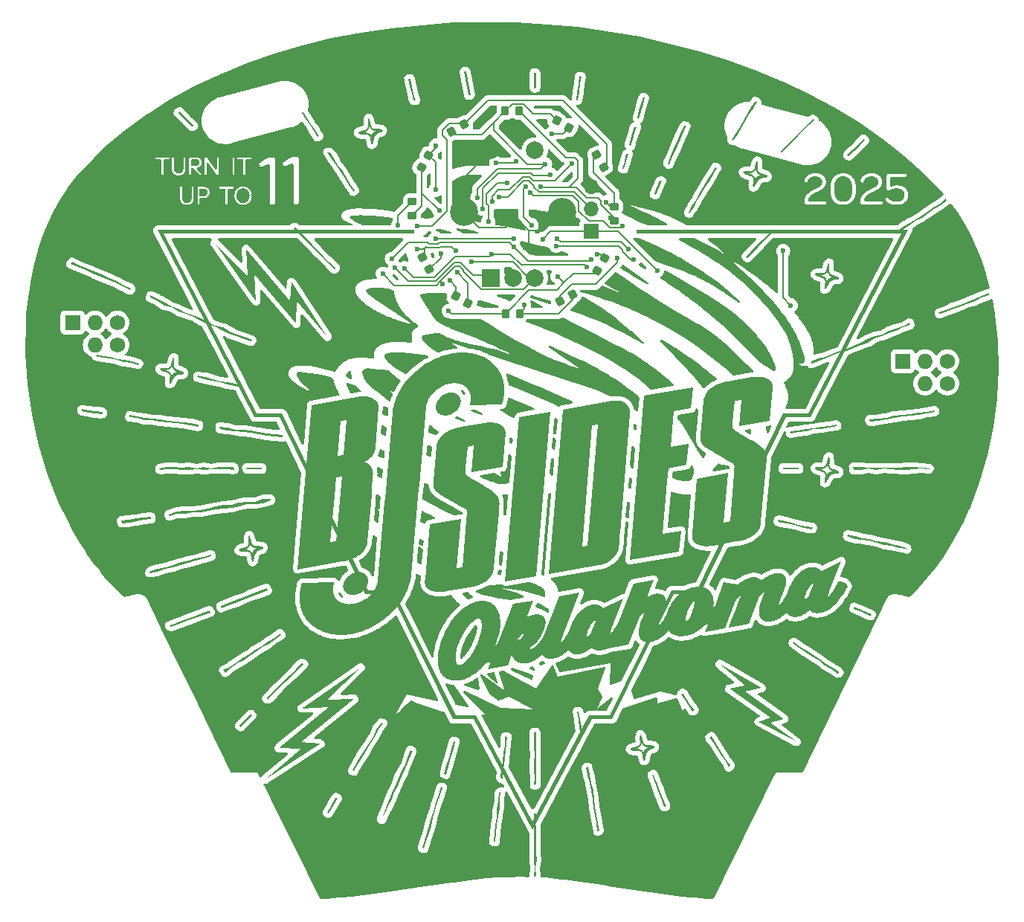
<source format=gbr>
%TF.GenerationSoftware,KiCad,Pcbnew,8.0.8*%
%TF.CreationDate,2025-02-04T02:19:44-06:00*%
%TF.ProjectId,B-Sides 2025,422d5369-6465-4732-9032-3032352e6b69,rev?*%
%TF.SameCoordinates,Original*%
%TF.FileFunction,Copper,L1,Top*%
%TF.FilePolarity,Positive*%
%FSLAX46Y46*%
G04 Gerber Fmt 4.6, Leading zero omitted, Abs format (unit mm)*
G04 Created by KiCad (PCBNEW 8.0.8) date 2025-02-04 02:19:44*
%MOMM*%
%LPD*%
G01*
G04 APERTURE LIST*
G04 Aperture macros list*
%AMRoundRect*
0 Rectangle with rounded corners*
0 $1 Rounding radius*
0 $2 $3 $4 $5 $6 $7 $8 $9 X,Y pos of 4 corners*
0 Add a 4 corners polygon primitive as box body*
4,1,4,$2,$3,$4,$5,$6,$7,$8,$9,$2,$3,0*
0 Add four circle primitives for the rounded corners*
1,1,$1+$1,$2,$3*
1,1,$1+$1,$4,$5*
1,1,$1+$1,$6,$7*
1,1,$1+$1,$8,$9*
0 Add four rect primitives between the rounded corners*
20,1,$1+$1,$2,$3,$4,$5,0*
20,1,$1+$1,$4,$5,$6,$7,0*
20,1,$1+$1,$6,$7,$8,$9,0*
20,1,$1+$1,$8,$9,$2,$3,0*%
G04 Aperture macros list end*
%TA.AperFunction,NonConductor*%
%ADD10C,0.000000*%
%TD*%
%TA.AperFunction,Conductor*%
%ADD11C,0.000000*%
%TD*%
%TA.AperFunction,SMDPad,CuDef*%
%ADD12RoundRect,0.225000X0.057356X0.350657X-0.332356X0.125657X-0.057356X-0.350657X0.332356X-0.125657X0*%
%TD*%
%TA.AperFunction,SMDPad,CuDef*%
%ADD13RoundRect,0.225000X-0.275000X0.225000X-0.275000X-0.225000X0.275000X-0.225000X0.275000X0.225000X0*%
%TD*%
%TA.AperFunction,SMDPad,CuDef*%
%ADD14RoundRect,0.225000X-0.332356X-0.125657X0.057356X-0.350657X0.332356X0.125657X-0.057356X0.350657X0*%
%TD*%
%TA.AperFunction,ComponentPad*%
%ADD15R,1.727200X1.727200*%
%TD*%
%TA.AperFunction,ComponentPad*%
%ADD16C,1.727200*%
%TD*%
%TA.AperFunction,ComponentPad*%
%ADD17O,1.727200X1.727200*%
%TD*%
%TA.AperFunction,SMDPad,CuDef*%
%ADD18RoundRect,0.225000X-0.225000X-0.275000X0.225000X-0.275000X0.225000X0.275000X-0.225000X0.275000X0*%
%TD*%
%TA.AperFunction,SMDPad,CuDef*%
%ADD19RoundRect,0.225000X0.225000X0.275000X-0.225000X0.275000X-0.225000X-0.275000X0.225000X-0.275000X0*%
%TD*%
%TA.AperFunction,ComponentPad*%
%ADD20R,2.000000X2.000000*%
%TD*%
%TA.AperFunction,ComponentPad*%
%ADD21C,2.000000*%
%TD*%
%TA.AperFunction,ComponentPad*%
%ADD22C,3.200000*%
%TD*%
%TA.AperFunction,SMDPad,CuDef*%
%ADD23RoundRect,0.225000X-0.350657X0.057356X-0.125657X-0.332356X0.350657X-0.057356X0.125657X0.332356X0*%
%TD*%
%TA.AperFunction,SMDPad,CuDef*%
%ADD24RoundRect,0.225000X0.125657X-0.332356X0.350657X0.057356X-0.125657X0.332356X-0.350657X-0.057356X0*%
%TD*%
%TA.AperFunction,SMDPad,CuDef*%
%ADD25RoundRect,0.225000X-0.057356X-0.350657X0.332356X-0.125657X0.057356X0.350657X-0.332356X0.125657X0*%
%TD*%
%TA.AperFunction,SMDPad,CuDef*%
%ADD26RoundRect,0.225000X0.275000X-0.225000X0.275000X0.225000X-0.275000X0.225000X-0.275000X-0.225000X0*%
%TD*%
%TA.AperFunction,SMDPad,CuDef*%
%ADD27RoundRect,0.225000X0.332356X0.125657X-0.057356X0.350657X-0.332356X-0.125657X0.057356X-0.350657X0*%
%TD*%
%TA.AperFunction,SMDPad,CuDef*%
%ADD28RoundRect,0.225000X-0.125657X0.332356X-0.350657X-0.057356X0.125657X-0.332356X0.350657X0.057356X0*%
%TD*%
%TA.AperFunction,SMDPad,CuDef*%
%ADD29RoundRect,0.225000X0.350657X-0.057356X0.125657X0.332356X-0.350657X0.057356X-0.125657X-0.332356X0*%
%TD*%
%TA.AperFunction,ComponentPad*%
%ADD30R,1.700000X1.700000*%
%TD*%
%TA.AperFunction,ComponentPad*%
%ADD31O,1.700000X1.700000*%
%TD*%
%TA.AperFunction,ViaPad*%
%ADD32C,0.600000*%
%TD*%
%TA.AperFunction,Conductor*%
%ADD33C,0.200000*%
%TD*%
G04 APERTURE END LIST*
D10*
%TA.AperFunction,NonConductor*%
G36*
X128910160Y-85134605D02*
G01*
X128916202Y-85131890D01*
X128755703Y-82119756D01*
X133734930Y-88050512D01*
X133915414Y-85881963D01*
X133918714Y-85881103D01*
X133920983Y-85880545D01*
X133923275Y-85879986D01*
X133926641Y-85879127D01*
X138021200Y-92088571D01*
X134546932Y-88066920D01*
X134455270Y-90597924D01*
X129740667Y-85010865D01*
X129902032Y-88039779D01*
X125196188Y-81412368D01*
X128910160Y-85134605D01*
G37*
%TD.AperFunction*%
%TA.AperFunction,NonConductor*%
G36*
X138035818Y-133453134D02*
G01*
X138036621Y-133454910D01*
X138036908Y-133455566D01*
X138037158Y-133456155D01*
X138038406Y-133459176D01*
X141052515Y-133337655D01*
X135057853Y-138239778D01*
X137223812Y-138448274D01*
X137224672Y-138451573D01*
X137225232Y-138453842D01*
X137225791Y-138456133D01*
X137226650Y-138459497D01*
X130964775Y-142473375D01*
X135030960Y-139051416D01*
X132501316Y-138927064D01*
X138148821Y-134285119D01*
X135118057Y-134407373D01*
X141805795Y-129787522D01*
X138035818Y-133453134D01*
G37*
%TD.AperFunction*%
%TA.AperFunction,NonConductor*%
G36*
X187443937Y-132110154D02*
G01*
X185608732Y-132504930D01*
X190004797Y-135595773D01*
X188493551Y-136097634D01*
X191410444Y-138213746D01*
X187142431Y-135964273D01*
X188456045Y-135453164D01*
X183792516Y-132195649D01*
X185594175Y-131780267D01*
X182710706Y-129376092D01*
X187443937Y-132110154D01*
G37*
%TD.AperFunction*%
%TA.AperFunction,NonConductor*%
G36*
X142791144Y-67312370D02*
G01*
X142823226Y-67413169D01*
X142887661Y-67614718D01*
X142918524Y-67715772D01*
X142947492Y-67817216D01*
X142973820Y-67919200D01*
X142996763Y-68021876D01*
X143002799Y-68049360D01*
X143009481Y-68075727D01*
X143016809Y-68100992D01*
X143024785Y-68125172D01*
X143033410Y-68148281D01*
X143042684Y-68170336D01*
X143052609Y-68191351D01*
X143063185Y-68211341D01*
X143074414Y-68230323D01*
X143086296Y-68248312D01*
X143098832Y-68265323D01*
X143112023Y-68281371D01*
X143125871Y-68296472D01*
X143140375Y-68310642D01*
X143155538Y-68323895D01*
X143171360Y-68336247D01*
X143187841Y-68347713D01*
X143204984Y-68358310D01*
X143222788Y-68368052D01*
X143241256Y-68376955D01*
X143260387Y-68385033D01*
X143280182Y-68392304D01*
X143300644Y-68398781D01*
X143321772Y-68404480D01*
X143343567Y-68409418D01*
X143366031Y-68413608D01*
X143412968Y-68419810D01*
X143462590Y-68423210D01*
X143514906Y-68423930D01*
X143590889Y-68423845D01*
X143666962Y-68425239D01*
X143743063Y-68428087D01*
X143819132Y-68432365D01*
X143895108Y-68438049D01*
X143970931Y-68445113D01*
X144046540Y-68453533D01*
X144121873Y-68463284D01*
X144135790Y-68465836D01*
X144150549Y-68469703D01*
X144165910Y-68474754D01*
X144181633Y-68480860D01*
X144197480Y-68487890D01*
X144213209Y-68495713D01*
X144228582Y-68504199D01*
X144243360Y-68513217D01*
X144257301Y-68522637D01*
X144270168Y-68532329D01*
X144281719Y-68542162D01*
X144291716Y-68552005D01*
X144299918Y-68561728D01*
X144303272Y-68566504D01*
X144306087Y-68571200D01*
X144308334Y-68575802D01*
X144309983Y-68580292D01*
X144311003Y-68584654D01*
X144311365Y-68588872D01*
X144310718Y-68603961D01*
X144308626Y-68620218D01*
X144305206Y-68637358D01*
X144300577Y-68655097D01*
X144294857Y-68673152D01*
X144288165Y-68691237D01*
X144280618Y-68709070D01*
X144272336Y-68726365D01*
X144263437Y-68742839D01*
X144254038Y-68758208D01*
X144244260Y-68772188D01*
X144234219Y-68784494D01*
X144224034Y-68794843D01*
X144218924Y-68799194D01*
X144213823Y-68802950D01*
X144208746Y-68806074D01*
X144203706Y-68808531D01*
X144198719Y-68810286D01*
X144193800Y-68811303D01*
X144124595Y-68821946D01*
X144058919Y-68835183D01*
X143996672Y-68850942D01*
X143937752Y-68869150D01*
X143882060Y-68889736D01*
X143829495Y-68912628D01*
X143779957Y-68937754D01*
X143733345Y-68965042D01*
X143689560Y-68994419D01*
X143648501Y-69025815D01*
X143610068Y-69059156D01*
X143574161Y-69094370D01*
X143540678Y-69131387D01*
X143509521Y-69170133D01*
X143480588Y-69210537D01*
X143453779Y-69252526D01*
X143428994Y-69296029D01*
X143406133Y-69340974D01*
X143385096Y-69387288D01*
X143365781Y-69434900D01*
X143348089Y-69483738D01*
X143331920Y-69533729D01*
X143303748Y-69636884D01*
X143280463Y-69743790D01*
X143261261Y-69853869D01*
X143245341Y-69966546D01*
X143231901Y-70081246D01*
X143231317Y-70085676D01*
X143230512Y-70090087D01*
X143229477Y-70094484D01*
X143228207Y-70098871D01*
X143226696Y-70103251D01*
X143224937Y-70107630D01*
X143222923Y-70112011D01*
X143220650Y-70116399D01*
X143218109Y-70120798D01*
X143215295Y-70125213D01*
X143212201Y-70129647D01*
X143208821Y-70134104D01*
X143205149Y-70138590D01*
X143201179Y-70143108D01*
X143196903Y-70147663D01*
X143192316Y-70152259D01*
X143187412Y-70156900D01*
X143182183Y-70161590D01*
X143170728Y-70171136D01*
X143157901Y-70180931D01*
X143143650Y-70191010D01*
X143127926Y-70201405D01*
X143110677Y-70212152D01*
X143091852Y-70223285D01*
X143071401Y-70234838D01*
X143054627Y-70179191D01*
X143037044Y-70123684D01*
X143001576Y-70012715D01*
X142984756Y-69957069D01*
X142969254Y-69901191D01*
X142955603Y-69844990D01*
X142949637Y-69816739D01*
X142944334Y-69788372D01*
X142888445Y-69433340D01*
X142873818Y-69367946D01*
X142865258Y-69338373D01*
X142855588Y-69310789D01*
X142844601Y-69285126D01*
X142832087Y-69261315D01*
X142817837Y-69239286D01*
X142801643Y-69218971D01*
X142783296Y-69200299D01*
X142762587Y-69183201D01*
X142739308Y-69167609D01*
X142713250Y-69153452D01*
X142684203Y-69140663D01*
X142651960Y-69129171D01*
X142616311Y-69118907D01*
X142577048Y-69109802D01*
X142533962Y-69101787D01*
X142486844Y-69094792D01*
X142379679Y-69083587D01*
X142253881Y-69075633D01*
X142107782Y-69070375D01*
X142011285Y-69068584D01*
X141962868Y-69067480D01*
X141914556Y-69065579D01*
X141866510Y-69062388D01*
X141818892Y-69057415D01*
X141795294Y-69054106D01*
X141771864Y-69050167D01*
X141748622Y-69045535D01*
X141725587Y-69040150D01*
X141718297Y-69038121D01*
X141711089Y-69035770D01*
X141703960Y-69033110D01*
X141696904Y-69030159D01*
X141683000Y-69023439D01*
X141669347Y-69015735D01*
X141655912Y-69007167D01*
X141642665Y-68997858D01*
X141629575Y-68987932D01*
X141616610Y-68977510D01*
X141590930Y-68955670D01*
X141565375Y-68933318D01*
X141539696Y-68911434D01*
X141526732Y-68900974D01*
X141513643Y-68890999D01*
X141524182Y-68880470D01*
X141534547Y-68869496D01*
X141554930Y-68846658D01*
X141558096Y-68843009D01*
X142291105Y-68843009D01*
X142366220Y-68846978D01*
X142438681Y-68853902D01*
X142508299Y-68864080D01*
X142574887Y-68877808D01*
X142638255Y-68895386D01*
X142698216Y-68917111D01*
X142726861Y-68929622D01*
X142754582Y-68943281D01*
X142781359Y-68958126D01*
X142807165Y-68974194D01*
X142831979Y-68991523D01*
X142855777Y-69010149D01*
X142878534Y-69030110D01*
X142900229Y-69051443D01*
X142920836Y-69074185D01*
X142940333Y-69098374D01*
X142958696Y-69124046D01*
X142975901Y-69151240D01*
X142991926Y-69179992D01*
X143006746Y-69210339D01*
X143020338Y-69242320D01*
X143032678Y-69275970D01*
X143043744Y-69311327D01*
X143053511Y-69348429D01*
X143061956Y-69387313D01*
X143069055Y-69428016D01*
X143063841Y-69359528D01*
X143063148Y-69294301D01*
X143066991Y-69232288D01*
X143070619Y-69202472D01*
X143075385Y-69173442D01*
X143081293Y-69145192D01*
X143088344Y-69117717D01*
X143096540Y-69091010D01*
X143105882Y-69065066D01*
X143116372Y-69039878D01*
X143128013Y-69015441D01*
X143140805Y-68991750D01*
X143154751Y-68968797D01*
X143169853Y-68946578D01*
X143186112Y-68925086D01*
X143203530Y-68904316D01*
X143222109Y-68884262D01*
X143241850Y-68864917D01*
X143262756Y-68846277D01*
X143284828Y-68828335D01*
X143308068Y-68811085D01*
X143358059Y-68778640D01*
X143412743Y-68748893D01*
X143472135Y-68721800D01*
X143536249Y-68697312D01*
X143461741Y-68685682D01*
X143391485Y-68670103D01*
X143325409Y-68650606D01*
X143263441Y-68627220D01*
X143233975Y-68614078D01*
X143205510Y-68599976D01*
X143178036Y-68584916D01*
X143151544Y-68568903D01*
X143126027Y-68551940D01*
X143101474Y-68534031D01*
X143077876Y-68515180D01*
X143055225Y-68495391D01*
X143033513Y-68474667D01*
X143012729Y-68453012D01*
X142992865Y-68430430D01*
X142973913Y-68406924D01*
X142938705Y-68357158D01*
X142907035Y-68303743D01*
X142878831Y-68246710D01*
X142854022Y-68186088D01*
X142832536Y-68121908D01*
X142814302Y-68054198D01*
X142807827Y-68082615D01*
X142801987Y-68111445D01*
X142791558Y-68169919D01*
X142781706Y-68228766D01*
X142771125Y-68287131D01*
X142765154Y-68315867D01*
X142758509Y-68344161D01*
X142751030Y-68371908D01*
X142742551Y-68399000D01*
X142732910Y-68425332D01*
X142721943Y-68450795D01*
X142709487Y-68475283D01*
X142695379Y-68498690D01*
X142687129Y-68510801D01*
X142678467Y-68522649D01*
X142659953Y-68545626D01*
X142639942Y-68567763D01*
X142618539Y-68589200D01*
X142595848Y-68610077D01*
X142571974Y-68630535D01*
X142547020Y-68650715D01*
X142521091Y-68670757D01*
X142466728Y-68710991D01*
X142409718Y-68752361D01*
X142350899Y-68795992D01*
X142321072Y-68819007D01*
X142291105Y-68843009D01*
X141558096Y-68843009D01*
X141575136Y-68823372D01*
X141595512Y-68800524D01*
X141605871Y-68789542D01*
X141616402Y-68779001D01*
X141627148Y-68769013D01*
X141638153Y-68759688D01*
X141649459Y-68751137D01*
X141661109Y-68743471D01*
X141667077Y-68740005D01*
X141673148Y-68736801D01*
X141679326Y-68733875D01*
X141685617Y-68731238D01*
X141745385Y-68708494D01*
X141805752Y-68686757D01*
X141866660Y-68666233D01*
X141928049Y-68647132D01*
X141989861Y-68629662D01*
X142052035Y-68614031D01*
X142114513Y-68600448D01*
X142177236Y-68589119D01*
X142209958Y-68583276D01*
X142241351Y-68576550D01*
X142271429Y-68568946D01*
X142300206Y-68560466D01*
X142327694Y-68551114D01*
X142353908Y-68540893D01*
X142378860Y-68529806D01*
X142402564Y-68517857D01*
X142425033Y-68505049D01*
X142446280Y-68491386D01*
X142466320Y-68476870D01*
X142485165Y-68461506D01*
X142502828Y-68445295D01*
X142519324Y-68428243D01*
X142534664Y-68410351D01*
X142548864Y-68391624D01*
X142561935Y-68372064D01*
X142573891Y-68351675D01*
X142584747Y-68330461D01*
X142594514Y-68308424D01*
X142603207Y-68285568D01*
X142610838Y-68261896D01*
X142617422Y-68237412D01*
X142622971Y-68212119D01*
X142627498Y-68186019D01*
X142631018Y-68159118D01*
X142633543Y-68131417D01*
X142635087Y-68102920D01*
X142635286Y-68043553D01*
X142631719Y-67981042D01*
X142626533Y-67913284D01*
X142622426Y-67845400D01*
X142619369Y-67777422D01*
X142617332Y-67709387D01*
X142616283Y-67641329D01*
X142616193Y-67573282D01*
X142617032Y-67505282D01*
X142618768Y-67437363D01*
X142619641Y-67423311D01*
X142621325Y-67409284D01*
X142623741Y-67395278D01*
X142626806Y-67381290D01*
X142630439Y-67367320D01*
X142634559Y-67353363D01*
X142639085Y-67339419D01*
X142643934Y-67325484D01*
X142654281Y-67297634D01*
X142664949Y-67269793D01*
X142675287Y-67241944D01*
X142680129Y-67228011D01*
X142684644Y-67214068D01*
X142760145Y-67211354D01*
X142760145Y-67211353D01*
X142791144Y-67312370D01*
G37*
%TD.AperFunction*%
%TA.AperFunction,NonConductor*%
G36*
X129197060Y-114818026D02*
G01*
X129229142Y-114918826D01*
X129293576Y-115120376D01*
X129324439Y-115221431D01*
X129353406Y-115322874D01*
X129379734Y-115424859D01*
X129402677Y-115527536D01*
X129408713Y-115555019D01*
X129415395Y-115581385D01*
X129422723Y-115606651D01*
X129430699Y-115630830D01*
X129439324Y-115653940D01*
X129448598Y-115675994D01*
X129458523Y-115697009D01*
X129469099Y-115717000D01*
X129480328Y-115735982D01*
X129492209Y-115753970D01*
X129504746Y-115770981D01*
X129517937Y-115787029D01*
X129531784Y-115802130D01*
X129546289Y-115816300D01*
X129561452Y-115829553D01*
X129577273Y-115841905D01*
X129593755Y-115853371D01*
X129610897Y-115863968D01*
X129628702Y-115873710D01*
X129647169Y-115882613D01*
X129666300Y-115890691D01*
X129686096Y-115897962D01*
X129706557Y-115904439D01*
X129727685Y-115910139D01*
X129749480Y-115915076D01*
X129771944Y-115919267D01*
X129818882Y-115925469D01*
X129868504Y-115928869D01*
X129920820Y-115929589D01*
X129996802Y-115929504D01*
X130072874Y-115930898D01*
X130148974Y-115933746D01*
X130225043Y-115938023D01*
X130301019Y-115943706D01*
X130376842Y-115950770D01*
X130452451Y-115959190D01*
X130527786Y-115968942D01*
X130541703Y-115971493D01*
X130556462Y-115975360D01*
X130571823Y-115980412D01*
X130587547Y-115986517D01*
X130603393Y-115993547D01*
X130619123Y-116001370D01*
X130634496Y-116009856D01*
X130649273Y-116018874D01*
X130663215Y-116028294D01*
X130676081Y-116037986D01*
X130687632Y-116047818D01*
X130697629Y-116057661D01*
X130705832Y-116067384D01*
X130709186Y-116072160D01*
X130712001Y-116076857D01*
X130714248Y-116081459D01*
X130715897Y-116085949D01*
X130716917Y-116090311D01*
X130717279Y-116094529D01*
X130716632Y-116109618D01*
X130714539Y-116125874D01*
X130711119Y-116143014D01*
X130706490Y-116160753D01*
X130700770Y-116178808D01*
X130694077Y-116196894D01*
X130686531Y-116214726D01*
X130678249Y-116232022D01*
X130669349Y-116248496D01*
X130659951Y-116263866D01*
X130650171Y-116277846D01*
X130640130Y-116290152D01*
X130629945Y-116300501D01*
X130624835Y-116304852D01*
X130619734Y-116308608D01*
X130614657Y-116311732D01*
X130609617Y-116314189D01*
X130604630Y-116315944D01*
X130599710Y-116316960D01*
X130530506Y-116327603D01*
X130464831Y-116340840D01*
X130402583Y-116356599D01*
X130343663Y-116374807D01*
X130287971Y-116395393D01*
X130235407Y-116418286D01*
X130185869Y-116443412D01*
X130139258Y-116470699D01*
X130095473Y-116500077D01*
X130054414Y-116531472D01*
X130015981Y-116564813D01*
X129980073Y-116600028D01*
X129946591Y-116637044D01*
X129915434Y-116675790D01*
X129886501Y-116716194D01*
X129859692Y-116758184D01*
X129834907Y-116801687D01*
X129812046Y-116846632D01*
X129791009Y-116892946D01*
X129771694Y-116940558D01*
X129754003Y-116989396D01*
X129737834Y-117039387D01*
X129709662Y-117142542D01*
X129686376Y-117249448D01*
X129667175Y-117359527D01*
X129651255Y-117472204D01*
X129637815Y-117586904D01*
X129637232Y-117591334D01*
X129636426Y-117595746D01*
X129635391Y-117600143D01*
X129634122Y-117604530D01*
X129632610Y-117608910D01*
X129630851Y-117613289D01*
X129628838Y-117617670D01*
X129626564Y-117622058D01*
X129624023Y-117626457D01*
X129621209Y-117630871D01*
X129618115Y-117635305D01*
X129614735Y-117639763D01*
X129611063Y-117644249D01*
X129607092Y-117648767D01*
X129602817Y-117653322D01*
X129598230Y-117657917D01*
X129593325Y-117662558D01*
X129588096Y-117667248D01*
X129576641Y-117676794D01*
X129563814Y-117686589D01*
X129549564Y-117696667D01*
X129533839Y-117707063D01*
X129516591Y-117717810D01*
X129497766Y-117728942D01*
X129477316Y-117740495D01*
X129460541Y-117684848D01*
X129442957Y-117629340D01*
X129407489Y-117518371D01*
X129390668Y-117462724D01*
X129375167Y-117406846D01*
X129361515Y-117350645D01*
X129355550Y-117322393D01*
X129350246Y-117294027D01*
X129294362Y-116938996D01*
X129279736Y-116873602D01*
X129271177Y-116844029D01*
X129261509Y-116816446D01*
X129250524Y-116790783D01*
X129238012Y-116766972D01*
X129223764Y-116744944D01*
X129207573Y-116724628D01*
X129189229Y-116705956D01*
X129168523Y-116688859D01*
X129145248Y-116673267D01*
X129119194Y-116659111D01*
X129090152Y-116646321D01*
X129057913Y-116634829D01*
X129022270Y-116624565D01*
X128983013Y-116615460D01*
X128939934Y-116607445D01*
X128892823Y-116600450D01*
X128785674Y-116589245D01*
X128659895Y-116581290D01*
X128513816Y-116576032D01*
X128417250Y-116574241D01*
X128368812Y-116573137D01*
X128320485Y-116571236D01*
X128272431Y-116568046D01*
X128224808Y-116563072D01*
X128201209Y-116559763D01*
X128177778Y-116555822D01*
X128154536Y-116551190D01*
X128131502Y-116545804D01*
X128124212Y-116543776D01*
X128117003Y-116541424D01*
X128109873Y-116538765D01*
X128102818Y-116535814D01*
X128088914Y-116529095D01*
X128075260Y-116521391D01*
X128061825Y-116512823D01*
X128048578Y-116503515D01*
X128035488Y-116493588D01*
X128022522Y-116483166D01*
X127996842Y-116461326D01*
X127971288Y-116438973D01*
X127945609Y-116417089D01*
X127932645Y-116406629D01*
X127919555Y-116396653D01*
X127930095Y-116386124D01*
X127940460Y-116375151D01*
X127960843Y-116352314D01*
X127964010Y-116348664D01*
X128697017Y-116348664D01*
X128772132Y-116352634D01*
X128844593Y-116359559D01*
X128914211Y-116369736D01*
X128980799Y-116383465D01*
X129044167Y-116401043D01*
X129104128Y-116422769D01*
X129132773Y-116435279D01*
X129160495Y-116448939D01*
X129187271Y-116463784D01*
X129213078Y-116479852D01*
X129237892Y-116497181D01*
X129261690Y-116515807D01*
X129284447Y-116535768D01*
X129306142Y-116557101D01*
X129326749Y-116579843D01*
X129346246Y-116604032D01*
X129364609Y-116629704D01*
X129381815Y-116656898D01*
X129397840Y-116685650D01*
X129412660Y-116715997D01*
X129426252Y-116747978D01*
X129438593Y-116781628D01*
X129449658Y-116816986D01*
X129459425Y-116854088D01*
X129467870Y-116892972D01*
X129474970Y-116933675D01*
X129469755Y-116865187D01*
X129469061Y-116799959D01*
X129472905Y-116737946D01*
X129476532Y-116708130D01*
X129481298Y-116679100D01*
X129487206Y-116650851D01*
X129494257Y-116623375D01*
X129502453Y-116596668D01*
X129511795Y-116570724D01*
X129522285Y-116545536D01*
X129533926Y-116521099D01*
X129546718Y-116497408D01*
X129560664Y-116474455D01*
X129575766Y-116452236D01*
X129592025Y-116430744D01*
X129609443Y-116409974D01*
X129628022Y-116389920D01*
X129647763Y-116370575D01*
X129668669Y-116351935D01*
X129690741Y-116333993D01*
X129713981Y-116316743D01*
X129763972Y-116284298D01*
X129818657Y-116254551D01*
X129878049Y-116227458D01*
X129942163Y-116202970D01*
X129867655Y-116191340D01*
X129797399Y-116175762D01*
X129731322Y-116156265D01*
X129669354Y-116132879D01*
X129639889Y-116119737D01*
X129611423Y-116105634D01*
X129583949Y-116090574D01*
X129557458Y-116074561D01*
X129531940Y-116057598D01*
X129507387Y-116039689D01*
X129483790Y-116020838D01*
X129461139Y-116001049D01*
X129439427Y-115980325D01*
X129418643Y-115958670D01*
X129398779Y-115936088D01*
X129379827Y-115912582D01*
X129344620Y-115862816D01*
X129312950Y-115809401D01*
X129284746Y-115752368D01*
X129259938Y-115691746D01*
X129238452Y-115627566D01*
X129220218Y-115559858D01*
X129213743Y-115588253D01*
X129207902Y-115617068D01*
X129197472Y-115675524D01*
X129187620Y-115734369D01*
X129177039Y-115792742D01*
X129171067Y-115821484D01*
X129164423Y-115849786D01*
X129156943Y-115877541D01*
X129148464Y-115904641D01*
X129138823Y-115930979D01*
X129127856Y-115956449D01*
X129115400Y-115980941D01*
X129101291Y-116004350D01*
X129093042Y-116016461D01*
X129084379Y-116028308D01*
X129065866Y-116051286D01*
X129045855Y-116073422D01*
X129024453Y-116094859D01*
X129001761Y-116115736D01*
X128977887Y-116136194D01*
X128952933Y-116156374D01*
X128927004Y-116176416D01*
X128872640Y-116216649D01*
X128815631Y-116258018D01*
X128756811Y-116301648D01*
X128726984Y-116324663D01*
X128697017Y-116348664D01*
X127964010Y-116348664D01*
X127981050Y-116329028D01*
X128001425Y-116306181D01*
X128011785Y-116295198D01*
X128022316Y-116284657D01*
X128033062Y-116274669D01*
X128044066Y-116265344D01*
X128055372Y-116256793D01*
X128067022Y-116249127D01*
X128072990Y-116245661D01*
X128079060Y-116242457D01*
X128085238Y-116239530D01*
X128091529Y-116236894D01*
X128151297Y-116214150D01*
X128211664Y-116192413D01*
X128272572Y-116171890D01*
X128333962Y-116152789D01*
X128395773Y-116135320D01*
X128457948Y-116119689D01*
X128520426Y-116106105D01*
X128583149Y-116094777D01*
X128615870Y-116088934D01*
X128647263Y-116082208D01*
X128677342Y-116074604D01*
X128706119Y-116066124D01*
X128733607Y-116056772D01*
X128759821Y-116046550D01*
X128784773Y-116035464D01*
X128808477Y-116023515D01*
X128830946Y-116010707D01*
X128852194Y-115997044D01*
X128872234Y-115982528D01*
X128891079Y-115967163D01*
X128908742Y-115950953D01*
X128925238Y-115933900D01*
X128940578Y-115916008D01*
X128954778Y-115897281D01*
X128967849Y-115877721D01*
X128979806Y-115857332D01*
X128990661Y-115836118D01*
X129000428Y-115814081D01*
X129009121Y-115791224D01*
X129016752Y-115767552D01*
X129023336Y-115743068D01*
X129028885Y-115717775D01*
X129033413Y-115691675D01*
X129036932Y-115664773D01*
X129039458Y-115637072D01*
X129041002Y-115608575D01*
X129041200Y-115549207D01*
X129037634Y-115486695D01*
X129032447Y-115418940D01*
X129028341Y-115351056D01*
X129025284Y-115283080D01*
X129023246Y-115215046D01*
X129022197Y-115146988D01*
X129022106Y-115078941D01*
X129022945Y-115010941D01*
X129024681Y-114943021D01*
X129025553Y-114928970D01*
X129027238Y-114914942D01*
X129029654Y-114900935D01*
X129032719Y-114886948D01*
X129036352Y-114872977D01*
X129040472Y-114859021D01*
X129044998Y-114845076D01*
X129049848Y-114831141D01*
X129060195Y-114803291D01*
X129070862Y-114775451D01*
X129081201Y-114747603D01*
X129086043Y-114733670D01*
X129090559Y-114719728D01*
X129166061Y-114717008D01*
X129197060Y-114818026D01*
G37*
%TD.AperFunction*%
%TA.AperFunction,NonConductor*%
G36*
X173770026Y-137492305D02*
G01*
X173802108Y-137593101D01*
X173866542Y-137794648D01*
X173897406Y-137895702D01*
X173926374Y-137997145D01*
X173952701Y-138099129D01*
X173975645Y-138201806D01*
X173981681Y-138229289D01*
X173988364Y-138255656D01*
X173995693Y-138280921D01*
X174003669Y-138305101D01*
X174012294Y-138328210D01*
X174021569Y-138350265D01*
X174031494Y-138371280D01*
X174042070Y-138391270D01*
X174053299Y-138410252D01*
X174065181Y-138428241D01*
X174077717Y-138445252D01*
X174090909Y-138461300D01*
X174104756Y-138476401D01*
X174119261Y-138490570D01*
X174134424Y-138503823D01*
X174150245Y-138516175D01*
X174166727Y-138527642D01*
X174183870Y-138538239D01*
X174201674Y-138547981D01*
X174220141Y-138556883D01*
X174239272Y-138564962D01*
X174259068Y-138572232D01*
X174279530Y-138578710D01*
X174300658Y-138584409D01*
X174322453Y-138589347D01*
X174344917Y-138593537D01*
X174391855Y-138599740D01*
X174441479Y-138603139D01*
X174493795Y-138603860D01*
X174569777Y-138603775D01*
X174645849Y-138605169D01*
X174721950Y-138608017D01*
X174798018Y-138612295D01*
X174873994Y-138617978D01*
X174949817Y-138625042D01*
X175025425Y-138633462D01*
X175100759Y-138643212D01*
X175114677Y-138645765D01*
X175129436Y-138649632D01*
X175144797Y-138654684D01*
X175160521Y-138660790D01*
X175176367Y-138667819D01*
X175192097Y-138675642D01*
X175207470Y-138684128D01*
X175222247Y-138693146D01*
X175236188Y-138702566D01*
X175249054Y-138712257D01*
X175260605Y-138722090D01*
X175270602Y-138731932D01*
X175278804Y-138741655D01*
X175282158Y-138746431D01*
X175284973Y-138751128D01*
X175287220Y-138755729D01*
X175288868Y-138760220D01*
X175289888Y-138764582D01*
X175290250Y-138768800D01*
X175289604Y-138783891D01*
X175287511Y-138800148D01*
X175284091Y-138817289D01*
X175279462Y-138835028D01*
X175273742Y-138853083D01*
X175267050Y-138871168D01*
X175259503Y-138889001D01*
X175251221Y-138906296D01*
X175242322Y-138922770D01*
X175232923Y-138938139D01*
X175223144Y-138952118D01*
X175213103Y-138964424D01*
X175202917Y-138974773D01*
X175197808Y-138979125D01*
X175192706Y-138982880D01*
X175187628Y-138986005D01*
X175182588Y-138988462D01*
X175177601Y-138990218D01*
X175172681Y-138991235D01*
X175103477Y-139001878D01*
X175037801Y-139015115D01*
X174975554Y-139030873D01*
X174916634Y-139049082D01*
X174860941Y-139069668D01*
X174808376Y-139092560D01*
X174758838Y-139117686D01*
X174712227Y-139144974D01*
X174668442Y-139174351D01*
X174627383Y-139205746D01*
X174588950Y-139239087D01*
X174553043Y-139274302D01*
X174519560Y-139311319D01*
X174488403Y-139350065D01*
X174459470Y-139390469D01*
X174432662Y-139432458D01*
X174407877Y-139475961D01*
X174385016Y-139520906D01*
X174363979Y-139567221D01*
X174344665Y-139614833D01*
X174326973Y-139663670D01*
X174310805Y-139713662D01*
X174282633Y-139816817D01*
X174259349Y-139923722D01*
X174240148Y-140033802D01*
X174224229Y-140146479D01*
X174210790Y-140261178D01*
X174210207Y-140265608D01*
X174209401Y-140270020D01*
X174208366Y-140274416D01*
X174207097Y-140278803D01*
X174205585Y-140283183D01*
X174203826Y-140287562D01*
X174201813Y-140291943D01*
X174199538Y-140296331D01*
X174196998Y-140300730D01*
X174194183Y-140305144D01*
X174191089Y-140309578D01*
X174187710Y-140314036D01*
X174184038Y-140318521D01*
X174180067Y-140323039D01*
X174175791Y-140327594D01*
X174171204Y-140332190D01*
X174166299Y-140336831D01*
X174161071Y-140341521D01*
X174149616Y-140351067D01*
X174136788Y-140360862D01*
X174122538Y-140370940D01*
X174106814Y-140381335D01*
X174089565Y-140392081D01*
X174070741Y-140403214D01*
X174050291Y-140414766D01*
X174033515Y-140359119D01*
X174015931Y-140303611D01*
X173980463Y-140192643D01*
X173963643Y-140136997D01*
X173948141Y-140081120D01*
X173934491Y-140024919D01*
X173928526Y-139996668D01*
X173923223Y-139968301D01*
X173867333Y-139613270D01*
X173852707Y-139547876D01*
X173844148Y-139518303D01*
X173834480Y-139490719D01*
X173823494Y-139465057D01*
X173810982Y-139441246D01*
X173796734Y-139419217D01*
X173780543Y-139398901D01*
X173762199Y-139380229D01*
X173741494Y-139363132D01*
X173718218Y-139347539D01*
X173692164Y-139333383D01*
X173663122Y-139320594D01*
X173630884Y-139309102D01*
X173595241Y-139298838D01*
X173555985Y-139289733D01*
X173512906Y-139281718D01*
X173465795Y-139274723D01*
X173358646Y-139263518D01*
X173232868Y-139255564D01*
X173086790Y-139250306D01*
X172990223Y-139248513D01*
X172941790Y-139247408D01*
X172893472Y-139245507D01*
X172845433Y-139242317D01*
X172797832Y-139237346D01*
X172774247Y-139234038D01*
X172750832Y-139230100D01*
X172727608Y-139225470D01*
X172704595Y-139220086D01*
X172697294Y-139218057D01*
X172690076Y-139215705D01*
X172682936Y-139213045D01*
X172675872Y-139210093D01*
X172661951Y-139203373D01*
X172648284Y-139195667D01*
X172634837Y-139187098D01*
X172621581Y-139177789D01*
X172608482Y-139167862D01*
X172595511Y-139157439D01*
X172569822Y-139135598D01*
X172544263Y-139113246D01*
X172518582Y-139091364D01*
X172505618Y-139080905D01*
X172492529Y-139070932D01*
X172503068Y-139060400D01*
X172513433Y-139049422D01*
X172533816Y-139026571D01*
X172536969Y-139022935D01*
X173269987Y-139022935D01*
X173345103Y-139026904D01*
X173417564Y-139033828D01*
X173487183Y-139044006D01*
X173553771Y-139057735D01*
X173617139Y-139075313D01*
X173677101Y-139097039D01*
X173705745Y-139109550D01*
X173733467Y-139123209D01*
X173760244Y-139138055D01*
X173786050Y-139154123D01*
X173810864Y-139171452D01*
X173834662Y-139190079D01*
X173857420Y-139210040D01*
X173879114Y-139231373D01*
X173899721Y-139254116D01*
X173919218Y-139278305D01*
X173937581Y-139303977D01*
X173954787Y-139331171D01*
X173970811Y-139359923D01*
X173985632Y-139390271D01*
X173999224Y-139422252D01*
X174011564Y-139455902D01*
X174022630Y-139491260D01*
X174032397Y-139528362D01*
X174040842Y-139567246D01*
X174047941Y-139607949D01*
X174042726Y-139539461D01*
X174042032Y-139474233D01*
X174045875Y-139412220D01*
X174049502Y-139382404D01*
X174054269Y-139353374D01*
X174060176Y-139325124D01*
X174067227Y-139297649D01*
X174075423Y-139270942D01*
X174084765Y-139244998D01*
X174095255Y-139219810D01*
X174106896Y-139195373D01*
X174119688Y-139171682D01*
X174133634Y-139148729D01*
X174148736Y-139126510D01*
X174164995Y-139105019D01*
X174182413Y-139084249D01*
X174200992Y-139064195D01*
X174220733Y-139044851D01*
X174241639Y-139026210D01*
X174263711Y-139008268D01*
X174286951Y-138991019D01*
X174336943Y-138958573D01*
X174391628Y-138928827D01*
X174451020Y-138901733D01*
X174515134Y-138877244D01*
X174440627Y-138865614D01*
X174370371Y-138850035D01*
X174304294Y-138830538D01*
X174242326Y-138807152D01*
X174212860Y-138794010D01*
X174184395Y-138779907D01*
X174156921Y-138764847D01*
X174130429Y-138748834D01*
X174104911Y-138731871D01*
X174080358Y-138713962D01*
X174056760Y-138695111D01*
X174034110Y-138675322D01*
X174012397Y-138654598D01*
X173991613Y-138632943D01*
X173971749Y-138610361D01*
X173952797Y-138586855D01*
X173917589Y-138537090D01*
X173885919Y-138483675D01*
X173857716Y-138426642D01*
X173832907Y-138366021D01*
X173811421Y-138301840D01*
X173793188Y-138234132D01*
X173786713Y-138262527D01*
X173780873Y-138291341D01*
X173770444Y-138349797D01*
X173760593Y-138408641D01*
X173750013Y-138467014D01*
X173744041Y-138495755D01*
X173737398Y-138524057D01*
X173729918Y-138551812D01*
X173721440Y-138578912D01*
X173711799Y-138605250D01*
X173700832Y-138630719D01*
X173688377Y-138655212D01*
X173674268Y-138678620D01*
X173666019Y-138690731D01*
X173657355Y-138702579D01*
X173638841Y-138725556D01*
X173618830Y-138747693D01*
X173597427Y-138769129D01*
X173574735Y-138790006D01*
X173550860Y-138810464D01*
X173525906Y-138830644D01*
X173499977Y-138850686D01*
X173445612Y-138890919D01*
X173388602Y-138932289D01*
X173329782Y-138975919D01*
X173299954Y-138998934D01*
X173269987Y-139022935D01*
X172536969Y-139022935D01*
X172554023Y-139003270D01*
X172574399Y-138980409D01*
X172584758Y-138969421D01*
X172595289Y-138958878D01*
X172606036Y-138948890D01*
X172617040Y-138939568D01*
X172628346Y-138931024D01*
X172639996Y-138923369D01*
X172645964Y-138919910D01*
X172652034Y-138916715D01*
X172658212Y-138913797D01*
X172664503Y-138911172D01*
X172724269Y-138888426D01*
X172784635Y-138866687D01*
X172845543Y-138846163D01*
X172906932Y-138827063D01*
X172968743Y-138809593D01*
X173030917Y-138793963D01*
X173093395Y-138780380D01*
X173156118Y-138769052D01*
X173188840Y-138763208D01*
X173220233Y-138756482D01*
X173250312Y-138748877D01*
X173279088Y-138740397D01*
X173306577Y-138731045D01*
X173332791Y-138720824D01*
X173357743Y-138709737D01*
X173381447Y-138697788D01*
X173403916Y-138684980D01*
X173425164Y-138671316D01*
X173445204Y-138656801D01*
X173464049Y-138641436D01*
X173481712Y-138625226D01*
X173498208Y-138608173D01*
X173513548Y-138590282D01*
X173527748Y-138571554D01*
X173540819Y-138551995D01*
X173552776Y-138531606D01*
X173563631Y-138510392D01*
X173573399Y-138488355D01*
X173582092Y-138465499D01*
X173589723Y-138441827D01*
X173596307Y-138417343D01*
X173601856Y-138392050D01*
X173606384Y-138365951D01*
X173609904Y-138339049D01*
X173612430Y-138311349D01*
X173613975Y-138282852D01*
X173614174Y-138223485D01*
X173610609Y-138160974D01*
X173605422Y-138093215D01*
X173601316Y-138025330D01*
X173598259Y-137957352D01*
X173596221Y-137889317D01*
X173595171Y-137821258D01*
X173595081Y-137753210D01*
X173595918Y-137685209D01*
X173597654Y-137617288D01*
X173598526Y-137603237D01*
X173600211Y-137589210D01*
X173602626Y-137575205D01*
X173605691Y-137561218D01*
X173609324Y-137547248D01*
X173613444Y-137533292D01*
X173617970Y-137519348D01*
X173622820Y-137505414D01*
X173633166Y-137477565D01*
X173643833Y-137449725D01*
X173654170Y-137421876D01*
X173659011Y-137407942D01*
X173663526Y-137393998D01*
X173739027Y-137391290D01*
X173770026Y-137492305D01*
G37*
%TD.AperFunction*%
%TA.AperFunction,NonConductor*%
G36*
X187018095Y-72092675D02*
G01*
X187022454Y-72304038D01*
X187028178Y-72515516D01*
X187029664Y-72621147D01*
X187029228Y-72726625D01*
X187026114Y-72831888D01*
X187019567Y-72936877D01*
X187016781Y-72992147D01*
X187016781Y-73018457D01*
X187017705Y-73043905D01*
X187019549Y-73068505D01*
X187022311Y-73092273D01*
X187025986Y-73115223D01*
X187030572Y-73137370D01*
X187036065Y-73158731D01*
X187042462Y-73179318D01*
X187049760Y-73199149D01*
X187057955Y-73218238D01*
X187067043Y-73236599D01*
X187077022Y-73254248D01*
X187087888Y-73271201D01*
X187099638Y-73287471D01*
X187112268Y-73303075D01*
X187125775Y-73318027D01*
X187140156Y-73332342D01*
X187155407Y-73346036D01*
X187171525Y-73359123D01*
X187188507Y-73371618D01*
X187206349Y-73383537D01*
X187225048Y-73394895D01*
X187265003Y-73415987D01*
X187308346Y-73435014D01*
X187355050Y-73452097D01*
X187405088Y-73467356D01*
X187478090Y-73488486D01*
X187550770Y-73511048D01*
X187623073Y-73535003D01*
X187694945Y-73560313D01*
X187766331Y-73586943D01*
X187837176Y-73614853D01*
X187907426Y-73644007D01*
X187977026Y-73674366D01*
X187989685Y-73680705D01*
X188002785Y-73688539D01*
X188016131Y-73697674D01*
X188029530Y-73707920D01*
X188042789Y-73719085D01*
X188055714Y-73730977D01*
X188068113Y-73743404D01*
X188079791Y-73756174D01*
X188090555Y-73769096D01*
X188100213Y-73781979D01*
X188108570Y-73794630D01*
X188115433Y-73806857D01*
X188118244Y-73812752D01*
X188120609Y-73818469D01*
X188122504Y-73823985D01*
X188123905Y-73829274D01*
X188124787Y-73834315D01*
X188125127Y-73839081D01*
X188124900Y-73843550D01*
X188124082Y-73847697D01*
X188119252Y-73862035D01*
X188112709Y-73877085D01*
X188104647Y-73892608D01*
X188095257Y-73908365D01*
X188084734Y-73924117D01*
X188073269Y-73939625D01*
X188061055Y-73954650D01*
X188048286Y-73968952D01*
X188035154Y-73982293D01*
X188021852Y-73994433D01*
X188008573Y-74005134D01*
X187995510Y-74014156D01*
X187989119Y-74017963D01*
X187982855Y-74021261D01*
X187976741Y-74024019D01*
X187970802Y-74026209D01*
X187965061Y-74027799D01*
X187959542Y-74028760D01*
X187954271Y-74029063D01*
X187949270Y-74028677D01*
X187879835Y-74019610D01*
X187813066Y-74014017D01*
X187748886Y-74011801D01*
X187687221Y-74012866D01*
X187627993Y-74017115D01*
X187571127Y-74024449D01*
X187516545Y-74034773D01*
X187464172Y-74047988D01*
X187413931Y-74063998D01*
X187365747Y-74082707D01*
X187319542Y-74104016D01*
X187275242Y-74127828D01*
X187232768Y-74154048D01*
X187192046Y-74182576D01*
X187152998Y-74213317D01*
X187115550Y-74246174D01*
X187079623Y-74281048D01*
X187045143Y-74317844D01*
X187012032Y-74356464D01*
X186980215Y-74396810D01*
X186920157Y-74482296D01*
X186864358Y-74573525D01*
X186812208Y-74669719D01*
X186763097Y-74770103D01*
X186716415Y-74873899D01*
X186671552Y-74980332D01*
X186669751Y-74984420D01*
X186667742Y-74988428D01*
X186665518Y-74992358D01*
X186663072Y-74996213D01*
X186660396Y-74999995D01*
X186657483Y-75003706D01*
X186654326Y-75007348D01*
X186650917Y-75010925D01*
X186647250Y-75014438D01*
X186643316Y-75017889D01*
X186639108Y-75021281D01*
X186634620Y-75024616D01*
X186629843Y-75027897D01*
X186624770Y-75031126D01*
X186619395Y-75034304D01*
X186613709Y-75037436D01*
X186607706Y-75040522D01*
X186601377Y-75043565D01*
X186594716Y-75046568D01*
X186587715Y-75049532D01*
X186580368Y-75052461D01*
X186572666Y-75055356D01*
X186556169Y-75061055D01*
X186538167Y-75066648D01*
X186518600Y-75072153D01*
X186497410Y-75077589D01*
X186474538Y-75082975D01*
X186473951Y-75024854D01*
X186472546Y-74966652D01*
X186469432Y-74850226D01*
X186468795Y-74792115D01*
X186469488Y-74734147D01*
X186472048Y-74676379D01*
X186474195Y-74647587D01*
X186477010Y-74618866D01*
X186522241Y-74262319D01*
X186526410Y-74195439D01*
X186526427Y-74164652D01*
X186524824Y-74135467D01*
X186521420Y-74107759D01*
X186516034Y-74081405D01*
X186508485Y-74056278D01*
X186498591Y-74032255D01*
X186486172Y-74009210D01*
X186471046Y-73987020D01*
X186453031Y-73965559D01*
X186431948Y-73944703D01*
X186407615Y-73924326D01*
X186379849Y-73904305D01*
X186348472Y-73884515D01*
X186313300Y-73864830D01*
X186274154Y-73845127D01*
X186230851Y-73825280D01*
X186183211Y-73805165D01*
X186131052Y-73784657D01*
X186012455Y-73741963D01*
X185873609Y-73696202D01*
X185781407Y-73667593D01*
X185735216Y-73653043D01*
X185689353Y-73637757D01*
X185644108Y-73621303D01*
X185621808Y-73612503D01*
X185599772Y-73603249D01*
X185578035Y-73593488D01*
X185556635Y-73583166D01*
X185535608Y-73572228D01*
X185514989Y-73560621D01*
X185508553Y-73556656D01*
X185502285Y-73552402D01*
X185496178Y-73547873D01*
X185490223Y-73543083D01*
X185478739Y-73532775D01*
X185474956Y-73528917D01*
X186112943Y-73528917D01*
X186183978Y-73553667D01*
X186251640Y-73580516D01*
X186315667Y-73609697D01*
X186375794Y-73641445D01*
X186431757Y-73675992D01*
X186458094Y-73694388D01*
X186483292Y-73713572D01*
X186507317Y-73733573D01*
X186530137Y-73754419D01*
X186551717Y-73776141D01*
X186572026Y-73798767D01*
X186591030Y-73822327D01*
X186608696Y-73846849D01*
X186624992Y-73872363D01*
X186639884Y-73898899D01*
X186653339Y-73926485D01*
X186665324Y-73955151D01*
X186675807Y-73984925D01*
X186684755Y-74015837D01*
X186692134Y-74047917D01*
X186697911Y-74081193D01*
X186702054Y-74115695D01*
X186704529Y-74151451D01*
X186705304Y-74188492D01*
X186704345Y-74226846D01*
X186701620Y-74266543D01*
X186697096Y-74307611D01*
X186711177Y-74240359D01*
X186719504Y-74208385D01*
X186728692Y-74177505D01*
X186738745Y-74147713D01*
X186749667Y-74119005D01*
X186761460Y-74091376D01*
X186774128Y-74064820D01*
X186787675Y-74039331D01*
X186802104Y-74014906D01*
X186817418Y-73991538D01*
X186833621Y-73969223D01*
X186850715Y-73947955D01*
X186868705Y-73927729D01*
X186887594Y-73908539D01*
X186907385Y-73890382D01*
X186928081Y-73873251D01*
X186949685Y-73857141D01*
X186972203Y-73842047D01*
X186995635Y-73827964D01*
X187019987Y-73814887D01*
X187045260Y-73802811D01*
X187071460Y-73791729D01*
X187098588Y-73781638D01*
X187126649Y-73772531D01*
X187155645Y-73764405D01*
X187185580Y-73757252D01*
X187216458Y-73751069D01*
X187281055Y-73741591D01*
X187349462Y-73735927D01*
X187314646Y-73720287D01*
X187281136Y-73703994D01*
X187248922Y-73687049D01*
X187217995Y-73669453D01*
X187188345Y-73651208D01*
X187159962Y-73632314D01*
X187132837Y-73612773D01*
X187106960Y-73592585D01*
X187082321Y-73571753D01*
X187058912Y-73550276D01*
X187036721Y-73528156D01*
X187015740Y-73505395D01*
X186995959Y-73481993D01*
X186977368Y-73457952D01*
X186959958Y-73433272D01*
X186943719Y-73407955D01*
X186928640Y-73382002D01*
X186914714Y-73355413D01*
X186901930Y-73328191D01*
X186890277Y-73300337D01*
X186879748Y-73271850D01*
X186870332Y-73242733D01*
X186862019Y-73212987D01*
X186854800Y-73182613D01*
X186848664Y-73151612D01*
X186843604Y-73119984D01*
X186839608Y-73087732D01*
X186836667Y-73054856D01*
X186833913Y-72987238D01*
X186835264Y-72917138D01*
X186821120Y-72942620D01*
X186807470Y-72968679D01*
X186781146Y-73021935D01*
X186755276Y-73075716D01*
X186728843Y-73128836D01*
X186715099Y-73154776D01*
X186700832Y-73180105D01*
X186685917Y-73204675D01*
X186670226Y-73228336D01*
X186653633Y-73250940D01*
X186636010Y-73272339D01*
X186617230Y-73292384D01*
X186597166Y-73310927D01*
X186574258Y-73329216D01*
X186550082Y-73346119D01*
X186524699Y-73361801D01*
X186498172Y-73376423D01*
X186470561Y-73390151D01*
X186441928Y-73403147D01*
X186412334Y-73415576D01*
X186381842Y-73427601D01*
X186318408Y-73451096D01*
X186252119Y-73474940D01*
X186183466Y-73500443D01*
X186148408Y-73514227D01*
X186112943Y-73528917D01*
X185474956Y-73528917D01*
X185467769Y-73521586D01*
X185457249Y-73509625D01*
X185447115Y-73497003D01*
X185437305Y-73483827D01*
X185427753Y-73470209D01*
X185409171Y-73442079D01*
X185390859Y-73413489D01*
X185372306Y-73385311D01*
X185362780Y-73371651D01*
X185353002Y-73358422D01*
X185366047Y-73351230D01*
X185379050Y-73343563D01*
X185404974Y-73327282D01*
X185430858Y-73310530D01*
X185456786Y-73294257D01*
X185469792Y-73286596D01*
X185482841Y-73279412D01*
X185495943Y-73272821D01*
X185509108Y-73266944D01*
X185522347Y-73261900D01*
X185535670Y-73257805D01*
X185542367Y-73256152D01*
X185549089Y-73254781D01*
X185555837Y-73253706D01*
X185562612Y-73252944D01*
X185626322Y-73247758D01*
X185690342Y-73243703D01*
X185754554Y-73240961D01*
X185818839Y-73239713D01*
X185883078Y-73240142D01*
X185947154Y-73242431D01*
X186010947Y-73246761D01*
X186074339Y-73253314D01*
X186107395Y-73256820D01*
X186139421Y-73259109D01*
X186170429Y-73260187D01*
X186200431Y-73260061D01*
X186229440Y-73258739D01*
X186257466Y-73256226D01*
X186284522Y-73252530D01*
X186310619Y-73247659D01*
X186335769Y-73241618D01*
X186359985Y-73234414D01*
X186383279Y-73226056D01*
X186405661Y-73216548D01*
X186427144Y-73205900D01*
X186447740Y-73194116D01*
X186467461Y-73181205D01*
X186486318Y-73167173D01*
X186504324Y-73152027D01*
X186521490Y-73135774D01*
X186537829Y-73118421D01*
X186553351Y-73099975D01*
X186568070Y-73080443D01*
X186581997Y-73059831D01*
X186595143Y-73038146D01*
X186607521Y-73015397D01*
X186619142Y-72991588D01*
X186630019Y-72966728D01*
X186649587Y-72913880D01*
X186666319Y-72856908D01*
X186680311Y-72795868D01*
X186694189Y-72729411D01*
X186709148Y-72663112D01*
X186725148Y-72597000D01*
X186742148Y-72531107D01*
X186760109Y-72465463D01*
X186778989Y-72400097D01*
X186798749Y-72335041D01*
X186819349Y-72270324D01*
X186824107Y-72257064D01*
X186829636Y-72244054D01*
X186835858Y-72231269D01*
X186842697Y-72218683D01*
X186850076Y-72206273D01*
X186857916Y-72194012D01*
X186866143Y-72181877D01*
X186874677Y-72169842D01*
X186892364Y-72145972D01*
X186910360Y-72122203D01*
X186928048Y-72098335D01*
X186936585Y-72086303D01*
X186944814Y-72074170D01*
X187018095Y-72092675D01*
G37*
%TD.AperFunction*%
%TA.AperFunction,NonConductor*%
G36*
X120585473Y-94482511D02*
G01*
X120589833Y-94693872D01*
X120595558Y-94905350D01*
X120597046Y-95010981D01*
X120596610Y-95116459D01*
X120593498Y-95221722D01*
X120586953Y-95326711D01*
X120584167Y-95381980D01*
X120584166Y-95408291D01*
X120585090Y-95433739D01*
X120586934Y-95458339D01*
X120589695Y-95482107D01*
X120593370Y-95505057D01*
X120597955Y-95527205D01*
X120603448Y-95548565D01*
X120609845Y-95569153D01*
X120617142Y-95588984D01*
X120625336Y-95608072D01*
X120634424Y-95626434D01*
X120644403Y-95644083D01*
X120655268Y-95661036D01*
X120667018Y-95677306D01*
X120679648Y-95692910D01*
X120693155Y-95707862D01*
X120707535Y-95722177D01*
X120722787Y-95735871D01*
X120738905Y-95748958D01*
X120755887Y-95761453D01*
X120773729Y-95773373D01*
X120792429Y-95784730D01*
X120832385Y-95805822D01*
X120875730Y-95824849D01*
X120922435Y-95841931D01*
X120972476Y-95857190D01*
X121045475Y-95878320D01*
X121118153Y-95900882D01*
X121190455Y-95924836D01*
X121262327Y-95950147D01*
X121333712Y-95976777D01*
X121404557Y-96004687D01*
X121474807Y-96033840D01*
X121544406Y-96064199D01*
X121557065Y-96070538D01*
X121570165Y-96078371D01*
X121583511Y-96087507D01*
X121596910Y-96097753D01*
X121610169Y-96108918D01*
X121623095Y-96120810D01*
X121635493Y-96133237D01*
X121647171Y-96146008D01*
X121657935Y-96158931D01*
X121667593Y-96171813D01*
X121675949Y-96184464D01*
X121682813Y-96196692D01*
X121685623Y-96202587D01*
X121687988Y-96208304D01*
X121689883Y-96213819D01*
X121691284Y-96219109D01*
X121692166Y-96224149D01*
X121692505Y-96228915D01*
X121692278Y-96233384D01*
X121691459Y-96237531D01*
X121686629Y-96251869D01*
X121680087Y-96266919D01*
X121672025Y-96282443D01*
X121662636Y-96298200D01*
X121652112Y-96313952D01*
X121640648Y-96329460D01*
X121628434Y-96344485D01*
X121615666Y-96358787D01*
X121602534Y-96372128D01*
X121589232Y-96384269D01*
X121575953Y-96394969D01*
X121562890Y-96403991D01*
X121556499Y-96407798D01*
X121550235Y-96411096D01*
X121544121Y-96413854D01*
X121538181Y-96416043D01*
X121532440Y-96417634D01*
X121526922Y-96418595D01*
X121521650Y-96418898D01*
X121516649Y-96418512D01*
X121447214Y-96409444D01*
X121380445Y-96403852D01*
X121316266Y-96401636D01*
X121254601Y-96402701D01*
X121195374Y-96406950D01*
X121138508Y-96414284D01*
X121083926Y-96424608D01*
X121031553Y-96437823D01*
X120981313Y-96453834D01*
X120933129Y-96472542D01*
X120886925Y-96493851D01*
X120842624Y-96517664D01*
X120800151Y-96543883D01*
X120759429Y-96572412D01*
X120720382Y-96603153D01*
X120682933Y-96636009D01*
X120647007Y-96670884D01*
X120612526Y-96707680D01*
X120579416Y-96746299D01*
X120547599Y-96786646D01*
X120487541Y-96872132D01*
X120431742Y-96963360D01*
X120379592Y-97059555D01*
X120330480Y-97159939D01*
X120283798Y-97263735D01*
X120238934Y-97370168D01*
X120237133Y-97374256D01*
X120235124Y-97378264D01*
X120232900Y-97382194D01*
X120230453Y-97386049D01*
X120227777Y-97389831D01*
X120224865Y-97393541D01*
X120221708Y-97397184D01*
X120218299Y-97400760D01*
X120214631Y-97404273D01*
X120210697Y-97407724D01*
X120206490Y-97411116D01*
X120202001Y-97414451D01*
X120197224Y-97417732D01*
X120192152Y-97420961D01*
X120186776Y-97424139D01*
X120181090Y-97427271D01*
X120175086Y-97430357D01*
X120168758Y-97433400D01*
X120162097Y-97436402D01*
X120155096Y-97439367D01*
X120147748Y-97442295D01*
X120140046Y-97445190D01*
X120123549Y-97450889D01*
X120105546Y-97456481D01*
X120085979Y-97461986D01*
X120064789Y-97467421D01*
X120041916Y-97472806D01*
X120041329Y-97414687D01*
X120039925Y-97356486D01*
X120036812Y-97240061D01*
X120036176Y-97181950D01*
X120036868Y-97123982D01*
X120039425Y-97066213D01*
X120041571Y-97037420D01*
X120044384Y-97008699D01*
X120089621Y-96652153D01*
X120093790Y-96585274D01*
X120093808Y-96554486D01*
X120092205Y-96525302D01*
X120088801Y-96497594D01*
X120083416Y-96471239D01*
X120075866Y-96446113D01*
X120065973Y-96422090D01*
X120053554Y-96399045D01*
X120038428Y-96376855D01*
X120020414Y-96355394D01*
X119999330Y-96334538D01*
X119974997Y-96314161D01*
X119947232Y-96294140D01*
X119915854Y-96274350D01*
X119880683Y-96254665D01*
X119841536Y-96234962D01*
X119798234Y-96215115D01*
X119750594Y-96195000D01*
X119698435Y-96174492D01*
X119579839Y-96131799D01*
X119440994Y-96086038D01*
X119348787Y-96057427D01*
X119302595Y-96042877D01*
X119256730Y-96027591D01*
X119211485Y-96011137D01*
X119189185Y-96002337D01*
X119167148Y-95993083D01*
X119145412Y-95983322D01*
X119124012Y-95973000D01*
X119102984Y-95962062D01*
X119082366Y-95950456D01*
X119075929Y-95946490D01*
X119069662Y-95942236D01*
X119063554Y-95937708D01*
X119057599Y-95932918D01*
X119046115Y-95922609D01*
X119042333Y-95918752D01*
X119680327Y-95918752D01*
X119751361Y-95943502D01*
X119819024Y-95970351D01*
X119883050Y-95999532D01*
X119943176Y-96031279D01*
X119999139Y-96065826D01*
X120025477Y-96084222D01*
X120050675Y-96103406D01*
X120074700Y-96123407D01*
X120097519Y-96144253D01*
X120119099Y-96165975D01*
X120139408Y-96188601D01*
X120158411Y-96212161D01*
X120176078Y-96236683D01*
X120192373Y-96262198D01*
X120207265Y-96288733D01*
X120220720Y-96316319D01*
X120232705Y-96344985D01*
X120243188Y-96374760D01*
X120252135Y-96405672D01*
X120259513Y-96437752D01*
X120265290Y-96471028D01*
X120269433Y-96505530D01*
X120271907Y-96541287D01*
X120272682Y-96578327D01*
X120271722Y-96616681D01*
X120268997Y-96656378D01*
X120264472Y-96697446D01*
X120278554Y-96630215D01*
X120286881Y-96598249D01*
X120296070Y-96567375D01*
X120306124Y-96537589D01*
X120317046Y-96508886D01*
X120328839Y-96481260D01*
X120341508Y-96454706D01*
X120355056Y-96429220D01*
X120369485Y-96404795D01*
X120384799Y-96381427D01*
X120401002Y-96359111D01*
X120418096Y-96337842D01*
X120436086Y-96317614D01*
X120454975Y-96298422D01*
X120474766Y-96280262D01*
X120495462Y-96263128D01*
X120517067Y-96247015D01*
X120539583Y-96231917D01*
X120563016Y-96217831D01*
X120587367Y-96204749D01*
X120612640Y-96192669D01*
X120638839Y-96181584D01*
X120665967Y-96171488D01*
X120694028Y-96162378D01*
X120723023Y-96154248D01*
X120752958Y-96147093D01*
X120783836Y-96140908D01*
X120848431Y-96131425D01*
X120916836Y-96125760D01*
X120882021Y-96110120D01*
X120848511Y-96093828D01*
X120816298Y-96076883D01*
X120785371Y-96059287D01*
X120755721Y-96041042D01*
X120727339Y-96022148D01*
X120700214Y-96002607D01*
X120674337Y-95982419D01*
X120649699Y-95961587D01*
X120626290Y-95940110D01*
X120604099Y-95917990D01*
X120583118Y-95895229D01*
X120563337Y-95871827D01*
X120544747Y-95847786D01*
X120527336Y-95823106D01*
X120511097Y-95797789D01*
X120496019Y-95771836D01*
X120482093Y-95745247D01*
X120469308Y-95718025D01*
X120457656Y-95690171D01*
X120447127Y-95661684D01*
X120437710Y-95632568D01*
X120429397Y-95602822D01*
X120422178Y-95572447D01*
X120416043Y-95541446D01*
X120410982Y-95509819D01*
X120406987Y-95477567D01*
X120404046Y-95444691D01*
X120401291Y-95377073D01*
X120402642Y-95306974D01*
X120388498Y-95332455D01*
X120374848Y-95358514D01*
X120348524Y-95411769D01*
X120322655Y-95465551D01*
X120296223Y-95518670D01*
X120282478Y-95544610D01*
X120268212Y-95569939D01*
X120253297Y-95594509D01*
X120237606Y-95618170D01*
X120221012Y-95640774D01*
X120203388Y-95662173D01*
X120184607Y-95682218D01*
X120164543Y-95700761D01*
X120141636Y-95719051D01*
X120117460Y-95735954D01*
X120092078Y-95751635D01*
X120065550Y-95766258D01*
X120037939Y-95779986D01*
X120009306Y-95792982D01*
X119979713Y-95805411D01*
X119949221Y-95817437D01*
X119885787Y-95840931D01*
X119819498Y-95864775D01*
X119750847Y-95890279D01*
X119715790Y-95904062D01*
X119680327Y-95918752D01*
X119042333Y-95918752D01*
X119035145Y-95911420D01*
X119024625Y-95899459D01*
X119014492Y-95886836D01*
X119004681Y-95873661D01*
X118995130Y-95860043D01*
X118976548Y-95831913D01*
X118958237Y-95803323D01*
X118939686Y-95775146D01*
X118930161Y-95761486D01*
X118920385Y-95748258D01*
X118933430Y-95741065D01*
X118946433Y-95733398D01*
X118972357Y-95717117D01*
X118998241Y-95700364D01*
X119024168Y-95684091D01*
X119037173Y-95676430D01*
X119050222Y-95669245D01*
X119063323Y-95662655D01*
X119076487Y-95656778D01*
X119089725Y-95651733D01*
X119103047Y-95647639D01*
X119109743Y-95645986D01*
X119116464Y-95644614D01*
X119123212Y-95643540D01*
X119129986Y-95642778D01*
X119193734Y-95637593D01*
X119257773Y-95633538D01*
X119321988Y-95630795D01*
X119386265Y-95629547D01*
X119450491Y-95629976D01*
X119514550Y-95632264D01*
X119578329Y-95636594D01*
X119641713Y-95643148D01*
X119674769Y-95646654D01*
X119706796Y-95648943D01*
X119737804Y-95650021D01*
X119767807Y-95649895D01*
X119796816Y-95648572D01*
X119824842Y-95646060D01*
X119851898Y-95642365D01*
X119877996Y-95637494D01*
X119903147Y-95631454D01*
X119927363Y-95624251D01*
X119950657Y-95615894D01*
X119973039Y-95606388D01*
X119994523Y-95595741D01*
X120015119Y-95583960D01*
X120034840Y-95571051D01*
X120053698Y-95557022D01*
X120071704Y-95541879D01*
X120088871Y-95525630D01*
X120105209Y-95508280D01*
X120120732Y-95489839D01*
X120135451Y-95470311D01*
X120149378Y-95449704D01*
X120162524Y-95428026D01*
X120174903Y-95405282D01*
X120186524Y-95381481D01*
X120197401Y-95356628D01*
X120216969Y-95303797D01*
X120233701Y-95246845D01*
X120247693Y-95185826D01*
X120261570Y-95119329D01*
X120276530Y-95052999D01*
X120292530Y-94986866D01*
X120309530Y-94920958D01*
X120327491Y-94855305D01*
X120346371Y-94789935D01*
X120366130Y-94724878D01*
X120386728Y-94660161D01*
X120391487Y-94646901D01*
X120397017Y-94633890D01*
X120403240Y-94621104D01*
X120410079Y-94608518D01*
X120417458Y-94596107D01*
X120425298Y-94583847D01*
X120433524Y-94571711D01*
X120442058Y-94559676D01*
X120459744Y-94535806D01*
X120477738Y-94512037D01*
X120495427Y-94488170D01*
X120503963Y-94476138D01*
X120512192Y-94464006D01*
X120585473Y-94482511D01*
G37*
%TD.AperFunction*%
%TA.AperFunction,NonConductor*%
G36*
X195180753Y-83694501D02*
G01*
X195185114Y-83905864D01*
X195190840Y-84117343D01*
X195192328Y-84222974D01*
X195191893Y-84328451D01*
X195188780Y-84433715D01*
X195182233Y-84538703D01*
X195179448Y-84593973D01*
X195179447Y-84620283D01*
X195180371Y-84645731D01*
X195182215Y-84670331D01*
X195184977Y-84694099D01*
X195188652Y-84717049D01*
X195193238Y-84739197D01*
X195198730Y-84760557D01*
X195205127Y-84781145D01*
X195212425Y-84800976D01*
X195220619Y-84820064D01*
X195229707Y-84838426D01*
X195239686Y-84856075D01*
X195250552Y-84873028D01*
X195262301Y-84889298D01*
X195274931Y-84904902D01*
X195288438Y-84919854D01*
X195302819Y-84934169D01*
X195318070Y-84947863D01*
X195334188Y-84960950D01*
X195351170Y-84973445D01*
X195369012Y-84985365D01*
X195387711Y-84996722D01*
X195427667Y-85017814D01*
X195471011Y-85036842D01*
X195517715Y-85053925D01*
X195567754Y-85069184D01*
X195640754Y-85090314D01*
X195713433Y-85112875D01*
X195785736Y-85136830D01*
X195857608Y-85162141D01*
X195928995Y-85188770D01*
X195999841Y-85216680D01*
X196070092Y-85245834D01*
X196139692Y-85276193D01*
X196152352Y-85282532D01*
X196165451Y-85290366D01*
X196178797Y-85299501D01*
X196192196Y-85309747D01*
X196205455Y-85320912D01*
X196218380Y-85332803D01*
X196230778Y-85345230D01*
X196242456Y-85358001D01*
X196253220Y-85370923D01*
X196262877Y-85383806D01*
X196271233Y-85396456D01*
X196278096Y-85408684D01*
X196280907Y-85414579D01*
X196283271Y-85420296D01*
X196285166Y-85425812D01*
X196286566Y-85431101D01*
X196287448Y-85436142D01*
X196287787Y-85440908D01*
X196287560Y-85445377D01*
X196286741Y-85449525D01*
X196281912Y-85463863D01*
X196275370Y-85478912D01*
X196267309Y-85494435D01*
X196257920Y-85510192D01*
X196247397Y-85525944D01*
X196235933Y-85541452D01*
X196223719Y-85556477D01*
X196210950Y-85570779D01*
X196197819Y-85584120D01*
X196184516Y-85596261D01*
X196171237Y-85606962D01*
X196158173Y-85615984D01*
X196151782Y-85619791D01*
X196145517Y-85623089D01*
X196139403Y-85625847D01*
X196133463Y-85628037D01*
X196127721Y-85629627D01*
X196122202Y-85630589D01*
X196116930Y-85630892D01*
X196111929Y-85630506D01*
X196042494Y-85621438D01*
X195975726Y-85615845D01*
X195911547Y-85613630D01*
X195849882Y-85614694D01*
X195790655Y-85618942D01*
X195733789Y-85626277D01*
X195679208Y-85636600D01*
X195626835Y-85649815D01*
X195576595Y-85665826D01*
X195528411Y-85684534D01*
X195482207Y-85705843D01*
X195437906Y-85729655D01*
X195395433Y-85755874D01*
X195354711Y-85784403D01*
X195315664Y-85815144D01*
X195278215Y-85848000D01*
X195242289Y-85882875D01*
X195207809Y-85919670D01*
X195174698Y-85958290D01*
X195142881Y-85998637D01*
X195082823Y-86084122D01*
X195027024Y-86175351D01*
X194974875Y-86271545D01*
X194925764Y-86371929D01*
X194879082Y-86475726D01*
X194834219Y-86582158D01*
X194832417Y-86586246D01*
X194830408Y-86590255D01*
X194828184Y-86594185D01*
X194825738Y-86598040D01*
X194823062Y-86601822D01*
X194820149Y-86605533D01*
X194816992Y-86609175D01*
X194813583Y-86612752D01*
X194809916Y-86616264D01*
X194805982Y-86619715D01*
X194801774Y-86623108D01*
X194797286Y-86626443D01*
X194792509Y-86629723D01*
X194787436Y-86632952D01*
X194782060Y-86636131D01*
X194776374Y-86639262D01*
X194770371Y-86642348D01*
X194764042Y-86645391D01*
X194757381Y-86648394D01*
X194750380Y-86651359D01*
X194743032Y-86654287D01*
X194735330Y-86657182D01*
X194718832Y-86662881D01*
X194700829Y-86668474D01*
X194681261Y-86673979D01*
X194660070Y-86679415D01*
X194637197Y-86684800D01*
X194636610Y-86626681D01*
X194635206Y-86568479D01*
X194632093Y-86452053D01*
X194631457Y-86393942D01*
X194632150Y-86335974D01*
X194634709Y-86278205D01*
X194636855Y-86249413D01*
X194639669Y-86220693D01*
X194684903Y-85864146D01*
X194689072Y-85797267D01*
X194689089Y-85766479D01*
X194687486Y-85737294D01*
X194684082Y-85709587D01*
X194678697Y-85683232D01*
X194671147Y-85658105D01*
X194661254Y-85634082D01*
X194648834Y-85611038D01*
X194633708Y-85588847D01*
X194615694Y-85567386D01*
X194594611Y-85546530D01*
X194570277Y-85526154D01*
X194542512Y-85506133D01*
X194511135Y-85486342D01*
X194475963Y-85466658D01*
X194436817Y-85446954D01*
X194393514Y-85427107D01*
X194345874Y-85406992D01*
X194293716Y-85386484D01*
X194175120Y-85343791D01*
X194036276Y-85298030D01*
X193944072Y-85269421D01*
X193897880Y-85254871D01*
X193852015Y-85239585D01*
X193806769Y-85223130D01*
X193784468Y-85214330D01*
X193762432Y-85205077D01*
X193740695Y-85195316D01*
X193719294Y-85184994D01*
X193698267Y-85174056D01*
X193677648Y-85162450D01*
X193671212Y-85158484D01*
X193664944Y-85154230D01*
X193658837Y-85149702D01*
X193652882Y-85144912D01*
X193641397Y-85134603D01*
X193637614Y-85130744D01*
X194275610Y-85130744D01*
X194346644Y-85155494D01*
X194414307Y-85182343D01*
X194478333Y-85211524D01*
X194538460Y-85243271D01*
X194594423Y-85277818D01*
X194620761Y-85296215D01*
X194645958Y-85315398D01*
X194669983Y-85335399D01*
X194692802Y-85356245D01*
X194714383Y-85377967D01*
X194734691Y-85400593D01*
X194753695Y-85424153D01*
X194771361Y-85448675D01*
X194787656Y-85474190D01*
X194802548Y-85500725D01*
X194816003Y-85528311D01*
X194827988Y-85556977D01*
X194838471Y-85586751D01*
X194847418Y-85617664D01*
X194854796Y-85649743D01*
X194860573Y-85683019D01*
X194864715Y-85717521D01*
X194867190Y-85753277D01*
X194867964Y-85790318D01*
X194867005Y-85828672D01*
X194864279Y-85868368D01*
X194859754Y-85909436D01*
X194873837Y-85842206D01*
X194882164Y-85810240D01*
X194891353Y-85779366D01*
X194901407Y-85749581D01*
X194912329Y-85720878D01*
X194924122Y-85693252D01*
X194936791Y-85666698D01*
X194950339Y-85641212D01*
X194964768Y-85616788D01*
X194980082Y-85593420D01*
X194996285Y-85571104D01*
X195013380Y-85549835D01*
X195031370Y-85529607D01*
X195050258Y-85510416D01*
X195070049Y-85492256D01*
X195090745Y-85475122D01*
X195112350Y-85459009D01*
X195134867Y-85443911D01*
X195158299Y-85429825D01*
X195182650Y-85416744D01*
X195207924Y-85404663D01*
X195234123Y-85393578D01*
X195261251Y-85383483D01*
X195289311Y-85374373D01*
X195318307Y-85366243D01*
X195348242Y-85359088D01*
X195379120Y-85352902D01*
X195443715Y-85343420D01*
X195512121Y-85337754D01*
X195477305Y-85322115D01*
X195443796Y-85305822D01*
X195411582Y-85288877D01*
X195380656Y-85271281D01*
X195351006Y-85253036D01*
X195322623Y-85234142D01*
X195295498Y-85214601D01*
X195269622Y-85194413D01*
X195244983Y-85173580D01*
X195221574Y-85152104D01*
X195199383Y-85129984D01*
X195178402Y-85107223D01*
X195158621Y-85083821D01*
X195140030Y-85059779D01*
X195122620Y-85035099D01*
X195106380Y-85009782D01*
X195091302Y-84983829D01*
X195077375Y-84957240D01*
X195064590Y-84930018D01*
X195052938Y-84902164D01*
X195042408Y-84873677D01*
X195032992Y-84844560D01*
X195024679Y-84814814D01*
X195017459Y-84784440D01*
X195011324Y-84753438D01*
X195006263Y-84721811D01*
X195002267Y-84689559D01*
X194999326Y-84656683D01*
X194996572Y-84589065D01*
X194997923Y-84518966D01*
X194983778Y-84544448D01*
X194970129Y-84570507D01*
X194943806Y-84623762D01*
X194917937Y-84677544D01*
X194891505Y-84730664D01*
X194877760Y-84756604D01*
X194863494Y-84781933D01*
X194848579Y-84806502D01*
X194832888Y-84830163D01*
X194816294Y-84852767D01*
X194798671Y-84874166D01*
X194779890Y-84894211D01*
X194759824Y-84912753D01*
X194736918Y-84931043D01*
X194712743Y-84947946D01*
X194687362Y-84963627D01*
X194660835Y-84978249D01*
X194633224Y-84991976D01*
X194604592Y-85004973D01*
X194574999Y-85017402D01*
X194544508Y-85029427D01*
X194481074Y-85052921D01*
X194414785Y-85076766D01*
X194346133Y-85102270D01*
X194311074Y-85116054D01*
X194275610Y-85130744D01*
X193637614Y-85130744D01*
X193630427Y-85123413D01*
X193619908Y-85111453D01*
X193609774Y-85098830D01*
X193599964Y-85085655D01*
X193590413Y-85072037D01*
X193571832Y-85043907D01*
X193553521Y-85015317D01*
X193534970Y-84987139D01*
X193525445Y-84973479D01*
X193515669Y-84960250D01*
X193528712Y-84953057D01*
X193541715Y-84945390D01*
X193567637Y-84929110D01*
X193593521Y-84912358D01*
X193619448Y-84896084D01*
X193632455Y-84888423D01*
X193645503Y-84881239D01*
X193658605Y-84874649D01*
X193671770Y-84868772D01*
X193685008Y-84863727D01*
X193698331Y-84859633D01*
X193705027Y-84857979D01*
X193711748Y-84856608D01*
X193718496Y-84855534D01*
X193725271Y-84854772D01*
X193788983Y-84849586D01*
X193853005Y-84845530D01*
X193917218Y-84842788D01*
X193981503Y-84841540D01*
X194045742Y-84841969D01*
X194109817Y-84844257D01*
X194173608Y-84848587D01*
X194236997Y-84855140D01*
X194270053Y-84858646D01*
X194302079Y-84860935D01*
X194333088Y-84862013D01*
X194363090Y-84861887D01*
X194392098Y-84860565D01*
X194420125Y-84858052D01*
X194447180Y-84854357D01*
X194473278Y-84849486D01*
X194498428Y-84843446D01*
X194522644Y-84836244D01*
X194545938Y-84827886D01*
X194568320Y-84818380D01*
X194589803Y-84807733D01*
X194610399Y-84795952D01*
X194630120Y-84783043D01*
X194648978Y-84769014D01*
X194666984Y-84753871D01*
X194684150Y-84737622D01*
X194700489Y-84720273D01*
X194716012Y-84701831D01*
X194730731Y-84682303D01*
X194744658Y-84661697D01*
X194757804Y-84640018D01*
X194770183Y-84617275D01*
X194781805Y-84593473D01*
X194792682Y-84568620D01*
X194812251Y-84515789D01*
X194828984Y-84458837D01*
X194842977Y-84397819D01*
X194856855Y-84331321D01*
X194871814Y-84264991D01*
X194887814Y-84198858D01*
X194904813Y-84132950D01*
X194922773Y-84067296D01*
X194941652Y-84001926D01*
X194961411Y-83936868D01*
X194982008Y-83872152D01*
X194986767Y-83858892D01*
X194992297Y-83845881D01*
X194998521Y-83833096D01*
X195005360Y-83820510D01*
X195012739Y-83808100D01*
X195020581Y-83795839D01*
X195028808Y-83783703D01*
X195037343Y-83771668D01*
X195055030Y-83747798D01*
X195073026Y-83724029D01*
X195090715Y-83700162D01*
X195099252Y-83688130D01*
X195107481Y-83675998D01*
X195180753Y-83694501D01*
G37*
%TD.AperFunction*%
%TA.AperFunction,NonConductor*%
G36*
X195188642Y-105771032D02*
G01*
X195193003Y-105982397D01*
X195198729Y-106193876D01*
X195200217Y-106299507D01*
X195199782Y-106404984D01*
X195196669Y-106510247D01*
X195190122Y-106615235D01*
X195187336Y-106670504D01*
X195187336Y-106696815D01*
X195188259Y-106722262D01*
X195190103Y-106746862D01*
X195192865Y-106770630D01*
X195196540Y-106793580D01*
X195201125Y-106815728D01*
X195206618Y-106837088D01*
X195213015Y-106857676D01*
X195220312Y-106877507D01*
X195228506Y-106896595D01*
X195237594Y-106914957D01*
X195247572Y-106932606D01*
X195258438Y-106949559D01*
X195270187Y-106965830D01*
X195282817Y-106981433D01*
X195296324Y-106996385D01*
X195310704Y-107010701D01*
X195325955Y-107024395D01*
X195342073Y-107037482D01*
X195359055Y-107049977D01*
X195376897Y-107061896D01*
X195395597Y-107073254D01*
X195435553Y-107094346D01*
X195478897Y-107113373D01*
X195525603Y-107130456D01*
X195575643Y-107145715D01*
X195648643Y-107166845D01*
X195721322Y-107189406D01*
X195793625Y-107213361D01*
X195865497Y-107238672D01*
X195936884Y-107265302D01*
X196007730Y-107293213D01*
X196077980Y-107322367D01*
X196147581Y-107352727D01*
X196160240Y-107359066D01*
X196173340Y-107366899D01*
X196186686Y-107376034D01*
X196200085Y-107386280D01*
X196213344Y-107397445D01*
X196226269Y-107409336D01*
X196238667Y-107421763D01*
X196250345Y-107434533D01*
X196261109Y-107447455D01*
X196270766Y-107460338D01*
X196279122Y-107472988D01*
X196285985Y-107485215D01*
X196288796Y-107491110D01*
X196291160Y-107496827D01*
X196293055Y-107502343D01*
X196294455Y-107507633D01*
X196295337Y-107512673D01*
X196295676Y-107517439D01*
X196295448Y-107521908D01*
X196294630Y-107526055D01*
X196289801Y-107540394D01*
X196283259Y-107555444D01*
X196275198Y-107570967D01*
X196265809Y-107586724D01*
X196255286Y-107602476D01*
X196243821Y-107617984D01*
X196231608Y-107633008D01*
X196218839Y-107647310D01*
X196205707Y-107660651D01*
X196192405Y-107672791D01*
X196179126Y-107683492D01*
X196166062Y-107692514D01*
X196159671Y-107696321D01*
X196153406Y-107699619D01*
X196147292Y-107702377D01*
X196141352Y-107704567D01*
X196135610Y-107706157D01*
X196130091Y-107707119D01*
X196124819Y-107707422D01*
X196119817Y-107707036D01*
X196050383Y-107697969D01*
X195983614Y-107692376D01*
X195919436Y-107690160D01*
X195857771Y-107691225D01*
X195798544Y-107695473D01*
X195741678Y-107702807D01*
X195687096Y-107713131D01*
X195634724Y-107726346D01*
X195584484Y-107742357D01*
X195536300Y-107761065D01*
X195490095Y-107782374D01*
X195445795Y-107806187D01*
X195403322Y-107832406D01*
X195362600Y-107860935D01*
X195323552Y-107891676D01*
X195286104Y-107924533D01*
X195250178Y-107959407D01*
X195215697Y-107996203D01*
X195182587Y-108034823D01*
X195150770Y-108075170D01*
X195090712Y-108160656D01*
X195034913Y-108251885D01*
X194982763Y-108348079D01*
X194933652Y-108448463D01*
X194886971Y-108552260D01*
X194842107Y-108658693D01*
X194840306Y-108662781D01*
X194838297Y-108666788D01*
X194836073Y-108670719D01*
X194833627Y-108674573D01*
X194830951Y-108678355D01*
X194828038Y-108682066D01*
X194824881Y-108685709D01*
X194821472Y-108689285D01*
X194817805Y-108692798D01*
X194813871Y-108696249D01*
X194809663Y-108699641D01*
X194805174Y-108702976D01*
X194800398Y-108706257D01*
X194795325Y-108709486D01*
X194789949Y-108712664D01*
X194784263Y-108715796D01*
X194778260Y-108718882D01*
X194771931Y-108721925D01*
X194765270Y-108724928D01*
X194758269Y-108727892D01*
X194750921Y-108730821D01*
X194743218Y-108733716D01*
X194726721Y-108739415D01*
X194708718Y-108745008D01*
X194689150Y-108750513D01*
X194667959Y-108755949D01*
X194645086Y-108761335D01*
X194644499Y-108703213D01*
X194643095Y-108645010D01*
X194639982Y-108528584D01*
X194639346Y-108470474D01*
X194640039Y-108412506D01*
X194642598Y-108354739D01*
X194644744Y-108325947D01*
X194647558Y-108297227D01*
X194692792Y-107940677D01*
X194696961Y-107873797D01*
X194696978Y-107843009D01*
X194695375Y-107813824D01*
X194691971Y-107786116D01*
X194686585Y-107759762D01*
X194679036Y-107734635D01*
X194669142Y-107710611D01*
X194656723Y-107687567D01*
X194641597Y-107665376D01*
X194623583Y-107643915D01*
X194602499Y-107623059D01*
X194578166Y-107602683D01*
X194550401Y-107582661D01*
X194519023Y-107562871D01*
X194483852Y-107543186D01*
X194444706Y-107523483D01*
X194401403Y-107503636D01*
X194353763Y-107483521D01*
X194301605Y-107463013D01*
X194183009Y-107420320D01*
X194044164Y-107374559D01*
X193951961Y-107345951D01*
X193905769Y-107331403D01*
X193859904Y-107316116D01*
X193814658Y-107299662D01*
X193792357Y-107290862D01*
X193770320Y-107281608D01*
X193748584Y-107271847D01*
X193727183Y-107261525D01*
X193706156Y-107250587D01*
X193685537Y-107238980D01*
X193679101Y-107235015D01*
X193672833Y-107230761D01*
X193666725Y-107226232D01*
X193660771Y-107221443D01*
X193649286Y-107211134D01*
X193645500Y-107207273D01*
X194283498Y-107207273D01*
X194354533Y-107232024D01*
X194422196Y-107258874D01*
X194486222Y-107288056D01*
X194546349Y-107319804D01*
X194602312Y-107354351D01*
X194628649Y-107372747D01*
X194653847Y-107391931D01*
X194677872Y-107411932D01*
X194700691Y-107432779D01*
X194722272Y-107454500D01*
X194742580Y-107477126D01*
X194761584Y-107500686D01*
X194779250Y-107525208D01*
X194795545Y-107550722D01*
X194810437Y-107577258D01*
X194823892Y-107604844D01*
X194835877Y-107633509D01*
X194846360Y-107663283D01*
X194855307Y-107694196D01*
X194862685Y-107726275D01*
X194868462Y-107759551D01*
X194872604Y-107794052D01*
X194875079Y-107829809D01*
X194875853Y-107866849D01*
X194874894Y-107905203D01*
X194872168Y-107944899D01*
X194867643Y-107985967D01*
X194881726Y-107918736D01*
X194890053Y-107886771D01*
X194899242Y-107855897D01*
X194909295Y-107826112D01*
X194920217Y-107797409D01*
X194932011Y-107769783D01*
X194944680Y-107743230D01*
X194958227Y-107717744D01*
X194972656Y-107693319D01*
X194987971Y-107669952D01*
X195004174Y-107647636D01*
X195021268Y-107626367D01*
X195039258Y-107606139D01*
X195058147Y-107586948D01*
X195077938Y-107568788D01*
X195098634Y-107551654D01*
X195120239Y-107535541D01*
X195142756Y-107520443D01*
X195166188Y-107506357D01*
X195190539Y-107493276D01*
X195215813Y-107481195D01*
X195242012Y-107470110D01*
X195269140Y-107460015D01*
X195297200Y-107450905D01*
X195326196Y-107442774D01*
X195356131Y-107435619D01*
X195387008Y-107429433D01*
X195451604Y-107419951D01*
X195520010Y-107414285D01*
X195485194Y-107398645D01*
X195451684Y-107382352D01*
X195419471Y-107365407D01*
X195388544Y-107347812D01*
X195358895Y-107329566D01*
X195330512Y-107310673D01*
X195303387Y-107291131D01*
X195277511Y-107270944D01*
X195252872Y-107250111D01*
X195229463Y-107228635D01*
X195207272Y-107206515D01*
X195186291Y-107183754D01*
X195166510Y-107160352D01*
X195147919Y-107136310D01*
X195130508Y-107111630D01*
X195114269Y-107086313D01*
X195099191Y-107060360D01*
X195085264Y-107033772D01*
X195072479Y-107006550D01*
X195060827Y-106978695D01*
X195050297Y-106950209D01*
X195040881Y-106921092D01*
X195032567Y-106891346D01*
X195025348Y-106860972D01*
X195019213Y-106829971D01*
X195014152Y-106798343D01*
X195010156Y-106766091D01*
X195007215Y-106733215D01*
X195004461Y-106665597D01*
X195005811Y-106595498D01*
X194991667Y-106620980D01*
X194978018Y-106647039D01*
X194951694Y-106700294D01*
X194925825Y-106754075D01*
X194899394Y-106807194D01*
X194885649Y-106833134D01*
X194871383Y-106858463D01*
X194856468Y-106883032D01*
X194840777Y-106906693D01*
X194824183Y-106929297D01*
X194806559Y-106950695D01*
X194787778Y-106970740D01*
X194767713Y-106989282D01*
X194744807Y-107007571D01*
X194720632Y-107024475D01*
X194695250Y-107040156D01*
X194668724Y-107054779D01*
X194641113Y-107068507D01*
X194612481Y-107081503D01*
X194582888Y-107093932D01*
X194552396Y-107105958D01*
X194488963Y-107129452D01*
X194422674Y-107153296D01*
X194354021Y-107178800D01*
X194318963Y-107192583D01*
X194283498Y-107207273D01*
X193645500Y-107207273D01*
X193638316Y-107199945D01*
X193627796Y-107187985D01*
X193617663Y-107175362D01*
X193607853Y-107162187D01*
X193598302Y-107148569D01*
X193579720Y-107120440D01*
X193561410Y-107091849D01*
X193542859Y-107063672D01*
X193533334Y-107050011D01*
X193523557Y-107036782D01*
X193536601Y-107029589D01*
X193549603Y-107021922D01*
X193575526Y-107005641D01*
X193601410Y-106988888D01*
X193627337Y-106972614D01*
X193640343Y-106964953D01*
X193653392Y-106957768D01*
X193666494Y-106951178D01*
X193679659Y-106945301D01*
X193692897Y-106940257D01*
X193706220Y-106936163D01*
X193712916Y-106934509D01*
X193719637Y-106933138D01*
X193726385Y-106932064D01*
X193733160Y-106931302D01*
X193796872Y-106926116D01*
X193860893Y-106922061D01*
X193925106Y-106919318D01*
X193989392Y-106918070D01*
X194053631Y-106918500D01*
X194117706Y-106920788D01*
X194181497Y-106925119D01*
X194244886Y-106931672D01*
X194277942Y-106935179D01*
X194309968Y-106937468D01*
X194340977Y-106938546D01*
X194370979Y-106938421D01*
X194399987Y-106937098D01*
X194428013Y-106934586D01*
X194455069Y-106930890D01*
X194481166Y-106926019D01*
X194506317Y-106919978D01*
X194530533Y-106912775D01*
X194553826Y-106904416D01*
X194576209Y-106894909D01*
X194597692Y-106884260D01*
X194618288Y-106872477D01*
X194638009Y-106859566D01*
X194656867Y-106845534D01*
X194674873Y-106830388D01*
X194692039Y-106814135D01*
X194708378Y-106796781D01*
X194723901Y-106778335D01*
X194738620Y-106758803D01*
X194752547Y-106738191D01*
X194765693Y-106716506D01*
X194778072Y-106693756D01*
X194789694Y-106669947D01*
X194800571Y-106645087D01*
X194820140Y-106592239D01*
X194836873Y-106535266D01*
X194850866Y-106474225D01*
X194864744Y-106407768D01*
X194879703Y-106341469D01*
X194895702Y-106275358D01*
X194912702Y-106209465D01*
X194930662Y-106143821D01*
X194949541Y-106078456D01*
X194969299Y-106013399D01*
X194989896Y-105948682D01*
X194994656Y-105935422D01*
X195000186Y-105922412D01*
X195006409Y-105909627D01*
X195013249Y-105897041D01*
X195020628Y-105884631D01*
X195028470Y-105872370D01*
X195036696Y-105860235D01*
X195045231Y-105848200D01*
X195062918Y-105824330D01*
X195080914Y-105800562D01*
X195098604Y-105776695D01*
X195107140Y-105764662D01*
X195115369Y-105752530D01*
X195188642Y-105771032D01*
G37*
%TD.AperFunction*%
D11*
%TA.AperFunction,Conductor*%
%TO.N,/GPIO_PHOTO_A*%
G36*
X118731980Y-87771161D02*
G01*
X119504383Y-88232925D01*
X120293193Y-88673469D01*
X121136037Y-88988547D01*
X121951865Y-89366546D01*
X122796066Y-89679158D01*
X123631263Y-90012496D01*
X124420197Y-90451190D01*
X125240343Y-90817960D01*
X126124145Y-91040393D01*
X126908884Y-91489204D01*
X127722614Y-91871394D01*
X128586679Y-92138362D01*
X129431375Y-92468986D01*
X129327375Y-92648362D01*
X128486011Y-92359065D01*
X127656982Y-92020915D01*
X126790205Y-91770850D01*
X126005958Y-91333760D01*
X125202837Y-90938861D01*
X124356785Y-90642656D01*
X123539353Y-90280820D01*
X122771269Y-89806474D01*
X121921515Y-89519397D01*
X121060536Y-89259586D01*
X120310833Y-88743047D01*
X119425179Y-88537765D01*
X118662893Y-88050218D01*
X117861005Y-87667531D01*
X117891477Y-87407474D01*
X118731980Y-87771161D01*
G37*
%TD.AperFunction*%
D10*
%TA.AperFunction,NonConductor*%
G36*
X109771667Y-83991088D02*
G01*
X110632277Y-84332940D01*
X111484128Y-84692556D01*
X112340544Y-85039832D01*
X113184252Y-85417585D01*
X114034500Y-85779544D01*
X114844282Y-86234029D01*
X115689965Y-86600429D01*
X115563883Y-86799668D01*
X114726837Y-86396381D01*
X113910516Y-85955342D01*
X113049905Y-85617314D01*
X112184484Y-85292243D01*
X111336581Y-84925841D01*
X110502618Y-84528106D01*
X109651384Y-84169849D01*
X108794722Y-83818128D01*
X108942146Y-83571269D01*
X109771667Y-83991088D01*
G37*
%TD.AperFunction*%
%TA.AperFunction,NonConductor*%
G36*
X199001905Y-123292821D02*
G01*
X199977613Y-123714986D01*
X199862020Y-123910154D01*
X198908384Y-123477624D01*
X197947477Y-123063359D01*
X198028036Y-122867578D01*
X199001905Y-123292821D01*
G37*
%TD.AperFunction*%
%TA.AperFunction,NonConductor*%
G36*
X175494535Y-142806565D02*
G01*
X175848730Y-143718988D01*
X176165533Y-144644853D01*
X176567587Y-145540628D01*
X176349226Y-145625375D01*
X175990102Y-144728501D01*
X175663305Y-143818795D01*
X175337988Y-142909204D01*
X174959989Y-142019601D01*
X175112348Y-141907334D01*
X175494535Y-142806565D01*
G37*
%TD.AperFunction*%
D11*
%TA.AperFunction,Conductor*%
%TO.N,GND*%
G36*
X149028490Y-69141015D02*
G01*
X149221319Y-69920202D01*
X149028738Y-69967575D01*
X148836900Y-69195667D01*
X148685655Y-68416726D01*
X148878355Y-68351834D01*
X149028490Y-69141015D01*
G37*
%TD.AperFunction*%
%TA.AperFunction,Conductor*%
G36*
X145230356Y-72802579D02*
G01*
X145601446Y-73570911D01*
X145952051Y-74347754D01*
X145748251Y-74382791D01*
X145367048Y-73610512D01*
X144976957Y-72842057D01*
X144637945Y-72051520D01*
X144838171Y-72044981D01*
X145230356Y-72802579D01*
G37*
%TD.AperFunction*%
D10*
%TA.AperFunction,NonConductor*%
G36*
X147492536Y-62726202D02*
G01*
X147661424Y-63563372D01*
X147848447Y-64395854D01*
X148057558Y-65224265D01*
X147842031Y-65210448D01*
X147621942Y-64378336D01*
X147426164Y-63539192D01*
X147264673Y-62693263D01*
X147492536Y-62726202D01*
G37*
%TD.AperFunction*%
%TA.AperFunction,NonConductor*%
G36*
X132765743Y-126052217D02*
G01*
X132061563Y-126533349D01*
X131381439Y-127057656D01*
X130623470Y-127461686D01*
X129920154Y-127947877D01*
X129217949Y-128436784D01*
X128514755Y-128923715D01*
X127754690Y-129323548D01*
X127038171Y-129789994D01*
X126375936Y-130348603D01*
X126184471Y-130080896D01*
X126947250Y-129673165D01*
X127643905Y-129172418D01*
X128344261Y-128678331D01*
X129097171Y-128266168D01*
X129778776Y-127743829D01*
X130517992Y-127310067D01*
X131240062Y-126850282D01*
X131950163Y-126371987D01*
X132655946Y-125883203D01*
X132765743Y-126052217D01*
G37*
%TD.AperFunction*%
D11*
%TA.AperFunction,Conductor*%
%TO.N,/GPIO_PHOTO_A*%
G36*
X208531370Y-76608446D02*
G01*
X207836439Y-77100187D01*
X207114988Y-77560718D01*
X206412908Y-78049747D01*
X205704290Y-78527177D01*
X204946073Y-78929725D01*
X204253606Y-79432569D01*
X203543752Y-79908519D01*
X202837728Y-80396438D01*
X202735334Y-80201516D01*
X203414465Y-79684486D01*
X204120496Y-79203969D01*
X204890432Y-78822395D01*
X205605955Y-78358781D01*
X206292745Y-77850384D01*
X207000257Y-77374186D01*
X207744413Y-76953875D01*
X208412077Y-76391319D01*
X208531370Y-76608446D01*
G37*
%TD.AperFunction*%
D10*
%TA.AperFunction,NonConductor*%
G36*
X196021780Y-102288633D02*
G01*
X195135381Y-102403241D01*
X194256033Y-102571759D01*
X193363584Y-102650346D01*
X192491506Y-102862909D01*
X191602399Y-102963082D01*
X190718595Y-103100019D01*
X190704900Y-102943341D01*
X190712049Y-102865129D01*
X191600546Y-102780992D01*
X192481016Y-102645536D01*
X193359892Y-102502553D01*
X194239248Y-102368821D01*
X195124532Y-102271238D01*
X196000188Y-102119992D01*
X196021780Y-102288633D01*
G37*
%TD.AperFunction*%
%TA.AperFunction,NonConductor*%
G36*
X207120093Y-100526898D02*
G01*
X207119192Y-100525308D01*
X207186056Y-100518277D01*
X207120093Y-100526898D01*
G37*
%TD.AperFunction*%
%TA.AperFunction,NonConductor*%
G36*
X207185186Y-100641767D02*
G01*
X206265363Y-100794496D01*
X205349607Y-100986951D01*
X204423978Y-101108094D01*
X203489729Y-101171754D01*
X202569532Y-101329168D01*
X201650816Y-101495343D01*
X200729635Y-101644376D01*
X199804372Y-101744916D01*
X199749723Y-101482515D01*
X200709028Y-101466352D01*
X201635023Y-101329785D01*
X202544859Y-101088357D01*
X203480474Y-101020135D01*
X204410658Y-100916753D01*
X205336286Y-100784501D01*
X206260061Y-100639299D01*
X207120093Y-100526898D01*
X207185186Y-100641767D01*
G37*
%TD.AperFunction*%
D11*
%TA.AperFunction,Conductor*%
G36*
X124128320Y-96695802D02*
G01*
X124976593Y-96908860D01*
X125816848Y-97156087D01*
X126678074Y-97302652D01*
X127545097Y-97424043D01*
X128379308Y-97685952D01*
X128328729Y-97838308D01*
X127475027Y-97666089D01*
X126614910Y-97514718D01*
X125771324Y-97289693D01*
X124914909Y-97127591D01*
X124061825Y-96948091D01*
X123221941Y-96722451D01*
X123264626Y-96554303D01*
X124128320Y-96695802D01*
G37*
%TD.AperFunction*%
D10*
%TA.AperFunction,NonConductor*%
G36*
X112552920Y-94273664D02*
G01*
X113358878Y-94427999D01*
X114157681Y-94613046D01*
X114972398Y-94720498D01*
X115769721Y-94910981D01*
X116553967Y-95146363D01*
X116485868Y-95291940D01*
X115692246Y-95106515D01*
X114883698Y-94982408D01*
X114094270Y-94771943D01*
X113301266Y-94581590D01*
X112487659Y-94484994D01*
X111690459Y-94303147D01*
X111752143Y-94109338D01*
X112552920Y-94273664D01*
G37*
%TD.AperFunction*%
D11*
%TA.AperFunction,Conductor*%
G36*
X190144933Y-113105073D02*
G01*
X190923872Y-113309121D01*
X191705160Y-113500215D01*
X192490270Y-113669721D01*
X193284505Y-113800244D01*
X193224302Y-114005033D01*
X192240072Y-113830838D01*
X191275350Y-113565477D01*
X190293226Y-113383756D01*
X189320715Y-113158982D01*
X189352171Y-112971093D01*
X190144933Y-113105073D01*
G37*
%TD.AperFunction*%
D10*
%TA.AperFunction,NonConductor*%
G36*
X198092741Y-114812692D02*
G01*
X198926824Y-115038331D01*
X199785467Y-115147390D01*
X200610662Y-115407693D01*
X201468076Y-115521192D01*
X202310171Y-115704515D01*
X203155363Y-115873155D01*
X203974767Y-116147771D01*
X204013631Y-116303090D01*
X203995000Y-116269784D01*
X203139196Y-116124826D01*
X202293272Y-115932374D01*
X201436247Y-115793954D01*
X200606474Y-115532666D01*
X199758688Y-115352914D01*
X198907087Y-115192044D01*
X198038953Y-115108155D01*
X197217085Y-114825029D01*
X197250639Y-114602971D01*
X198092741Y-114812692D01*
G37*
%TD.AperFunction*%
%TA.AperFunction,NonConductor*%
G36*
X191845480Y-127382737D02*
G01*
X192589880Y-127873864D01*
X193354139Y-128334520D01*
X194092367Y-128832429D01*
X194813573Y-129356370D01*
X195566854Y-129832315D01*
X196303602Y-130332696D01*
X196122747Y-130434716D01*
X195406103Y-129929414D01*
X194637533Y-129497255D01*
X193944334Y-128954560D01*
X193198698Y-128490953D01*
X192447759Y-128034242D01*
X191718542Y-127545953D01*
X191035329Y-126994012D01*
X191121069Y-126865457D01*
X191845480Y-127382737D01*
G37*
%TD.AperFunction*%
%TA.AperFunction,NonConductor*%
G36*
X182279585Y-138427850D02*
G01*
X182794759Y-139272546D01*
X183319074Y-140110452D01*
X183903341Y-140910493D01*
X183755430Y-141109605D01*
X183341161Y-140421716D01*
X182862859Y-139775026D01*
X182441442Y-139091935D01*
X182004850Y-138419458D01*
X181538145Y-137763887D01*
X181746755Y-137591790D01*
X182279585Y-138427850D01*
G37*
%TD.AperFunction*%
%TA.AperFunction,NonConductor*%
G36*
X178921850Y-133308122D02*
G01*
X179340185Y-133984048D01*
X179796270Y-134636415D01*
X179573347Y-134744485D01*
X179156614Y-134101609D01*
X178738279Y-133461717D01*
X178336836Y-132811570D01*
X178383100Y-132762712D01*
X178478590Y-132648347D01*
X178921850Y-133308122D01*
G37*
%TD.AperFunction*%
%TA.AperFunction,NonConductor*%
G36*
X138303802Y-71090033D02*
G01*
X138802330Y-71800257D01*
X139220667Y-72561310D01*
X139736465Y-73258458D01*
X140187496Y-73997059D01*
X140663694Y-74719743D01*
X141147295Y-75438975D01*
X140983709Y-75566536D01*
X140980993Y-75532363D01*
X140452489Y-74815107D01*
X139996030Y-74050476D01*
X139507372Y-73307559D01*
X139038824Y-72552427D01*
X138482191Y-71854292D01*
X138031406Y-71087319D01*
X138205602Y-71085714D01*
X138303802Y-71090033D01*
G37*
%TD.AperFunction*%
%TA.AperFunction,NonConductor*%
G36*
X135718599Y-67195044D02*
G01*
X136160131Y-67882693D01*
X136618688Y-68558746D01*
X137068607Y-69238622D01*
X136888122Y-69380618D01*
X136436227Y-68694080D01*
X136032940Y-67978179D01*
X135539594Y-67321865D01*
X135115827Y-66620893D01*
X135144079Y-66584253D01*
X135281263Y-66505174D01*
X135718599Y-67195044D01*
G37*
%TD.AperFunction*%
D11*
%TA.AperFunction,Conductor*%
G36*
X166644117Y-134751840D02*
G01*
X166790186Y-135671662D01*
X166959444Y-136587045D01*
X167102796Y-137504777D01*
X166921445Y-137533403D01*
X166729490Y-136609010D01*
X166584901Y-135675737D01*
X166449197Y-134743447D01*
X166644117Y-134751840D01*
G37*
%TD.AperFunction*%
D10*
%TA.AperFunction,NonConductor*%
G36*
X167908697Y-141982072D02*
G01*
X168064634Y-142894372D01*
X168270162Y-143797296D01*
X168416227Y-144711084D01*
X168482481Y-145638551D01*
X168652971Y-146547395D01*
X168858747Y-147450082D01*
X168978906Y-148363610D01*
X168775968Y-148428628D01*
X168660249Y-147503740D01*
X168477419Y-146594651D01*
X168306558Y-145684076D01*
X168255483Y-144752160D01*
X168030954Y-143851091D01*
X167903268Y-142933107D01*
X167646047Y-142038079D01*
X167483450Y-141121713D01*
X167689104Y-141085809D01*
X167908697Y-141982072D01*
G37*
%TD.AperFunction*%
%TA.AperFunction,NonConductor*%
G36*
X153979097Y-62790352D02*
G01*
X154141447Y-63682298D01*
X154319959Y-64570665D01*
X154300470Y-64590774D01*
X154071622Y-64617298D01*
X153933328Y-63706231D01*
X153761846Y-62802689D01*
X153593942Y-61897420D01*
X153830068Y-61896310D01*
X153979097Y-62790352D01*
G37*
%TD.AperFunction*%
%TA.AperFunction,NonConductor*%
G36*
X157642480Y-144846963D02*
G01*
X157621015Y-145806878D01*
X157508505Y-146755693D01*
X157317285Y-147695748D01*
X157234754Y-148648027D01*
X157160978Y-149601899D01*
X157005781Y-149631143D01*
X156929662Y-149593141D01*
X157083749Y-148670846D01*
X157143339Y-147737580D01*
X157302728Y-146816514D01*
X157337396Y-145880899D01*
X157513685Y-144961686D01*
X157577589Y-144030885D01*
X157769548Y-143900972D01*
X157642480Y-144846963D01*
G37*
%TD.AperFunction*%
D11*
%TA.AperFunction,Conductor*%
G36*
X158499151Y-137637376D02*
G01*
X158443880Y-138451356D01*
X158349382Y-139262124D01*
X158245138Y-140071168D01*
X158164823Y-140882310D01*
X158023569Y-141686784D01*
X157974096Y-142503228D01*
X157722059Y-142309541D01*
X157824819Y-141367761D01*
X157954851Y-140432511D01*
X158089571Y-139498376D01*
X158241434Y-138565965D01*
X158265611Y-137616532D01*
X158499151Y-137637376D01*
G37*
%TD.AperFunction*%
D10*
%TA.AperFunction,NonConductor*%
G36*
X166945802Y-62453857D02*
G01*
X166809362Y-63364430D01*
X166692407Y-64273770D01*
X166530306Y-65177189D01*
X166350065Y-65161151D01*
X166482561Y-64254401D01*
X166577058Y-63343581D01*
X166697466Y-62436461D01*
X166945802Y-62453857D01*
G37*
%TD.AperFunction*%
D11*
%TA.AperFunction,Conductor*%
G36*
X126668440Y-102437970D02*
G01*
X127548172Y-102666326D01*
X128455907Y-102690999D01*
X129351307Y-102814611D01*
X130242513Y-102967584D01*
X131129646Y-103151529D01*
X132037136Y-103175828D01*
X132939689Y-103266507D01*
X132912796Y-103575788D01*
X132016533Y-103443662D01*
X131120271Y-103344350D01*
X130228078Y-103218885D01*
X129341686Y-103045186D01*
X128442213Y-102976472D01*
X127552860Y-102830773D01*
X126656227Y-102742688D01*
X125766872Y-102600446D01*
X125763540Y-102326818D01*
X126668440Y-102437970D01*
G37*
%TD.AperFunction*%
D10*
%TA.AperFunction,NonConductor*%
G36*
X110850316Y-100476396D02*
G01*
X111652696Y-100562013D01*
X112450883Y-100679460D01*
X112409431Y-100892022D01*
X111630367Y-100817014D01*
X110854757Y-100714372D01*
X110083835Y-100585576D01*
X110050033Y-100368573D01*
X110850316Y-100476396D01*
G37*
%TD.AperFunction*%
%TA.AperFunction,NonConductor*%
G36*
X116386471Y-101209199D02*
G01*
X117262255Y-101323560D01*
X118133599Y-101466172D01*
X119013453Y-101536245D01*
X119879491Y-101717595D01*
X120763665Y-101754853D01*
X121642039Y-101838742D01*
X122518441Y-101936448D01*
X123375349Y-102146543D01*
X123334514Y-102329374D01*
X122456633Y-102226113D01*
X121597380Y-101998994D01*
X120712467Y-101976545D01*
X119840631Y-101857988D01*
X118960652Y-101798768D01*
X118100412Y-101588800D01*
X117213524Y-101585965D01*
X116355752Y-101356004D01*
X115483916Y-101257562D01*
X115514881Y-101045861D01*
X116386471Y-101209199D01*
G37*
%TD.AperFunction*%
%TA.AperFunction,NonConductor*%
G36*
X124780847Y-117095273D02*
G01*
X123918263Y-117375810D01*
X123047044Y-117639444D01*
X122157689Y-117833009D01*
X121279315Y-118064939D01*
X120426354Y-118392598D01*
X119524045Y-118536081D01*
X118665163Y-118841165D01*
X117770010Y-119000680D01*
X117875612Y-118782689D01*
X118736346Y-118540765D01*
X119602876Y-118321542D01*
X120470272Y-118107869D01*
X121311760Y-117800687D01*
X122182609Y-117601201D01*
X123048771Y-117384812D01*
X123908888Y-117146466D01*
X124776037Y-116935510D01*
X124780847Y-117095273D01*
G37*
%TD.AperFunction*%
%TA.AperFunction,NonConductor*%
G36*
X147696108Y-139279962D02*
G01*
X147373380Y-140073091D01*
X147041891Y-140864244D01*
X146745931Y-141670198D01*
X146381261Y-142445314D01*
X146027563Y-143225862D01*
X145658823Y-143999375D01*
X145367426Y-144806810D01*
X144968828Y-145567369D01*
X144579603Y-146331628D01*
X144220358Y-147102182D01*
X144145353Y-147053453D01*
X144487451Y-146274392D01*
X144812643Y-145483232D01*
X145100336Y-144676171D01*
X145421339Y-143884515D01*
X145824873Y-143128526D01*
X146106149Y-142319360D01*
X146497594Y-141558305D01*
X146902609Y-140803170D01*
X147160696Y-139984140D01*
X147479227Y-139188295D01*
X147696108Y-139279962D01*
G37*
%TD.AperFunction*%
%TA.AperFunction,NonConductor*%
G36*
X175748525Y-75169392D02*
G01*
X175391752Y-75973129D01*
X175222372Y-75877150D01*
X175533750Y-75117208D01*
X175864492Y-74364420D01*
X175977255Y-74368985D01*
X176088285Y-74358376D01*
X175748525Y-75169392D01*
G37*
%TD.AperFunction*%
%TA.AperFunction,NonConductor*%
G36*
X178871160Y-68102188D02*
G01*
X178486135Y-68983031D01*
X178104063Y-69862886D01*
X177728414Y-70744839D01*
X177319692Y-71611493D01*
X176920477Y-72482713D01*
X176842512Y-72463097D01*
X176765157Y-72357001D01*
X177128965Y-71490100D01*
X177477979Y-70616043D01*
X177849683Y-69752472D01*
X178218923Y-68888778D01*
X178638731Y-68047166D01*
X178871160Y-68102188D01*
G37*
%TD.AperFunction*%
%TA.AperFunction,NonConductor*%
G36*
X193486852Y-67401599D02*
G01*
X192837446Y-67996105D01*
X192214811Y-68616150D01*
X191592054Y-69235329D01*
X190999273Y-69883501D01*
X190398847Y-70524517D01*
X189755735Y-71122848D01*
X189626936Y-70993313D01*
X190205526Y-70350076D01*
X190802992Y-69722383D01*
X191457952Y-69152797D01*
X192071951Y-68543486D01*
X192658811Y-67906294D01*
X193273054Y-67296243D01*
X193486852Y-67401599D01*
G37*
%TD.AperFunction*%
%TA.AperFunction,NonConductor*%
G36*
X129296558Y-135075845D02*
G01*
X129331472Y-135128030D01*
X129379215Y-135158502D01*
X129436334Y-135218087D01*
X128785942Y-135860208D01*
X128157385Y-136524675D01*
X128113096Y-136465081D01*
X127988372Y-136368859D01*
X128632103Y-135713655D01*
X129291748Y-135074609D01*
X129296558Y-135075845D01*
G37*
%TD.AperFunction*%
%TA.AperFunction,NonConductor*%
G36*
X135345081Y-129348352D02*
G01*
X134650030Y-130013673D01*
X133990015Y-130711808D01*
X133283491Y-131362207D01*
X132590908Y-132025674D01*
X131937431Y-132728860D01*
X131265245Y-133368122D01*
X131074724Y-133255021D01*
X131770267Y-132617463D01*
X132398330Y-131914643D01*
X133074752Y-131261041D01*
X133765855Y-130623353D01*
X134402803Y-129930650D01*
X135067381Y-129263726D01*
X135345081Y-129348352D01*
G37*
%TD.AperFunction*%
%TA.AperFunction,NonConductor*%
G36*
X131279636Y-133376664D02*
G01*
X131242256Y-133389985D01*
X131265245Y-133368122D01*
X131279636Y-133376664D01*
G37*
%TD.AperFunction*%
%TA.AperFunction,NonConductor*%
G36*
X199210416Y-69710207D02*
G01*
X198619115Y-70328030D01*
X198005735Y-70924141D01*
X197390012Y-71515810D01*
X197224081Y-71409344D01*
X197834753Y-70791644D01*
X198457754Y-70185417D01*
X199062627Y-69562413D01*
X199210416Y-69710207D01*
G37*
%TD.AperFunction*%
D11*
%TA.AperFunction,Conductor*%
G36*
X188786779Y-80103032D02*
G01*
X188185369Y-80694209D01*
X187592962Y-81297475D01*
X187028303Y-81927634D01*
X186435278Y-82528310D01*
X185829420Y-83118129D01*
X185694585Y-82962562D01*
X186287122Y-82339187D01*
X186887304Y-81720500D01*
X187525350Y-81140676D01*
X188114683Y-80513105D01*
X188720289Y-79901080D01*
X188786779Y-80103032D01*
G37*
%TD.AperFunction*%
D10*
%TA.AperFunction,NonConductor*%
G36*
X121719723Y-66999211D02*
G01*
X122258221Y-67549553D01*
X122819789Y-68078058D01*
X122601183Y-68187485D01*
X122088467Y-67646642D01*
X121554782Y-67127514D01*
X121012458Y-66611962D01*
X121171603Y-66460960D01*
X121719723Y-66999211D01*
G37*
%TD.AperFunction*%
D11*
%TA.AperFunction,Conductor*%
G36*
X135019624Y-80267112D02*
G01*
X135679517Y-80931567D01*
X136334842Y-81599353D01*
X136963153Y-82292924D01*
X137618232Y-82960588D01*
X138287994Y-83613200D01*
X138969598Y-84253724D01*
X138903473Y-84332677D01*
X138816251Y-84421504D01*
X138159444Y-83732375D01*
X137499429Y-83047561D01*
X136798704Y-82404203D01*
X136174467Y-81685712D01*
X135480648Y-81035936D01*
X134822361Y-80351001D01*
X134089311Y-79735768D01*
X134328399Y-79636829D01*
X135019624Y-80267112D01*
G37*
%TD.AperFunction*%
D10*
%TA.AperFunction,NonConductor*%
G36*
X151142866Y-143396485D02*
G01*
X150894529Y-144279306D01*
X150566000Y-145137071D01*
X150318773Y-146018037D01*
X150038358Y-146888398D01*
X149841955Y-147783914D01*
X149557348Y-148653413D01*
X149261018Y-149519326D01*
X149028349Y-150400911D01*
X148820844Y-150312081D01*
X149105825Y-149446412D01*
X149376985Y-148580621D01*
X149601762Y-147702005D01*
X149855035Y-146832513D01*
X150179983Y-145983491D01*
X150370832Y-145095376D01*
X150693563Y-144245996D01*
X150925859Y-143371194D01*
X151142866Y-143396485D01*
G37*
%TD.AperFunction*%
%TA.AperFunction,NonConductor*%
G36*
X152588022Y-138184480D02*
G01*
X152357446Y-139136628D01*
X152073701Y-140074960D01*
X151796129Y-141014520D01*
X151525953Y-141958039D01*
X151324861Y-141859590D01*
X151555807Y-140918916D01*
X151852380Y-139996621D01*
X152098131Y-139060014D01*
X152381631Y-138132417D01*
X152588022Y-138184480D01*
G37*
%TD.AperFunction*%
%TA.AperFunction,NonConductor*%
G36*
X172064848Y-72143687D02*
G01*
X171794424Y-72994428D01*
X171600000Y-72970000D01*
X171843279Y-72129007D01*
X172064726Y-71281966D01*
X172176126Y-71298128D01*
X172292215Y-71280486D01*
X172064848Y-72143687D01*
G37*
%TD.AperFunction*%
%TA.AperFunction,NonConductor*%
G36*
X173100706Y-68204621D02*
G01*
X173220625Y-68207951D01*
X172980802Y-68929526D01*
X172758489Y-69655543D01*
X172552221Y-70384766D01*
X172377653Y-70260288D01*
X172663992Y-69225978D01*
X172978078Y-68199685D01*
X173100706Y-68204621D01*
G37*
%TD.AperFunction*%
%TA.AperFunction,NonConductor*%
G36*
X174154485Y-64880465D02*
G01*
X173952650Y-65690247D01*
X173702467Y-66488063D01*
X173483610Y-67295378D01*
X173264761Y-67167693D01*
X173513342Y-66393810D01*
X173743795Y-65616597D01*
X173959562Y-64834819D01*
X174154485Y-64880465D01*
G37*
%TD.AperFunction*%
%TA.AperFunction,NonConductor*%
G36*
X198770391Y-106936349D02*
G01*
X199635938Y-107050710D01*
X200503088Y-106986806D01*
X201369497Y-107011602D01*
X202236272Y-107013452D01*
X203102926Y-107041085D01*
X203969465Y-106952756D01*
X204835996Y-106946958D01*
X205702276Y-107028501D01*
X206563627Y-107060208D01*
X206497625Y-107200601D01*
X205639974Y-107130651D01*
X204781835Y-107173955D01*
X203924307Y-107275235D01*
X203067403Y-107230210D01*
X202210119Y-107152856D01*
X201353094Y-107133855D01*
X200495931Y-107282640D01*
X199638906Y-107126828D01*
X198782240Y-107274495D01*
X197924093Y-107253522D01*
X197941122Y-107159642D01*
X197896589Y-106933263D01*
X198770391Y-106936349D01*
G37*
%TD.AperFunction*%
%TA.AperFunction,NonConductor*%
G36*
X190802007Y-107012536D02*
G01*
X191708639Y-107009088D01*
X191703458Y-107161569D01*
X191714559Y-107215604D01*
X190811636Y-107213258D01*
X189908712Y-107220536D01*
X189897237Y-107161813D01*
X189894643Y-106994401D01*
X190802007Y-107012536D01*
G37*
%TD.AperFunction*%
%TA.AperFunction,NonConductor*%
G36*
X120589420Y-106967351D02*
G01*
X121433622Y-107006578D01*
X122277084Y-106925409D01*
X123121039Y-107069867D01*
X123964747Y-106957112D01*
X124808456Y-107076406D01*
X125652164Y-106949094D01*
X126495504Y-106943536D01*
X127345504Y-106919976D01*
X127442592Y-107231725D01*
X126589262Y-107181764D01*
X125738151Y-107194345D01*
X124887535Y-107212850D01*
X124037657Y-107287610D01*
X123187410Y-107148084D01*
X122337287Y-107258001D01*
X121487163Y-107279962D01*
X120637163Y-107171399D01*
X119787410Y-107205693D01*
X118934325Y-107239991D01*
X118906567Y-107076780D01*
X119744602Y-106910230D01*
X120589420Y-106967351D01*
G37*
%TD.AperFunction*%
%TA.AperFunction,NonConductor*%
G36*
X129681314Y-107011594D02*
G01*
X130569683Y-107007028D01*
X130586582Y-107023435D01*
X130586706Y-107218972D01*
X129731031Y-107216382D01*
X128876466Y-107202687D01*
X128792577Y-106990373D01*
X129681314Y-107011594D01*
G37*
%TD.AperFunction*%
%TA.AperFunction,NonConductor*%
G36*
X139180692Y-144675264D02*
G01*
X138641454Y-145527734D01*
X138128862Y-146395127D01*
X137976873Y-146285081D01*
X138495634Y-145409303D01*
X139018465Y-144535127D01*
X139180692Y-144675264D01*
G37*
%TD.AperFunction*%
%TA.AperFunction,NonConductor*%
G36*
X144376997Y-136101457D02*
G01*
X143829984Y-136845246D01*
X143416826Y-137666375D01*
X142896219Y-138422250D01*
X142464555Y-139230546D01*
X141995885Y-140017388D01*
X141489584Y-140781144D01*
X141046327Y-141583657D01*
X140870775Y-141510492D01*
X141321558Y-140723664D01*
X141763708Y-139928682D01*
X142261369Y-139168000D01*
X142761873Y-138409791D01*
X143231039Y-137632203D01*
X143609651Y-136800332D01*
X144143091Y-136064202D01*
X144376997Y-136101457D01*
G37*
%TD.AperFunction*%
%TA.AperFunction,NonConductor*%
G36*
X186925504Y-65386530D02*
G01*
X186499639Y-66135986D01*
X185992597Y-66835108D01*
X185599310Y-67601836D01*
X185160482Y-68340436D01*
X184721418Y-69079528D01*
X184242628Y-69793208D01*
X184018224Y-69691184D01*
X184492086Y-68961713D01*
X184963842Y-68235203D01*
X185428190Y-67504869D01*
X185842580Y-66745420D01*
X186252035Y-65982517D01*
X186736501Y-65265137D01*
X186925504Y-65386530D01*
G37*
%TD.AperFunction*%
%TA.AperFunction,NonConductor*%
G36*
X182348409Y-72889775D02*
G01*
X181944257Y-73651692D01*
X181501989Y-74394116D01*
X181040472Y-75124326D01*
X180572164Y-75849479D01*
X180116201Y-76582650D01*
X179701322Y-77340372D01*
X179235487Y-78063920D01*
X179114217Y-78008653D01*
X179501463Y-77229589D01*
X179978277Y-76500240D01*
X180383421Y-75728455D01*
X180867880Y-75005400D01*
X181303495Y-74252243D01*
X181773763Y-73520305D01*
X182215421Y-72771095D01*
X182348409Y-72889775D01*
G37*
%TD.AperFunction*%
%TA.AperFunction,NonConductor*%
G36*
X124708134Y-123483991D02*
G01*
X123814956Y-123828801D01*
X122901915Y-124115754D01*
X122026006Y-124497453D01*
X121128510Y-124821042D01*
X120234221Y-125139581D01*
X120017465Y-124982656D01*
X120801711Y-124712728D01*
X121556718Y-124400487D01*
X122323815Y-124121305D01*
X123092641Y-123848294D01*
X123845057Y-123531488D01*
X124616350Y-123265878D01*
X124708134Y-123483991D01*
G37*
%TD.AperFunction*%
%TA.AperFunction,NonConductor*%
G36*
X131229673Y-120985852D02*
G01*
X130354877Y-121340535D01*
X129464288Y-121646856D01*
X128587270Y-121986608D01*
X127716915Y-122341291D01*
X126832248Y-122660314D01*
X125953010Y-122997480D01*
X125860855Y-122768632D01*
X126730470Y-122408773D01*
X127605144Y-122064572D01*
X128495855Y-121763929D01*
X129355848Y-121385686D01*
X130236568Y-121059995D01*
X131118766Y-120732457D01*
X131229673Y-120985852D01*
G37*
%TD.AperFunction*%
%TA.AperFunction,NonConductor*%
G36*
X117968484Y-112875211D02*
G01*
X117124282Y-112976991D01*
X116283534Y-113080991D01*
X115452161Y-113243589D01*
X114611291Y-113327108D01*
X114527894Y-113037564D01*
X115374810Y-112906053D01*
X116225304Y-112812909D01*
X117069013Y-112677331D01*
X117915312Y-112590234D01*
X117968484Y-112875211D01*
G37*
%TD.AperFunction*%
%TA.AperFunction,NonConductor*%
G36*
X131544656Y-110770234D02*
G01*
X130685278Y-111044233D01*
X129800367Y-111203622D01*
X128886953Y-111164758D01*
X128011291Y-111377324D01*
X127130451Y-111557561D01*
X126235298Y-111639356D01*
X125342119Y-111734346D01*
X124460783Y-111909898D01*
X123585616Y-112124681D01*
X122668873Y-112061021D01*
X121788402Y-112243238D01*
X120889918Y-112301587D01*
X120017588Y-112518594D01*
X119955288Y-112331689D01*
X120816885Y-112042028D01*
X121715738Y-111948514D01*
X122623351Y-111918656D01*
X123520478Y-111815896D01*
X124415384Y-111700669D01*
X125290304Y-111449865D01*
X126178426Y-111289979D01*
X127081228Y-111229776D01*
X127961946Y-111021901D01*
X128861295Y-110936410D01*
X129770139Y-110916669D01*
X130632352Y-110580491D01*
X131539596Y-110545087D01*
X131544656Y-110770234D01*
G37*
%TD.AperFunction*%
D11*
%TA.AperFunction,Conductor*%
G36*
X204352651Y-90766271D02*
G01*
X203540884Y-91050138D01*
X202752943Y-91410493D01*
X201947607Y-91723846D01*
X201150526Y-92056567D01*
X200312002Y-92282825D01*
X199574018Y-92770248D01*
X198751279Y-93037091D01*
X197955686Y-93374253D01*
X197151334Y-93687854D01*
X196297132Y-93870313D01*
X195508207Y-94224992D01*
X194704466Y-94540567D01*
X193910108Y-94880815D01*
X193104025Y-95201322D01*
X193088483Y-94889943D01*
X193890981Y-94572644D01*
X194741232Y-94388826D01*
X195527074Y-94038835D01*
X196323537Y-93718450D01*
X197153181Y-93483310D01*
X197932867Y-93118638D01*
X198742277Y-92831191D01*
X199491613Y-92387441D01*
X200281286Y-92049783D01*
X201142751Y-91900262D01*
X201895300Y-91465144D01*
X202693235Y-91148461D01*
X203538427Y-90954530D01*
X204302808Y-90528789D01*
X204352651Y-90766271D01*
G37*
%TD.AperFunction*%
D10*
%TA.AperFunction,NonConductor*%
G36*
X213347768Y-87364787D02*
G01*
X212540197Y-87657537D01*
X211764104Y-88035905D01*
X210940748Y-88289424D01*
X210143674Y-88609439D01*
X209337347Y-88906631D01*
X208530401Y-89201356D01*
X207735662Y-89525935D01*
X207637464Y-89351863D01*
X208471677Y-89078605D01*
X209261228Y-88688024D01*
X210101850Y-88432161D01*
X210910398Y-88095121D01*
X211733511Y-87794353D01*
X212540945Y-87453736D01*
X213360593Y-87142972D01*
X213347768Y-87364787D01*
G37*
%TD.AperFunction*%
D11*
%TA.AperFunction,Conductor*%
G36*
X161778455Y-146418092D02*
G01*
X161715414Y-147299920D01*
X161788076Y-148181626D01*
X161755632Y-149062837D01*
X161772905Y-149943185D01*
X161816450Y-150824021D01*
X161843591Y-151704621D01*
X161732069Y-152585214D01*
X161770189Y-153465318D01*
X161529993Y-153588563D01*
X161620916Y-152681192D01*
X161512842Y-151776796D01*
X161512720Y-150872880D01*
X161507909Y-149968721D01*
X161531103Y-149064935D01*
X161577489Y-148161271D01*
X161560712Y-147257730D01*
X161504331Y-146349252D01*
X161778455Y-146418092D01*
G37*
%TD.AperFunction*%
D10*
%TA.AperFunction,NonConductor*%
G36*
X161831007Y-137971757D02*
G01*
X161830267Y-138831018D01*
X161775739Y-139689653D01*
X161791654Y-140547547D01*
X161776849Y-141405938D01*
X161816202Y-142264077D01*
X161827181Y-143122842D01*
X161733179Y-143081018D01*
X161579462Y-143182916D01*
X161607095Y-142317254D01*
X161514444Y-141450593D01*
X161507539Y-140584558D01*
X161588960Y-139719262D01*
X161575639Y-138853593D01*
X161560342Y-137988046D01*
X161556886Y-137122377D01*
X161628809Y-137151864D01*
X161754148Y-137113740D01*
X161831007Y-137971757D01*
G37*
%TD.AperFunction*%
%TA.AperFunction,NonConductor*%
G36*
X161760130Y-62048817D02*
G01*
X161773824Y-62913621D01*
X161771234Y-63779289D01*
X161574709Y-63822221D01*
X161575575Y-62928178D01*
X161563974Y-62033396D01*
X161760130Y-62048817D01*
G37*
%TD.AperFunction*%
D11*
%TA.AperFunction,Conductor*%
G36*
X195182783Y-121106881D02*
G01*
X195141160Y-121216374D01*
X195104451Y-121316571D01*
X195072350Y-121407856D01*
X195044554Y-121490614D01*
X195020760Y-121565229D01*
X195000664Y-121632087D01*
X194983962Y-121691572D01*
X194970350Y-121744069D01*
X195013594Y-121704810D01*
X195060611Y-121659304D01*
X195111329Y-121607221D01*
X195165677Y-121548231D01*
X195223585Y-121482002D01*
X195284981Y-121408206D01*
X195349795Y-121326510D01*
X195417956Y-121236584D01*
X195489393Y-121138099D01*
X195564035Y-121030723D01*
X195641811Y-120914126D01*
X195722651Y-120787977D01*
X195806482Y-120651946D01*
X195893236Y-120505703D01*
X195982840Y-120348916D01*
X196075224Y-120181256D01*
X196174535Y-119997686D01*
X196372045Y-119979798D01*
X196431254Y-119976985D01*
X196491146Y-119979001D01*
X196551318Y-119985636D01*
X196611363Y-119996678D01*
X196670876Y-120011917D01*
X196729452Y-120031143D01*
X196786684Y-120054144D01*
X196842167Y-120080710D01*
X196895497Y-120110630D01*
X196946267Y-120143693D01*
X196994072Y-120179689D01*
X197038506Y-120218407D01*
X197079165Y-120259636D01*
X197115642Y-120303165D01*
X197147531Y-120348785D01*
X197161629Y-120372312D01*
X197174429Y-120396283D01*
X197239561Y-120526189D01*
X197160490Y-120673734D01*
X196984499Y-120991172D01*
X196807145Y-121289845D01*
X196628344Y-121569831D01*
X196448015Y-121831209D01*
X196266073Y-122074055D01*
X196082437Y-122298450D01*
X195897024Y-122504471D01*
X195709750Y-122692196D01*
X195520533Y-122861704D01*
X195329291Y-123013072D01*
X195135940Y-123146379D01*
X194940398Y-123261704D01*
X194742583Y-123359124D01*
X194542410Y-123438718D01*
X194339798Y-123500564D01*
X194134664Y-123544740D01*
X194019885Y-123561425D01*
X193910635Y-123571393D01*
X193806810Y-123575020D01*
X193708309Y-123572683D01*
X193615031Y-123564762D01*
X193526874Y-123551632D01*
X193443736Y-123533673D01*
X193365515Y-123511260D01*
X193292110Y-123484771D01*
X193223419Y-123454585D01*
X193159339Y-123421079D01*
X193099770Y-123384630D01*
X193044610Y-123345615D01*
X192993756Y-123304413D01*
X192947107Y-123261400D01*
X192904562Y-123216954D01*
X192845141Y-123272970D01*
X192781485Y-123330503D01*
X192713748Y-123389010D01*
X192642087Y-123447947D01*
X192566658Y-123506770D01*
X192487617Y-123564934D01*
X192405119Y-123621896D01*
X192319321Y-123677113D01*
X192230379Y-123730039D01*
X192138448Y-123780132D01*
X192043685Y-123826846D01*
X191946246Y-123869639D01*
X191846286Y-123907966D01*
X191743961Y-123941283D01*
X191639428Y-123969046D01*
X191586382Y-123980676D01*
X191532842Y-123990712D01*
X191428938Y-124005274D01*
X191328001Y-124012905D01*
X191230174Y-124013716D01*
X191135597Y-124007819D01*
X191044413Y-123995326D01*
X190956764Y-123976349D01*
X190872793Y-123951000D01*
X190792640Y-123919390D01*
X190716449Y-123881631D01*
X190644362Y-123837836D01*
X190576519Y-123788116D01*
X190513064Y-123732583D01*
X190454139Y-123671349D01*
X190399885Y-123604525D01*
X190350444Y-123532224D01*
X190305959Y-123454557D01*
X190200996Y-123562626D01*
X190095179Y-123665090D01*
X189988522Y-123761938D01*
X189881042Y-123853157D01*
X189772755Y-123938739D01*
X189663676Y-124018671D01*
X189553821Y-124092944D01*
X189443205Y-124161545D01*
X189331846Y-124224465D01*
X189219757Y-124281693D01*
X189106956Y-124333217D01*
X188993457Y-124379027D01*
X188879277Y-124419111D01*
X188764431Y-124453460D01*
X188648934Y-124482062D01*
X188532804Y-124504907D01*
X188414595Y-124521997D01*
X188303670Y-124531833D01*
X188199808Y-124534922D01*
X188102784Y-124531772D01*
X188012373Y-124522893D01*
X187928354Y-124508792D01*
X187850501Y-124489977D01*
X187778591Y-124466957D01*
X187712400Y-124440241D01*
X187651705Y-124410336D01*
X187596283Y-124377751D01*
X187545908Y-124342995D01*
X187500358Y-124306575D01*
X187459408Y-124269000D01*
X187422836Y-124230778D01*
X187390417Y-124192418D01*
X187359961Y-124151726D01*
X187331694Y-124109085D01*
X187305617Y-124064500D01*
X187281729Y-124017973D01*
X187260030Y-123969510D01*
X187240520Y-123919113D01*
X187223199Y-123866788D01*
X187208066Y-123812537D01*
X187195123Y-123756364D01*
X187184368Y-123698274D01*
X187175802Y-123638270D01*
X187169424Y-123576356D01*
X187163234Y-123446813D01*
X187165797Y-123309678D01*
X187177112Y-123164980D01*
X187197179Y-123012750D01*
X187225996Y-122853020D01*
X187263564Y-122685820D01*
X187309882Y-122511181D01*
X187364948Y-122329134D01*
X187428763Y-122139711D01*
X187501325Y-121942941D01*
X187552274Y-121801191D01*
X187609151Y-121653276D01*
X187712929Y-121381541D01*
X187761363Y-121250319D01*
X187802465Y-121133035D01*
X187774768Y-121148936D01*
X187745315Y-121166921D01*
X187714202Y-121187026D01*
X187681527Y-121209290D01*
X187647386Y-121233752D01*
X187611875Y-121260449D01*
X187575093Y-121289421D01*
X187537135Y-121320706D01*
X187498098Y-121354341D01*
X187458080Y-121390365D01*
X187417177Y-121428816D01*
X187375486Y-121469734D01*
X187333104Y-121513155D01*
X187290128Y-121559119D01*
X187246654Y-121607663D01*
X187202779Y-121658826D01*
X185982061Y-124828748D01*
X183687063Y-125222165D01*
X184088743Y-124199083D01*
X184451398Y-123274058D01*
X184846342Y-122257898D01*
X184902227Y-122111703D01*
X185002090Y-121849149D01*
X185050173Y-121718101D01*
X185091596Y-121598989D01*
X185063762Y-121615198D01*
X185034098Y-121633549D01*
X185002723Y-121654082D01*
X184969756Y-121676838D01*
X184935314Y-121701856D01*
X184899517Y-121729177D01*
X184862484Y-121758841D01*
X184824334Y-121790887D01*
X184785184Y-121825357D01*
X184745154Y-121862290D01*
X184704363Y-121901725D01*
X184662929Y-121943705D01*
X184620971Y-121988267D01*
X184578607Y-122035453D01*
X184535957Y-122085303D01*
X184493139Y-122137857D01*
X183260458Y-125295198D01*
X180987409Y-125684789D01*
X181307798Y-124860822D01*
X181263756Y-124876116D01*
X181219627Y-124890630D01*
X181175414Y-124904357D01*
X181131121Y-124917292D01*
X181086753Y-124929429D01*
X181042314Y-124940762D01*
X180997807Y-124951287D01*
X180953237Y-124960996D01*
X180843890Y-125080183D01*
X180731037Y-125193806D01*
X180614781Y-125301805D01*
X180495225Y-125404117D01*
X180372472Y-125500683D01*
X180246625Y-125591439D01*
X180117786Y-125676326D01*
X179986058Y-125755282D01*
X179851544Y-125828245D01*
X179714347Y-125895154D01*
X179574569Y-125955948D01*
X179432314Y-126010566D01*
X179287684Y-126058946D01*
X179140782Y-126101027D01*
X178991711Y-126136748D01*
X178840574Y-126166047D01*
X178673781Y-126190361D01*
X178511992Y-126205361D01*
X178355402Y-126211154D01*
X178204210Y-126207844D01*
X178058613Y-126195538D01*
X177918807Y-126174342D01*
X177784992Y-126144363D01*
X177657363Y-126105706D01*
X177536118Y-126058478D01*
X177421454Y-126002784D01*
X177313569Y-125938730D01*
X177212661Y-125866423D01*
X177118926Y-125785969D01*
X177032561Y-125697473D01*
X176953765Y-125601042D01*
X176882734Y-125496782D01*
X176762637Y-125639925D01*
X176641637Y-125775144D01*
X176519693Y-125902470D01*
X176396767Y-126021933D01*
X176272820Y-126133565D01*
X176147812Y-126237394D01*
X176021704Y-126333453D01*
X175894457Y-126421771D01*
X175766032Y-126502379D01*
X175636390Y-126575308D01*
X175505490Y-126640588D01*
X175373295Y-126698250D01*
X175239765Y-126748324D01*
X175104860Y-126790841D01*
X174968541Y-126825832D01*
X174830770Y-126853326D01*
X174714745Y-126870079D01*
X174605841Y-126879686D01*
X174503840Y-126882648D01*
X174408524Y-126879465D01*
X174319677Y-126870639D01*
X174237080Y-126856671D01*
X174160516Y-126838062D01*
X174089767Y-126815314D01*
X174024616Y-126788926D01*
X173964845Y-126759401D01*
X173910237Y-126727239D01*
X173860574Y-126692942D01*
X173815639Y-126657010D01*
X173775213Y-126619945D01*
X173739080Y-126582248D01*
X173707021Y-126544419D01*
X173676472Y-126503721D01*
X173648113Y-126461065D01*
X173621942Y-126416453D01*
X173597961Y-126369891D01*
X173576168Y-126321381D01*
X173556563Y-126270927D01*
X173539147Y-126218535D01*
X173523919Y-126164206D01*
X173510879Y-126107945D01*
X173500026Y-126049757D01*
X173491361Y-125989644D01*
X173484883Y-125927610D01*
X173478489Y-125797797D01*
X173480841Y-125660347D01*
X173491939Y-125515292D01*
X173511780Y-125362661D01*
X173540363Y-125202486D01*
X173577686Y-125034796D01*
X173623748Y-124859623D01*
X173678548Y-124676996D01*
X173742083Y-124486947D01*
X173814352Y-124289506D01*
X173882200Y-124128022D01*
X173957334Y-123931127D01*
X174049195Y-123690344D01*
X174091349Y-123576522D01*
X174127454Y-123474546D01*
X174099336Y-123490261D01*
X174069327Y-123508152D01*
X174037549Y-123528260D01*
X174004125Y-123550628D01*
X173969177Y-123575297D01*
X173932825Y-123602308D01*
X173895193Y-123631704D01*
X173856403Y-123663526D01*
X173816576Y-123697816D01*
X173775834Y-123734615D01*
X173734300Y-123773966D01*
X173692095Y-123815910D01*
X173649342Y-123860488D01*
X173606162Y-123907743D01*
X173562677Y-123957716D01*
X173519010Y-124010450D01*
X172286817Y-127176057D01*
X170021795Y-127564172D01*
X169934372Y-127605661D01*
X169846524Y-127643707D01*
X169758266Y-127678305D01*
X169669611Y-127709446D01*
X169580575Y-127737124D01*
X169491171Y-127761330D01*
X169401414Y-127782059D01*
X169311319Y-127799302D01*
X169196519Y-127815967D01*
X169087249Y-127825917D01*
X168983409Y-127829529D01*
X168884895Y-127827179D01*
X168791608Y-127819247D01*
X168703444Y-127806108D01*
X168620302Y-127788140D01*
X168542080Y-127765721D01*
X168468677Y-127739227D01*
X168399991Y-127709037D01*
X168335919Y-127675527D01*
X168276361Y-127639075D01*
X168221215Y-127600058D01*
X168170378Y-127558853D01*
X168123750Y-127515838D01*
X168081228Y-127471391D01*
X168021788Y-127527427D01*
X167958120Y-127584976D01*
X167890379Y-127643494D01*
X167818720Y-127702437D01*
X167743298Y-127761263D01*
X167664267Y-127819427D01*
X167581784Y-127876387D01*
X167496003Y-127931599D01*
X167407079Y-127984519D01*
X167315167Y-128034605D01*
X167220422Y-128081312D01*
X167122999Y-128124098D01*
X167023054Y-128162419D01*
X166920740Y-128195731D01*
X166816214Y-128223491D01*
X166763170Y-128235120D01*
X166709631Y-128245156D01*
X166605591Y-128259712D01*
X166504525Y-128267325D01*
X166406575Y-128268108D01*
X166311885Y-128262172D01*
X166220597Y-128249630D01*
X166132854Y-128230595D01*
X166048800Y-128205177D01*
X165968577Y-128173491D01*
X165892329Y-128135647D01*
X165820198Y-128091758D01*
X165752327Y-128041936D01*
X165688859Y-127986294D01*
X165629937Y-127924944D01*
X165575704Y-127857997D01*
X165526303Y-127785567D01*
X165481878Y-127707765D01*
X165377266Y-127815933D01*
X165272224Y-127918414D01*
X165166768Y-128015197D01*
X165060911Y-128106271D01*
X164954670Y-128191625D01*
X164848059Y-128271248D01*
X164741094Y-128345129D01*
X164633791Y-128413257D01*
X164526163Y-128475621D01*
X164418227Y-128532210D01*
X164309997Y-128583012D01*
X164201489Y-128628018D01*
X164092718Y-128667215D01*
X163983699Y-128700594D01*
X163874447Y-128728142D01*
X163764978Y-128749849D01*
X163655560Y-128765521D01*
X163549679Y-128774523D01*
X163447461Y-128776945D01*
X163349027Y-128772877D01*
X163254502Y-128762409D01*
X163164009Y-128745630D01*
X163077672Y-128722631D01*
X162995613Y-128693503D01*
X162917956Y-128658333D01*
X162844825Y-128617214D01*
X162776343Y-128570234D01*
X162712634Y-128517484D01*
X162653820Y-128459054D01*
X162600026Y-128395033D01*
X162551375Y-128325512D01*
X162507990Y-128250581D01*
X162398135Y-128354774D01*
X162288041Y-128453728D01*
X162177771Y-128547401D01*
X162067389Y-128635751D01*
X161956957Y-128718735D01*
X161846540Y-128796311D01*
X161736201Y-128868436D01*
X161626003Y-128935068D01*
X161516011Y-128996165D01*
X161406288Y-129051683D01*
X161296898Y-129101581D01*
X161187903Y-129145815D01*
X161079369Y-129184345D01*
X160971357Y-129217126D01*
X160863932Y-129244117D01*
X160757158Y-129265275D01*
X160660093Y-129279662D01*
X160564303Y-129289350D01*
X160469915Y-129294369D01*
X160377057Y-129294749D01*
X160285856Y-129290522D01*
X160196438Y-129281719D01*
X160108932Y-129268369D01*
X160023464Y-129250505D01*
X159940162Y-129228155D01*
X159859153Y-129201352D01*
X159780564Y-129170125D01*
X159704522Y-129134506D01*
X159631155Y-129094524D01*
X159560590Y-129050212D01*
X159492953Y-129001599D01*
X159428373Y-128948716D01*
X159400859Y-128924031D01*
X159373168Y-128897689D01*
X159345414Y-128869653D01*
X159317708Y-128839883D01*
X159290164Y-128808339D01*
X159262894Y-128774983D01*
X159236010Y-128739775D01*
X159209625Y-128702677D01*
X159183852Y-128663648D01*
X159158802Y-128622651D01*
X159134590Y-128579645D01*
X159111326Y-128534591D01*
X159089125Y-128487450D01*
X159068097Y-128438184D01*
X159048357Y-128386752D01*
X159030016Y-128333116D01*
X158563444Y-129528054D01*
X156290155Y-129917649D01*
X156591173Y-129144998D01*
X156545205Y-129159859D01*
X156499093Y-129173816D01*
X156452843Y-129186869D01*
X156406459Y-129199015D01*
X156359949Y-129210253D01*
X156313316Y-129220581D01*
X156266568Y-129229999D01*
X156219709Y-129238504D01*
X156167393Y-129246855D01*
X156114834Y-129254129D01*
X156062067Y-129260315D01*
X156009126Y-129265405D01*
X155870585Y-129439823D01*
X155729793Y-129606842D01*
X155586864Y-129766373D01*
X155441913Y-129918326D01*
X155295053Y-130062614D01*
X155146400Y-130199145D01*
X154996066Y-130327832D01*
X154844167Y-130448584D01*
X154690817Y-130561312D01*
X154536129Y-130665928D01*
X154380218Y-130762341D01*
X154223199Y-130850463D01*
X154065185Y-130930204D01*
X153906290Y-131001475D01*
X153746629Y-131064186D01*
X153586317Y-131118249D01*
X153567194Y-131131211D01*
X153501066Y-131144044D01*
X153460499Y-131155046D01*
X153420150Y-131165475D01*
X153380053Y-131175323D01*
X153340242Y-131184582D01*
X153300748Y-131193246D01*
X153261605Y-131201307D01*
X153222847Y-131208758D01*
X153184507Y-131215593D01*
X153137871Y-131223222D01*
X153091224Y-131230010D01*
X153044555Y-131235943D01*
X152997850Y-131241006D01*
X152764791Y-131257526D01*
X152651959Y-131259276D01*
X152541644Y-131256723D01*
X152433890Y-131249897D01*
X152328735Y-131238827D01*
X152226222Y-131223541D01*
X152126391Y-131204069D01*
X152029283Y-131180438D01*
X151934938Y-131152678D01*
X151843398Y-131120818D01*
X151754703Y-131084886D01*
X151668894Y-131044911D01*
X151586011Y-131000923D01*
X151506097Y-130952949D01*
X151429191Y-130901018D01*
X151355335Y-130845160D01*
X151284568Y-130785403D01*
X151216933Y-130721777D01*
X151152470Y-130654309D01*
X151091219Y-130583028D01*
X151033221Y-130507964D01*
X150978518Y-130429145D01*
X150927150Y-130346600D01*
X150879158Y-130260358D01*
X150834583Y-130170447D01*
X150793465Y-130076897D01*
X150755846Y-129979735D01*
X150721766Y-129878992D01*
X150691265Y-129774696D01*
X150664386Y-129666875D01*
X150641168Y-129555558D01*
X150639757Y-129549098D01*
X150638882Y-129544812D01*
X150637943Y-129539862D01*
X150636975Y-129534275D01*
X150636014Y-129528081D01*
X150635097Y-129521308D01*
X150634260Y-129513986D01*
X150616604Y-129405522D01*
X150602502Y-129294205D01*
X150591957Y-129180133D01*
X150584972Y-129063402D01*
X150581549Y-128944110D01*
X150581691Y-128822352D01*
X150585402Y-128698227D01*
X150592580Y-128573634D01*
X152636818Y-128573634D01*
X152637579Y-128754813D01*
X152650735Y-128917405D01*
X152675491Y-129060568D01*
X152711050Y-129183462D01*
X152756619Y-129285244D01*
X152811400Y-129365075D01*
X152841997Y-129396495D01*
X152874599Y-129422112D01*
X152909107Y-129441820D01*
X152945421Y-129455514D01*
X152953574Y-129457699D01*
X152961843Y-129459626D01*
X152970231Y-129461296D01*
X152978741Y-129462709D01*
X152987378Y-129463865D01*
X152996143Y-129464765D01*
X153005041Y-129465409D01*
X153014074Y-129465797D01*
X153023247Y-129465928D01*
X153032561Y-129465804D01*
X153042020Y-129465425D01*
X153051628Y-129464790D01*
X153061388Y-129463900D01*
X153071303Y-129462756D01*
X153081377Y-129461356D01*
X153091612Y-129459703D01*
X153138770Y-129449416D01*
X153188060Y-129434377D01*
X153239363Y-129414650D01*
X153292560Y-129390301D01*
X153347533Y-129361395D01*
X153404165Y-129327999D01*
X153462338Y-129290176D01*
X153521932Y-129247993D01*
X153644916Y-129150808D01*
X153772173Y-129036967D01*
X153902757Y-128906994D01*
X154035724Y-128761414D01*
X154170129Y-128600748D01*
X154305029Y-128425522D01*
X154439478Y-128236259D01*
X154572532Y-128033483D01*
X154703245Y-127817717D01*
X154830674Y-127589485D01*
X154953875Y-127349311D01*
X155071901Y-127097718D01*
X155198831Y-126798006D01*
X155307015Y-126510143D01*
X155397250Y-126234973D01*
X155470329Y-125973338D01*
X155527047Y-125726080D01*
X155568200Y-125494043D01*
X155594583Y-125278068D01*
X155606990Y-125078998D01*
X155606217Y-124897676D01*
X155593058Y-124734944D01*
X155568309Y-124591644D01*
X155532763Y-124468619D01*
X155487217Y-124366711D01*
X155432466Y-124286764D01*
X155401886Y-124255288D01*
X155369303Y-124229619D01*
X155334816Y-124209860D01*
X155298525Y-124196119D01*
X155290479Y-124193977D01*
X155282301Y-124192087D01*
X155273989Y-124190449D01*
X155265540Y-124189062D01*
X155256952Y-124187927D01*
X155248223Y-124187043D01*
X155239351Y-124186411D01*
X155230333Y-124186031D01*
X155221169Y-124185902D01*
X155211854Y-124186025D01*
X155202388Y-124186400D01*
X155192768Y-124187026D01*
X155182991Y-124187904D01*
X155173057Y-124189034D01*
X155162962Y-124190415D01*
X155152704Y-124192048D01*
X155105590Y-124202337D01*
X155056344Y-124217382D01*
X155005082Y-124237120D01*
X154951923Y-124261484D01*
X154896986Y-124290408D01*
X154840387Y-124323828D01*
X154782246Y-124361678D01*
X154722679Y-124403892D01*
X154599743Y-124501152D01*
X154472524Y-124615082D01*
X154341964Y-124745160D01*
X154209009Y-124890860D01*
X154074603Y-125051660D01*
X153939689Y-125227034D01*
X153805211Y-125416460D01*
X153672114Y-125619412D01*
X153541342Y-125835367D01*
X153413839Y-126063801D01*
X153290548Y-126304189D01*
X153172414Y-126556008D01*
X153045377Y-126855601D01*
X152937098Y-127143337D01*
X152846783Y-127418373D01*
X152773636Y-127679870D01*
X152716861Y-127926986D01*
X152675664Y-128158879D01*
X152649248Y-128374709D01*
X152636818Y-128573634D01*
X150592580Y-128573634D01*
X150592683Y-128571832D01*
X150648067Y-128076195D01*
X150744934Y-127568644D01*
X150881022Y-127054556D01*
X151054065Y-126539311D01*
X151261801Y-126028287D01*
X151501967Y-125526864D01*
X151772297Y-125040419D01*
X152070530Y-124574332D01*
X152394401Y-124133981D01*
X152741646Y-123724746D01*
X153110003Y-123352005D01*
X153497206Y-123021136D01*
X153697168Y-122873085D01*
X153900994Y-122737519D01*
X154108399Y-122615111D01*
X154319101Y-122506533D01*
X154532818Y-122412457D01*
X154749265Y-122333555D01*
X154968161Y-122270501D01*
X155189222Y-122223966D01*
X155209224Y-122220675D01*
X155231630Y-122217152D01*
X155257940Y-122213113D01*
X155269315Y-122211232D01*
X155281427Y-122209387D01*
X155307333Y-122205802D01*
X155334603Y-122202356D01*
X155362184Y-122199048D01*
X155501068Y-122187480D01*
X155636356Y-122182706D01*
X155767983Y-122184654D01*
X155895887Y-122193251D01*
X156020005Y-122208425D01*
X156140273Y-122230103D01*
X156256630Y-122258214D01*
X156369011Y-122292685D01*
X156477354Y-122333444D01*
X156581596Y-122380417D01*
X156681674Y-122433534D01*
X156777524Y-122492721D01*
X156869084Y-122557906D01*
X156956290Y-122629017D01*
X157039080Y-122705982D01*
X157117391Y-122788727D01*
X157191160Y-122877182D01*
X157260323Y-122971273D01*
X157324817Y-123070928D01*
X157384580Y-123176074D01*
X157439549Y-123286640D01*
X157489660Y-123402553D01*
X157534850Y-123523740D01*
X157575057Y-123650130D01*
X157610217Y-123781650D01*
X157640268Y-123918227D01*
X157665146Y-124059790D01*
X157684789Y-124206265D01*
X157699132Y-124357581D01*
X157708114Y-124513665D01*
X157711672Y-124674445D01*
X157709741Y-124839849D01*
X157709630Y-124859046D01*
X157709233Y-124879086D01*
X157707733Y-124921226D01*
X157705540Y-124965331D01*
X157702955Y-125010465D01*
X157699995Y-125064252D01*
X157688732Y-125201655D01*
X157673890Y-125340508D01*
X157655508Y-125480692D01*
X157633623Y-125622089D01*
X157608274Y-125764579D01*
X157579500Y-125908042D01*
X157547339Y-126052359D01*
X157511828Y-126197412D01*
X157430913Y-126489246D01*
X157337063Y-126782589D01*
X157230583Y-127076488D01*
X157111780Y-127369989D01*
X157134747Y-127346321D01*
X157157528Y-127321993D01*
X157180126Y-127297001D01*
X157202546Y-127271342D01*
X157224791Y-127245012D01*
X157246867Y-127218008D01*
X157290524Y-127161961D01*
X157333551Y-127103172D01*
X157375981Y-127041614D01*
X157417846Y-126977258D01*
X157459180Y-126910073D01*
X157567071Y-126632623D01*
X159693979Y-126632623D01*
X159733191Y-126624763D01*
X159773967Y-126615053D01*
X159816075Y-126602857D01*
X159859280Y-126587537D01*
X159903349Y-126568454D01*
X159925634Y-126557302D01*
X159948048Y-126544970D01*
X159970561Y-126531379D01*
X159993144Y-126516449D01*
X160015767Y-126500100D01*
X160038402Y-126482252D01*
X160061020Y-126462826D01*
X160083590Y-126441742D01*
X160106084Y-126418920D01*
X160128473Y-126394280D01*
X160150728Y-126367744D01*
X160172818Y-126339230D01*
X160194716Y-126308659D01*
X160216392Y-126275952D01*
X160237816Y-126241029D01*
X160258960Y-126203810D01*
X160279793Y-126164216D01*
X160300288Y-126122166D01*
X160320415Y-126077581D01*
X160340144Y-126030382D01*
X160359447Y-125980488D01*
X160378294Y-125927819D01*
X160382887Y-125913692D01*
X160387139Y-125900096D01*
X160391056Y-125886916D01*
X160394642Y-125874036D01*
X160397905Y-125861341D01*
X160400849Y-125848715D01*
X160403482Y-125836041D01*
X160405809Y-125823205D01*
X160377445Y-125839070D01*
X160347612Y-125857181D01*
X160316345Y-125877592D01*
X160283675Y-125900354D01*
X160249636Y-125925520D01*
X160214259Y-125953143D01*
X160177579Y-125983275D01*
X160139626Y-126015968D01*
X160100435Y-126051276D01*
X160060037Y-126089249D01*
X160018466Y-126129941D01*
X159975754Y-126173404D01*
X159931934Y-126219691D01*
X159887039Y-126268853D01*
X159841101Y-126320944D01*
X159794153Y-126376016D01*
X159693979Y-126632623D01*
X157567071Y-126632623D01*
X159159921Y-122536458D01*
X161434072Y-122146741D01*
X160685724Y-124082746D01*
X160789834Y-124026438D01*
X160898008Y-123972369D01*
X161009902Y-123921272D01*
X161067138Y-123897068D01*
X161125176Y-123873882D01*
X161183972Y-123851807D01*
X161243484Y-123830934D01*
X161303670Y-123811355D01*
X161364486Y-123793162D01*
X161425890Y-123776446D01*
X161487839Y-123761299D01*
X161550289Y-123747814D01*
X161613199Y-123736081D01*
X161692265Y-123724086D01*
X161768571Y-123715606D01*
X161842134Y-123710538D01*
X161912971Y-123708782D01*
X161981098Y-123710234D01*
X162046531Y-123714794D01*
X162109287Y-123722359D01*
X162169381Y-123732828D01*
X162226831Y-123746098D01*
X162281653Y-123762069D01*
X162333863Y-123780637D01*
X162383478Y-123801702D01*
X162430514Y-123825162D01*
X162474987Y-123850914D01*
X162516914Y-123878856D01*
X162556312Y-123908888D01*
X162593196Y-123940907D01*
X162627583Y-123974811D01*
X162659489Y-124010499D01*
X162688931Y-124047868D01*
X162715926Y-124086817D01*
X162740489Y-124127244D01*
X162762637Y-124169048D01*
X162782386Y-124212125D01*
X162799753Y-124256375D01*
X162814755Y-124301696D01*
X162837726Y-124395142D01*
X162851431Y-124491649D01*
X162856001Y-124590402D01*
X162852894Y-124677050D01*
X162843906Y-124767601D01*
X162829602Y-124861323D01*
X162810547Y-124957484D01*
X162787307Y-125055353D01*
X162760449Y-125154197D01*
X162730537Y-125253285D01*
X162698139Y-125351885D01*
X162628143Y-125544692D01*
X162554989Y-125726764D01*
X162483203Y-125892244D01*
X162417310Y-126035279D01*
X162358763Y-126152939D01*
X162295666Y-126267647D01*
X162228277Y-126379164D01*
X162156855Y-126487252D01*
X162081658Y-126591676D01*
X162002945Y-126692196D01*
X161920974Y-126788575D01*
X161836004Y-126880575D01*
X161748293Y-126967960D01*
X161658099Y-127050490D01*
X161565680Y-127127929D01*
X161471296Y-127200039D01*
X161375205Y-127266583D01*
X161277665Y-127327322D01*
X161178934Y-127382019D01*
X161079271Y-127430436D01*
X161081960Y-127455608D01*
X161085086Y-127478678D01*
X161088595Y-127499735D01*
X161092433Y-127518874D01*
X161096545Y-127536184D01*
X161100878Y-127551757D01*
X161105378Y-127565686D01*
X161109989Y-127578061D01*
X161114658Y-127588975D01*
X161119331Y-127598519D01*
X161123953Y-127606784D01*
X161128471Y-127613863D01*
X161132829Y-127619846D01*
X161136974Y-127624826D01*
X161144407Y-127632142D01*
X161145426Y-127632977D01*
X161146613Y-127633889D01*
X161148010Y-127634846D01*
X161148800Y-127635333D01*
X161149657Y-127635819D01*
X161150588Y-127636302D01*
X161151597Y-127636776D01*
X161152689Y-127637240D01*
X161153870Y-127637688D01*
X161155144Y-127638117D01*
X161156517Y-127638523D01*
X161157994Y-127638903D01*
X161159580Y-127639252D01*
X161161280Y-127639566D01*
X161163100Y-127639843D01*
X161165044Y-127640077D01*
X161167117Y-127640266D01*
X161169326Y-127640405D01*
X161171675Y-127640490D01*
X161174168Y-127640519D01*
X161176812Y-127640486D01*
X161179612Y-127640388D01*
X161182572Y-127640222D01*
X161185697Y-127639983D01*
X161188994Y-127639668D01*
X161192467Y-127639272D01*
X161196121Y-127638793D01*
X161199961Y-127638226D01*
X161203992Y-127637567D01*
X161206825Y-127637088D01*
X161209682Y-127636574D01*
X161215466Y-127635441D01*
X161221343Y-127634169D01*
X161227312Y-127632760D01*
X161260845Y-127623398D01*
X161295985Y-127611103D01*
X161332663Y-127595897D01*
X161370812Y-127577805D01*
X161451250Y-127533054D01*
X161536758Y-127477036D01*
X161626792Y-127409936D01*
X161720811Y-127331941D01*
X161818270Y-127243237D01*
X161918629Y-127144010D01*
X162021345Y-127034446D01*
X162125874Y-126914731D01*
X162231675Y-126785051D01*
X162338204Y-126645594D01*
X162444921Y-126496543D01*
X162551281Y-126338087D01*
X162656742Y-126170410D01*
X162760763Y-125993699D01*
X164453241Y-121629216D01*
X166727884Y-121239373D01*
X164759683Y-126321244D01*
X164718147Y-126430818D01*
X164681510Y-126531077D01*
X164649468Y-126622410D01*
X164621714Y-126705206D01*
X164597944Y-126779854D01*
X164577854Y-126846744D01*
X164561137Y-126906264D01*
X164547491Y-126958802D01*
X164589232Y-126921369D01*
X164634422Y-126878222D01*
X164682986Y-126829069D01*
X164734855Y-126773618D01*
X164789957Y-126711577D01*
X164848219Y-126642654D01*
X164909571Y-126566556D01*
X164973941Y-126482991D01*
X165041258Y-126391667D01*
X165111449Y-126292291D01*
X165130702Y-126263879D01*
X167510652Y-126263879D01*
X167532587Y-126257679D01*
X167554538Y-126250117D01*
X167576476Y-126241268D01*
X167598372Y-126231209D01*
X167620196Y-126220015D01*
X167641920Y-126207761D01*
X167684948Y-126180379D01*
X167727223Y-126149669D01*
X167768509Y-126116235D01*
X167808574Y-126080683D01*
X167847182Y-126043620D01*
X167884100Y-126005650D01*
X167919094Y-125967379D01*
X167951931Y-125929413D01*
X167982374Y-125892357D01*
X168010192Y-125856817D01*
X168035150Y-125823398D01*
X168075548Y-125765348D01*
X168563097Y-124518724D01*
X168558815Y-124501920D01*
X168556294Y-124493362D01*
X168553506Y-124484845D01*
X168550442Y-124476478D01*
X168547090Y-124468370D01*
X168543442Y-124460632D01*
X168539487Y-124453371D01*
X168535215Y-124446697D01*
X168530617Y-124440719D01*
X168528192Y-124438025D01*
X168525682Y-124435546D01*
X168523086Y-124433296D01*
X168520401Y-124431287D01*
X168517628Y-124429535D01*
X168514764Y-124428052D01*
X168511809Y-124426853D01*
X168508760Y-124425950D01*
X168505618Y-124425358D01*
X168502381Y-124425090D01*
X168499047Y-124425159D01*
X168495615Y-124425580D01*
X168495611Y-124425580D01*
X168458312Y-124435381D01*
X168419978Y-124451952D01*
X168380754Y-124474925D01*
X168340786Y-124503928D01*
X168300218Y-124538593D01*
X168259198Y-124578547D01*
X168217870Y-124623423D01*
X168176381Y-124672849D01*
X168093498Y-124783872D01*
X168011716Y-124908657D01*
X167932198Y-125044242D01*
X167856109Y-125187667D01*
X167784615Y-125335971D01*
X167718881Y-125486193D01*
X167660070Y-125635374D01*
X167609349Y-125780552D01*
X167567882Y-125918767D01*
X167536833Y-126047058D01*
X167517368Y-126162464D01*
X167512344Y-126214410D01*
X167510652Y-126262025D01*
X167510652Y-126263879D01*
X165130702Y-126263879D01*
X165131958Y-126262025D01*
X165184443Y-126184572D01*
X165260169Y-126068217D01*
X165338555Y-125942934D01*
X165419529Y-125808431D01*
X165503020Y-125664415D01*
X165588956Y-125510595D01*
X165706634Y-125165102D01*
X165783771Y-124966285D01*
X165873809Y-124755076D01*
X165977273Y-124535213D01*
X166094689Y-124310439D01*
X166226583Y-124084492D01*
X166373481Y-123861115D01*
X166535909Y-123644046D01*
X166714392Y-123437027D01*
X166809819Y-123338454D01*
X166909457Y-123243797D01*
X167013372Y-123153522D01*
X167121629Y-123068098D01*
X167234295Y-122987991D01*
X167351435Y-122913669D01*
X167473114Y-122845600D01*
X167599400Y-122784251D01*
X167730356Y-122730091D01*
X167866050Y-122683585D01*
X168006546Y-122645203D01*
X168151910Y-122615411D01*
X168276639Y-122597893D01*
X168395100Y-122588823D01*
X168507392Y-122587639D01*
X168613611Y-122593784D01*
X168713855Y-122606696D01*
X168808221Y-122625816D01*
X168896806Y-122650586D01*
X168979708Y-122680444D01*
X169057023Y-122714832D01*
X169128850Y-122753189D01*
X169195284Y-122794956D01*
X169256424Y-122839574D01*
X169312367Y-122886482D01*
X169363209Y-122935122D01*
X169409049Y-122984933D01*
X169449983Y-123035356D01*
X171684904Y-121934919D01*
X170359567Y-125361322D01*
X170317945Y-125470717D01*
X170281235Y-125570814D01*
X170249133Y-125662006D01*
X170221337Y-125744684D01*
X170197542Y-125819244D01*
X170177445Y-125886078D01*
X170160743Y-125945578D01*
X170147131Y-125998140D01*
X170187966Y-125961067D01*
X170232204Y-125918403D01*
X170279784Y-125869864D01*
X170330647Y-125815165D01*
X170384735Y-125754020D01*
X170441986Y-125686146D01*
X170502344Y-125611257D01*
X170565747Y-125529069D01*
X170632137Y-125439296D01*
X170701455Y-125341654D01*
X170773641Y-125235858D01*
X170848636Y-125121624D01*
X170926380Y-124998667D01*
X171006815Y-124866701D01*
X171089881Y-124725442D01*
X171175520Y-124574605D01*
X172881071Y-120184831D01*
X175155103Y-119794988D01*
X174406507Y-121731733D01*
X174511220Y-121675194D01*
X174620096Y-121620893D01*
X174732800Y-121569561D01*
X174790483Y-121545238D01*
X174848997Y-121521932D01*
X174908300Y-121499735D01*
X174968351Y-121478739D01*
X175029107Y-121459034D01*
X175090526Y-121440713D01*
X175152567Y-121423868D01*
X175215188Y-121408589D01*
X175278346Y-121394969D01*
X175342001Y-121383100D01*
X175481369Y-121364084D01*
X175548436Y-121358632D01*
X175613712Y-121355853D01*
X175677164Y-121355722D01*
X175738759Y-121358214D01*
X175798461Y-121363307D01*
X175856238Y-121370974D01*
X175912056Y-121381193D01*
X175965880Y-121393939D01*
X176017677Y-121409189D01*
X176067413Y-121426917D01*
X176115054Y-121447099D01*
X176160566Y-121469712D01*
X176203915Y-121494732D01*
X176245068Y-121522133D01*
X176283991Y-121551892D01*
X176320649Y-121583986D01*
X176355009Y-121618388D01*
X176387038Y-121655077D01*
X176416700Y-121694026D01*
X176443963Y-121735213D01*
X176468792Y-121778612D01*
X176491154Y-121824201D01*
X176511015Y-121871954D01*
X176528341Y-121921847D01*
X176543097Y-121973857D01*
X176555251Y-122027958D01*
X176564769Y-122084128D01*
X176571615Y-122142341D01*
X176575757Y-122202574D01*
X176577161Y-122264802D01*
X176576241Y-122316204D01*
X176573381Y-122368698D01*
X176568501Y-122422592D01*
X176561521Y-122478197D01*
X176552360Y-122535819D01*
X176540937Y-122595769D01*
X176527172Y-122658354D01*
X176510986Y-122723883D01*
X176492297Y-122792665D01*
X176471025Y-122865009D01*
X176447090Y-122941222D01*
X176420411Y-123021615D01*
X176358500Y-123196172D01*
X176284650Y-123391149D01*
X175888647Y-124413861D01*
X175846048Y-124524526D01*
X175808533Y-124625661D01*
X175775783Y-124717669D01*
X175747481Y-124800957D01*
X175723308Y-124875930D01*
X175702945Y-124942991D01*
X175686074Y-125002547D01*
X175672376Y-125055001D01*
X175714261Y-125017628D01*
X175759692Y-124974424D01*
X175808594Y-124925086D01*
X175860894Y-124869310D01*
X175916518Y-124806795D01*
X175975391Y-124737237D01*
X176037440Y-124660333D01*
X176102590Y-124575781D01*
X176170768Y-124483277D01*
X176217246Y-124417440D01*
X178783208Y-124417440D01*
X178783408Y-124431538D01*
X178783983Y-124444792D01*
X178784897Y-124457220D01*
X178786116Y-124468838D01*
X178787604Y-124479665D01*
X178789326Y-124489718D01*
X178791245Y-124499015D01*
X178793327Y-124507573D01*
X178795536Y-124515409D01*
X178797837Y-124522542D01*
X178800194Y-124528988D01*
X178802572Y-124534765D01*
X178807248Y-124544384D01*
X178811582Y-124551538D01*
X178826715Y-124541871D01*
X178843627Y-124530055D01*
X178862133Y-124516255D01*
X178882047Y-124500636D01*
X178903182Y-124483365D01*
X178925352Y-124464608D01*
X178972054Y-124423297D01*
X179020664Y-124378031D01*
X179069693Y-124330136D01*
X179117653Y-124280941D01*
X179140766Y-124256269D01*
X179163053Y-124231771D01*
X179189200Y-124196050D01*
X179220127Y-124145202D01*
X179255004Y-124081326D01*
X179292998Y-124006522D01*
X179375014Y-123832530D01*
X179459524Y-123640023D01*
X179539875Y-123445799D01*
X179609416Y-123266655D01*
X179661494Y-123119389D01*
X179678906Y-123062960D01*
X179689458Y-123020799D01*
X179693166Y-123004510D01*
X179716081Y-122910892D01*
X179738576Y-122814042D01*
X179759839Y-122717530D01*
X179779058Y-122624927D01*
X179795420Y-122539800D01*
X179808113Y-122465721D01*
X179816324Y-122406257D01*
X179819242Y-122364980D01*
X179819003Y-122349122D01*
X179818362Y-122334424D01*
X179817364Y-122320856D01*
X179816057Y-122308389D01*
X179814486Y-122296994D01*
X179812697Y-122286642D01*
X179810737Y-122277305D01*
X179808651Y-122268952D01*
X179806485Y-122261554D01*
X179804286Y-122255083D01*
X179802099Y-122249510D01*
X179799971Y-122244805D01*
X179797948Y-122240939D01*
X179796075Y-122237884D01*
X179794399Y-122235609D01*
X179792966Y-122234086D01*
X179787542Y-122237542D01*
X179752641Y-122247522D01*
X179716286Y-122265475D01*
X179678646Y-122290980D01*
X179639889Y-122323614D01*
X179600182Y-122362954D01*
X179559694Y-122408580D01*
X179477047Y-122516996D01*
X179393290Y-122645483D01*
X179309768Y-122790664D01*
X179227826Y-122949161D01*
X179148807Y-123117595D01*
X179074056Y-123292588D01*
X179004917Y-123470762D01*
X178942734Y-123648740D01*
X178888852Y-123823142D01*
X178844614Y-123990591D01*
X178811364Y-124147709D01*
X178790448Y-124291118D01*
X178785035Y-124356626D01*
X178783208Y-124417440D01*
X176217246Y-124417440D01*
X176241898Y-124382519D01*
X176315908Y-124273204D01*
X176392723Y-124155029D01*
X176472269Y-124027691D01*
X176554472Y-123890887D01*
X176639258Y-123744315D01*
X176726553Y-123587670D01*
X176793247Y-123352914D01*
X176875531Y-123115906D01*
X176973656Y-122878535D01*
X177087877Y-122642686D01*
X177218445Y-122410248D01*
X177365613Y-122183105D01*
X177529634Y-121963147D01*
X177710761Y-121752258D01*
X177909246Y-121552326D01*
X178015078Y-121457059D01*
X178125343Y-121365239D01*
X178240075Y-121277101D01*
X178359305Y-121192882D01*
X178483063Y-121112817D01*
X178611383Y-121037142D01*
X178744295Y-120966094D01*
X178881831Y-120899907D01*
X179024022Y-120838819D01*
X179170901Y-120783063D01*
X179322499Y-120732878D01*
X179478847Y-120688498D01*
X179639977Y-120650158D01*
X179805921Y-120618097D01*
X179930657Y-120599024D01*
X180052346Y-120585054D01*
X180170927Y-120576140D01*
X180286342Y-120572236D01*
X180398531Y-120573296D01*
X180507433Y-120579274D01*
X180612989Y-120590122D01*
X180715139Y-120605795D01*
X180813824Y-120626246D01*
X180908984Y-120651430D01*
X181000559Y-120681300D01*
X181088490Y-120715809D01*
X181172716Y-120754911D01*
X181253178Y-120798560D01*
X181329816Y-120846710D01*
X181402571Y-120899314D01*
X181471383Y-120956326D01*
X181536192Y-121017699D01*
X181596938Y-121083388D01*
X181653562Y-121153346D01*
X181706004Y-121227527D01*
X181754204Y-121305884D01*
X181798103Y-121388371D01*
X181837640Y-121474943D01*
X181872756Y-121565551D01*
X181903392Y-121660151D01*
X181929487Y-121758696D01*
X181950982Y-121861139D01*
X181967817Y-121967435D01*
X181979933Y-122077537D01*
X181987269Y-122191398D01*
X181989767Y-122308973D01*
X181988572Y-122397680D01*
X181984998Y-122487041D01*
X181979059Y-122576989D01*
X181970769Y-122667459D01*
X181960142Y-122758387D01*
X181947194Y-122849706D01*
X181931938Y-122941353D01*
X181914388Y-123033261D01*
X181946239Y-122992256D01*
X181977755Y-122950118D01*
X182008923Y-122906858D01*
X182039733Y-122862487D01*
X182070172Y-122817019D01*
X182100230Y-122770463D01*
X182129895Y-122722833D01*
X182159155Y-122674138D01*
X183166937Y-120081449D01*
X184707800Y-120322881D01*
X184808690Y-120240642D01*
X184909839Y-120162347D01*
X185011171Y-120088036D01*
X185112609Y-120017752D01*
X185214076Y-119951535D01*
X185315496Y-119889425D01*
X185416791Y-119831463D01*
X185517886Y-119777691D01*
X185618703Y-119728149D01*
X185719166Y-119682878D01*
X185819199Y-119641918D01*
X185918724Y-119605312D01*
X186017665Y-119573098D01*
X186115945Y-119545320D01*
X186213488Y-119522016D01*
X186310217Y-119503228D01*
X186404684Y-119489419D01*
X186496257Y-119480788D01*
X186584823Y-119477260D01*
X186670271Y-119478760D01*
X186752490Y-119485212D01*
X186831369Y-119496541D01*
X186906797Y-119512671D01*
X186978662Y-119533528D01*
X187046854Y-119559036D01*
X187111261Y-119589119D01*
X187171772Y-119623703D01*
X187228277Y-119662711D01*
X187280663Y-119706069D01*
X187328819Y-119753701D01*
X187372636Y-119805531D01*
X187412000Y-119861486D01*
X187486186Y-119799839D01*
X187564668Y-119737267D01*
X187647293Y-119674258D01*
X187733908Y-119611299D01*
X187824359Y-119548878D01*
X187918494Y-119487484D01*
X188016160Y-119427605D01*
X188117202Y-119369728D01*
X188221469Y-119314343D01*
X188328806Y-119261936D01*
X188439060Y-119212997D01*
X188552079Y-119168013D01*
X188667708Y-119127473D01*
X188785795Y-119091864D01*
X188906187Y-119061674D01*
X189028730Y-119037393D01*
X189168096Y-119018377D01*
X189235159Y-119012925D01*
X189300431Y-119010146D01*
X189363878Y-119010015D01*
X189425466Y-119012507D01*
X189485161Y-119017600D01*
X189542930Y-119025267D01*
X189598739Y-119035486D01*
X189652555Y-119048233D01*
X189704342Y-119063482D01*
X189754069Y-119081210D01*
X189801700Y-119101392D01*
X189847203Y-119124006D01*
X189890543Y-119149025D01*
X189931687Y-119176427D01*
X189970601Y-119206186D01*
X190007251Y-119238279D01*
X190041603Y-119272682D01*
X190073625Y-119309371D01*
X190103281Y-119348320D01*
X190130539Y-119389507D01*
X190155364Y-119432907D01*
X190177723Y-119478495D01*
X190197582Y-119526249D01*
X190214907Y-119576142D01*
X190229665Y-119628152D01*
X190241822Y-119682254D01*
X190251343Y-119738424D01*
X190258196Y-119796637D01*
X190262347Y-119856870D01*
X190263761Y-119919099D01*
X190262819Y-119970583D01*
X190259948Y-120023337D01*
X190255081Y-120077625D01*
X190248152Y-120133709D01*
X190239093Y-120191849D01*
X190227838Y-120252308D01*
X190214319Y-120315349D01*
X190198471Y-120381233D01*
X190180225Y-120450223D01*
X190159516Y-120522580D01*
X190136275Y-120598566D01*
X190110438Y-120678444D01*
X190050701Y-120850923D01*
X189979772Y-121042112D01*
X189580679Y-122067540D01*
X189538632Y-122177392D01*
X189501572Y-122277843D01*
X189469187Y-122369288D01*
X189441167Y-122452120D01*
X189417200Y-122526735D01*
X189396976Y-122593528D01*
X189380184Y-122652893D01*
X189366514Y-122705224D01*
X189407866Y-122667790D01*
X189452726Y-122624591D01*
X189501033Y-122575329D01*
X189552729Y-122519708D01*
X189607753Y-122457428D01*
X189666044Y-122388194D01*
X189727544Y-122311707D01*
X189792192Y-122227671D01*
X189859928Y-122135787D01*
X189930692Y-122035758D01*
X189948585Y-122009435D01*
X192333868Y-122009435D01*
X192356317Y-122003077D01*
X192378769Y-121995300D01*
X192401193Y-121986186D01*
X192423557Y-121975819D01*
X192445829Y-121964280D01*
X192467980Y-121951652D01*
X192511789Y-121923460D01*
X192554735Y-121891901D01*
X192596567Y-121857636D01*
X192637035Y-121821324D01*
X192675890Y-121783625D01*
X192712881Y-121745199D01*
X192747758Y-121706705D01*
X192780272Y-121668804D01*
X192810172Y-121632155D01*
X192861133Y-121565253D01*
X192898641Y-121511277D01*
X193386434Y-120264280D01*
X193384439Y-120255966D01*
X193382191Y-120247476D01*
X193379682Y-120238918D01*
X193376902Y-120230401D01*
X193373842Y-120222034D01*
X193370493Y-120213926D01*
X193366846Y-120206188D01*
X193362892Y-120198927D01*
X193358621Y-120192253D01*
X193354024Y-120186275D01*
X193351600Y-120183581D01*
X193349091Y-120181102D01*
X193346497Y-120178851D01*
X193343815Y-120176843D01*
X193341045Y-120175091D01*
X193338185Y-120173608D01*
X193335235Y-120172409D01*
X193332192Y-120171506D01*
X193329057Y-120170914D01*
X193325828Y-120170646D01*
X193322503Y-120170715D01*
X193319082Y-120171136D01*
X193281783Y-120180937D01*
X193243447Y-120197508D01*
X193204221Y-120220481D01*
X193164250Y-120249484D01*
X193123679Y-120284148D01*
X193082655Y-120324103D01*
X193041323Y-120368979D01*
X192999828Y-120418405D01*
X192916934Y-120529428D01*
X192835137Y-120654213D01*
X192755604Y-120789798D01*
X192679498Y-120933223D01*
X192607986Y-121081527D01*
X192542231Y-121231750D01*
X192483400Y-121380931D01*
X192432657Y-121526110D01*
X192391167Y-121664325D01*
X192360095Y-121792616D01*
X192340607Y-121908023D01*
X192335571Y-121959970D01*
X192333868Y-122007585D01*
X192333868Y-122009435D01*
X189948585Y-122009435D01*
X189949843Y-122007585D01*
X190004425Y-121927287D01*
X190081065Y-121810077D01*
X190160554Y-121683829D01*
X190242831Y-121548246D01*
X190327836Y-121403032D01*
X190415510Y-121247888D01*
X190533434Y-120902547D01*
X190610635Y-120704059D01*
X190700695Y-120493312D01*
X190804139Y-120274025D01*
X190921491Y-120049912D01*
X191053275Y-119824691D01*
X191200018Y-119602077D01*
X191362242Y-119385786D01*
X191540473Y-119179535D01*
X191635755Y-119081336D01*
X191735235Y-118987041D01*
X191838979Y-118897113D01*
X191947053Y-118812018D01*
X192059522Y-118732220D01*
X192176452Y-118658184D01*
X192297908Y-118590374D01*
X192423956Y-118529255D01*
X192554661Y-118475290D01*
X192690090Y-118428946D01*
X192830307Y-118390686D01*
X192975378Y-118360974D01*
X193100064Y-118343456D01*
X193218491Y-118334383D01*
X193330755Y-118333199D01*
X193436953Y-118339341D01*
X193537180Y-118352251D01*
X193631534Y-118371368D01*
X193720111Y-118396133D01*
X193803006Y-118425985D01*
X193880316Y-118460366D01*
X193952138Y-118498715D01*
X194018568Y-118540473D01*
X194079702Y-118585078D01*
X194135637Y-118631973D01*
X194186468Y-118680596D01*
X194232292Y-118730388D01*
X194273206Y-118780790D01*
X196508123Y-117680474D01*
X195182783Y-121106881D01*
G37*
%TD.AperFunction*%
%TA.AperFunction,Conductor*%
G36*
X153891968Y-93919109D02*
G01*
X154201339Y-93948500D01*
X154503890Y-93993227D01*
X154798998Y-94053147D01*
X155086038Y-94128115D01*
X155364388Y-94217988D01*
X155633424Y-94322621D01*
X155892525Y-94441870D01*
X156141066Y-94575592D01*
X156378424Y-94723642D01*
X156603978Y-94885876D01*
X156817102Y-95062150D01*
X156993949Y-95228740D01*
X157158792Y-95404119D01*
X157311504Y-95587950D01*
X157451960Y-95779895D01*
X157580032Y-95979614D01*
X157695594Y-96186770D01*
X157798521Y-96401025D01*
X157888685Y-96622039D01*
X157965961Y-96849476D01*
X158030222Y-97082996D01*
X158081342Y-97322261D01*
X158119195Y-97566933D01*
X158143654Y-97816673D01*
X158154592Y-98071144D01*
X158151885Y-98330007D01*
X158135404Y-98592923D01*
X158123975Y-98707706D01*
X158109959Y-98822987D01*
X158093372Y-98938660D01*
X158074230Y-99054623D01*
X158052550Y-99170771D01*
X158028346Y-99287000D01*
X158001635Y-99403206D01*
X157972433Y-99519284D01*
X157900388Y-99794027D01*
X154263151Y-99877053D01*
X154323602Y-99193475D01*
X154329891Y-99093372D01*
X154330931Y-98994810D01*
X154326771Y-98897917D01*
X154317459Y-98802823D01*
X154303043Y-98709657D01*
X154283572Y-98618547D01*
X154259095Y-98529624D01*
X154229660Y-98443017D01*
X154195315Y-98358854D01*
X154156109Y-98277265D01*
X154112090Y-98198379D01*
X154063307Y-98122326D01*
X154009808Y-98049234D01*
X153951642Y-97979232D01*
X153888856Y-97912451D01*
X153821500Y-97849019D01*
X153737774Y-97779833D01*
X153649003Y-97716187D01*
X153555435Y-97658139D01*
X153457317Y-97605743D01*
X153354895Y-97559057D01*
X153248418Y-97518136D01*
X153138131Y-97483036D01*
X153024283Y-97453813D01*
X152907120Y-97430523D01*
X152786888Y-97413223D01*
X152663836Y-97401968D01*
X152538210Y-97396814D01*
X152410258Y-97397817D01*
X152280225Y-97405034D01*
X152148360Y-97418521D01*
X152014909Y-97438333D01*
X151883288Y-97463770D01*
X151752861Y-97494654D01*
X151623804Y-97530816D01*
X151496290Y-97572087D01*
X151246592Y-97669276D01*
X151005161Y-97784865D01*
X150773393Y-97917500D01*
X150552682Y-98065826D01*
X150344423Y-98228486D01*
X150150011Y-98404127D01*
X149970842Y-98591393D01*
X149808309Y-98788929D01*
X149663809Y-98995379D01*
X149538735Y-99209389D01*
X149483920Y-99318805D01*
X149434484Y-99429603D01*
X149390602Y-99541613D01*
X149352449Y-99654666D01*
X149320199Y-99768593D01*
X149294026Y-99883223D01*
X149274105Y-99998389D01*
X149260610Y-100113919D01*
X148818708Y-105109059D01*
X148816362Y-105109433D01*
X148465879Y-109072602D01*
X148438738Y-109406434D01*
X147569494Y-119233869D01*
X147535690Y-119524265D01*
X147486009Y-119813696D01*
X147420885Y-120101736D01*
X147340747Y-120387960D01*
X147246028Y-120671945D01*
X147137159Y-120953264D01*
X147014571Y-121231494D01*
X146878697Y-121506210D01*
X146729968Y-121776987D01*
X146568815Y-122043400D01*
X146395670Y-122305025D01*
X146210964Y-122561437D01*
X145808596Y-123056925D01*
X145365165Y-123526464D01*
X144884123Y-123966659D01*
X144368921Y-124374110D01*
X143823012Y-124745422D01*
X143249849Y-125077197D01*
X142954126Y-125227196D01*
X142652883Y-125366037D01*
X142346554Y-125493294D01*
X142035568Y-125608544D01*
X141720358Y-125711361D01*
X141401356Y-125801322D01*
X141078992Y-125878000D01*
X140753698Y-125940972D01*
X140419567Y-125990444D01*
X140089139Y-126023854D01*
X139763037Y-126041347D01*
X139441884Y-126043067D01*
X139126305Y-126029159D01*
X138816923Y-125999768D01*
X138514361Y-125955037D01*
X138219242Y-125895113D01*
X137932191Y-125820138D01*
X137653830Y-125730258D01*
X137384783Y-125625617D01*
X137125673Y-125506361D01*
X136877124Y-125372632D01*
X136639760Y-125224577D01*
X136414203Y-125062339D01*
X136201078Y-124886064D01*
X136024251Y-124719496D01*
X135859424Y-124544136D01*
X135706722Y-124360322D01*
X135566274Y-124168392D01*
X135438207Y-123968685D01*
X135322646Y-123761539D01*
X135219720Y-123547292D01*
X135129556Y-123326285D01*
X135052279Y-123098853D01*
X134988019Y-122865337D01*
X134936901Y-122626075D01*
X134899053Y-122381405D01*
X134874601Y-122131666D01*
X134863673Y-121877196D01*
X134866396Y-121618333D01*
X134882896Y-121355416D01*
X134894332Y-121240552D01*
X134908359Y-121125213D01*
X134924957Y-121009504D01*
X134944103Y-120893529D01*
X134965776Y-120777392D01*
X134989955Y-120661197D01*
X135016617Y-120545049D01*
X135045742Y-120429052D01*
X135117788Y-120154187D01*
X138755149Y-120071164D01*
X138694700Y-120754865D01*
X138688410Y-120854966D01*
X138687366Y-120953525D01*
X138691521Y-121050412D01*
X138700825Y-121145500D01*
X138715231Y-121238659D01*
X138734691Y-121329760D01*
X138759157Y-121418676D01*
X138788581Y-121505277D01*
X138822914Y-121589435D01*
X138862109Y-121671020D01*
X138906118Y-121749905D01*
X138954891Y-121825961D01*
X139008383Y-121899059D01*
X139066543Y-121969070D01*
X139129325Y-122035865D01*
X139196680Y-122099317D01*
X139280407Y-122168482D01*
X139369181Y-122232110D01*
X139462755Y-122290142D01*
X139560881Y-122342524D01*
X139663311Y-122389199D01*
X139769799Y-122430110D01*
X139880096Y-122465202D01*
X139993956Y-122494419D01*
X140111131Y-122517704D01*
X140231373Y-122535001D01*
X140354436Y-122546253D01*
X140480071Y-122551406D01*
X140608032Y-122550402D01*
X140738071Y-122543185D01*
X140869940Y-122529699D01*
X141003393Y-122509889D01*
X141135004Y-122484452D01*
X141265421Y-122453569D01*
X141394470Y-122417408D01*
X141521977Y-122376139D01*
X141771664Y-122278956D01*
X142013089Y-122163373D01*
X142244854Y-122030745D01*
X142465566Y-121882427D01*
X142673827Y-121719773D01*
X142868243Y-121544138D01*
X143047419Y-121356876D01*
X143209958Y-121159343D01*
X143354466Y-120952892D01*
X143479546Y-120738879D01*
X143534366Y-120629460D01*
X143583804Y-120518658D01*
X143627689Y-120406643D01*
X143665844Y-120293584D01*
X143698097Y-120179650D01*
X143724271Y-120065011D01*
X143744193Y-119949836D01*
X143757688Y-119834294D01*
X144199590Y-114839280D01*
X144201810Y-114838910D01*
X144552419Y-110875619D01*
X144579561Y-110541909D01*
X145448808Y-100714475D01*
X145482601Y-100424078D01*
X145532271Y-100134647D01*
X145597386Y-99846607D01*
X145677514Y-99560383D01*
X145772225Y-99276398D01*
X145881086Y-98995078D01*
X146003667Y-98716848D01*
X146139535Y-98442131D01*
X146288259Y-98171353D01*
X146449407Y-97904939D01*
X146622548Y-97643312D01*
X146807251Y-97386898D01*
X147209614Y-96891407D01*
X147653044Y-96421862D01*
X148134088Y-95981660D01*
X148649295Y-95574200D01*
X149195211Y-95202877D01*
X149768384Y-94871090D01*
X150064114Y-94721084D01*
X150365363Y-94582236D01*
X150671700Y-94454970D01*
X150982694Y-94339712D01*
X151297913Y-94236885D01*
X151616925Y-94146914D01*
X151939299Y-94070225D01*
X152264604Y-94007241D01*
X152598734Y-93957790D01*
X152929158Y-93924395D01*
X153255254Y-93906912D01*
X153576398Y-93905198D01*
X153891968Y-93919109D01*
G37*
%TD.AperFunction*%
%TA.AperFunction,Conductor*%
G36*
X141685373Y-118889479D02*
G01*
X141754727Y-118896329D01*
X141822617Y-118906655D01*
X141888904Y-118920425D01*
X141953447Y-118937605D01*
X142016107Y-118958163D01*
X142076743Y-118982064D01*
X142135215Y-119009277D01*
X142191382Y-119039768D01*
X142245105Y-119073504D01*
X142296243Y-119110452D01*
X142344656Y-119150579D01*
X142386009Y-119189519D01*
X142424558Y-119230509D01*
X142460271Y-119273470D01*
X142493120Y-119318322D01*
X142523074Y-119364987D01*
X142550105Y-119413386D01*
X142574181Y-119463440D01*
X142595275Y-119515071D01*
X142613356Y-119568199D01*
X142628394Y-119622746D01*
X142640360Y-119678634D01*
X142649224Y-119735782D01*
X142654957Y-119794114D01*
X142657529Y-119853549D01*
X142656910Y-119914009D01*
X142653070Y-119975415D01*
X142645518Y-120040552D01*
X142634465Y-120105460D01*
X142620009Y-120170046D01*
X142602244Y-120234214D01*
X142581265Y-120297869D01*
X142557168Y-120360916D01*
X142530048Y-120423260D01*
X142499999Y-120484806D01*
X142467119Y-120545460D01*
X142431501Y-120605126D01*
X142393241Y-120663710D01*
X142352434Y-120721115D01*
X142263562Y-120832014D01*
X142165647Y-120937063D01*
X142059451Y-121035503D01*
X141945736Y-121126572D01*
X141825264Y-121209513D01*
X141698798Y-121283564D01*
X141633555Y-121317019D01*
X141567100Y-121347967D01*
X141499527Y-121376313D01*
X141430932Y-121401961D01*
X141361411Y-121424818D01*
X141291057Y-121444788D01*
X141219968Y-121461775D01*
X141148237Y-121475686D01*
X141073671Y-121486693D01*
X140999864Y-121494061D01*
X140926956Y-121497823D01*
X140855090Y-121498012D01*
X140784404Y-121494662D01*
X140715041Y-121487804D01*
X140647139Y-121477473D01*
X140580841Y-121463702D01*
X140516286Y-121446523D01*
X140453615Y-121425969D01*
X140392969Y-121402074D01*
X140334488Y-121374871D01*
X140278313Y-121344393D01*
X140224585Y-121310672D01*
X140173444Y-121273742D01*
X140125030Y-121233636D01*
X140083676Y-121194695D01*
X140045127Y-121153702D01*
X140009414Y-121110737D01*
X139976565Y-121065878D01*
X139946610Y-121019204D01*
X139919580Y-120970795D01*
X139895502Y-120920730D01*
X139874409Y-120869088D01*
X139856328Y-120815948D01*
X139841289Y-120761390D01*
X139829323Y-120705492D01*
X139820458Y-120648334D01*
X139814725Y-120589994D01*
X139812153Y-120530553D01*
X139812771Y-120470089D01*
X139816610Y-120408681D01*
X139824163Y-120343556D01*
X139835215Y-120278658D01*
X139849672Y-120214082D01*
X139867437Y-120149923D01*
X139888417Y-120086277D01*
X139912515Y-120023238D01*
X139939636Y-119960901D01*
X139969685Y-119899361D01*
X140002566Y-119838714D01*
X140038185Y-119779054D01*
X140076446Y-119720475D01*
X140117254Y-119663074D01*
X140206130Y-119552184D01*
X140304051Y-119447142D01*
X140410254Y-119348708D01*
X140523977Y-119257643D01*
X140644459Y-119174705D01*
X140770936Y-119100656D01*
X140836186Y-119067201D01*
X140902649Y-119036254D01*
X140970229Y-119007909D01*
X141038833Y-118982261D01*
X141108364Y-118959404D01*
X141178727Y-118939435D01*
X141249827Y-118922447D01*
X141321569Y-118908536D01*
X141396134Y-118897507D01*
X141469938Y-118890120D01*
X141542839Y-118886342D01*
X141614697Y-118886139D01*
X141685373Y-118889479D01*
G37*
%TD.AperFunction*%
%TA.AperFunction,Conductor*%
G36*
X152234004Y-98453434D02*
G01*
X152303370Y-98460292D01*
X152371273Y-98470625D01*
X152437572Y-98484401D01*
X152502127Y-98501586D01*
X152564799Y-98522147D01*
X152625448Y-98546049D01*
X152683933Y-98573259D01*
X152740116Y-98603744D01*
X152793855Y-98637470D01*
X152845012Y-98674403D01*
X152893446Y-98714509D01*
X152934798Y-98753451D01*
X152973342Y-98794445D01*
X153009050Y-98837411D01*
X153041891Y-98882270D01*
X153071836Y-98928943D01*
X153098856Y-98977349D01*
X153122922Y-99027411D01*
X153144004Y-99079048D01*
X153162073Y-99132182D01*
X153177101Y-99186732D01*
X153189056Y-99242620D01*
X153197911Y-99299766D01*
X153203636Y-99358091D01*
X153206202Y-99417516D01*
X153205579Y-99477960D01*
X153201738Y-99539346D01*
X153194196Y-99604472D01*
X153183154Y-99669371D01*
X153168707Y-99733948D01*
X153150951Y-99798109D01*
X153129980Y-99861758D01*
X153105890Y-99924801D01*
X153078777Y-99987141D01*
X153048735Y-100048685D01*
X153015860Y-100109337D01*
X152980246Y-100169003D01*
X152941991Y-100227586D01*
X152901187Y-100284992D01*
X152812320Y-100395894D01*
X152714407Y-100500948D01*
X152608209Y-100599393D01*
X152494490Y-100690470D01*
X152374011Y-100773417D01*
X152247536Y-100847476D01*
X152182287Y-100880934D01*
X152115825Y-100911885D01*
X152048245Y-100940233D01*
X151979641Y-100965884D01*
X151910110Y-100988743D01*
X151839747Y-101008714D01*
X151768647Y-101025702D01*
X151696905Y-101039613D01*
X151622340Y-101050620D01*
X151548536Y-101057989D01*
X151475634Y-101061752D01*
X151403775Y-101061941D01*
X151333097Y-101058591D01*
X151263741Y-101051734D01*
X151195847Y-101041403D01*
X151129555Y-101027632D01*
X151065005Y-101010453D01*
X151002337Y-100989900D01*
X150941691Y-100966005D01*
X150883208Y-100938802D01*
X150827027Y-100908323D01*
X150773287Y-100874602D01*
X150722131Y-100837673D01*
X150673696Y-100797567D01*
X150632344Y-100758625D01*
X150593799Y-100717632D01*
X150558092Y-100674666D01*
X150525252Y-100629806D01*
X150495307Y-100583133D01*
X150468287Y-100534724D01*
X150444221Y-100484658D01*
X150423139Y-100433016D01*
X150405069Y-100379877D01*
X150390042Y-100325318D01*
X150378086Y-100269420D01*
X150369231Y-100212262D01*
X150363505Y-100153922D01*
X150360939Y-100094481D01*
X150361560Y-100034016D01*
X150365400Y-99972608D01*
X150372942Y-99907483D01*
X150383984Y-99842585D01*
X150398431Y-99778009D01*
X150416187Y-99713851D01*
X150437157Y-99650205D01*
X150461247Y-99587166D01*
X150488360Y-99524829D01*
X150518402Y-99463290D01*
X150551276Y-99402642D01*
X150586889Y-99342982D01*
X150625143Y-99284404D01*
X150665945Y-99227003D01*
X150754809Y-99116112D01*
X150852718Y-99011070D01*
X150958909Y-98912637D01*
X151072621Y-98821571D01*
X151193090Y-98738634D01*
X151319554Y-98664585D01*
X151384796Y-98631130D01*
X151451251Y-98600183D01*
X151518824Y-98571838D01*
X151587418Y-98546190D01*
X151656940Y-98523334D01*
X151727294Y-98503364D01*
X151798384Y-98486377D01*
X151870115Y-98472467D01*
X151944701Y-98461439D01*
X152018523Y-98454055D01*
X152091441Y-98450283D01*
X152163315Y-98450087D01*
X152234004Y-98453434D01*
G37*
%TD.AperFunction*%
D10*
%TA.AperFunction,NonConductor*%
G36*
X179420560Y-100275098D02*
G01*
X177426206Y-100616948D01*
X177083494Y-104646245D01*
X179109800Y-104298967D01*
X178905508Y-106702779D01*
X176819982Y-107060174D01*
X176722524Y-108517511D01*
X176210180Y-114542768D01*
X178268682Y-114189935D01*
X178067838Y-116553403D01*
X172455618Y-117515298D01*
X174046560Y-98807645D01*
X179626585Y-97851300D01*
X179420560Y-100275098D01*
G37*
%TD.AperFunction*%
%TA.AperFunction,NonConductor*%
G36*
X171078696Y-99372439D02*
G01*
X171188727Y-99378245D01*
X171294355Y-99389266D01*
X171395558Y-99405497D01*
X171492317Y-99426934D01*
X171584608Y-99453573D01*
X171672411Y-99485409D01*
X171755704Y-99522439D01*
X171834465Y-99564658D01*
X171908673Y-99612062D01*
X171978307Y-99664647D01*
X172043344Y-99722409D01*
X172102799Y-99782878D01*
X172157963Y-99845425D01*
X172208830Y-99910032D01*
X172255393Y-99976686D01*
X172297646Y-100045369D01*
X172335584Y-100116066D01*
X172369200Y-100188761D01*
X172398487Y-100263437D01*
X172423441Y-100340080D01*
X172444054Y-100418674D01*
X172460320Y-100499201D01*
X172472234Y-100581648D01*
X172479789Y-100665996D01*
X172482979Y-100752232D01*
X172481798Y-100840338D01*
X172476240Y-100930299D01*
X171325590Y-114459863D01*
X171308527Y-114672314D01*
X171293810Y-114880221D01*
X171281476Y-115082829D01*
X171271558Y-115279390D01*
X171265801Y-115385606D01*
X171258434Y-115492775D01*
X171249468Y-115600809D01*
X171238913Y-115709619D01*
X171226779Y-115819117D01*
X171213077Y-115929215D01*
X171197815Y-116039824D01*
X171181005Y-116150857D01*
X171167348Y-116226643D01*
X171149145Y-116302617D01*
X171126407Y-116378759D01*
X171099144Y-116455047D01*
X171067368Y-116531462D01*
X171031089Y-116607983D01*
X170990318Y-116684590D01*
X170945066Y-116761262D01*
X170895344Y-116837979D01*
X170841163Y-116914721D01*
X170782533Y-116991466D01*
X170719466Y-117068195D01*
X170651971Y-117144887D01*
X170580061Y-117221523D01*
X170503746Y-117298080D01*
X170423036Y-117374540D01*
X170341168Y-117447546D01*
X170257634Y-117517083D01*
X170172456Y-117583141D01*
X170085654Y-117645709D01*
X169997249Y-117704776D01*
X169907261Y-117760331D01*
X169815711Y-117812365D01*
X169722619Y-117860866D01*
X169628007Y-117905823D01*
X169531894Y-117947227D01*
X169434302Y-117985065D01*
X169335251Y-118019329D01*
X169234761Y-118050006D01*
X169132854Y-118077087D01*
X169029549Y-118100560D01*
X168924867Y-118120416D01*
X163245901Y-119093785D01*
X163508933Y-116000596D01*
X167010702Y-116000596D01*
X167670717Y-115887468D01*
X168842703Y-102107839D01*
X168182687Y-102220971D01*
X167010702Y-116000596D01*
X163508933Y-116000596D01*
X164836725Y-100386125D01*
X170463258Y-99421765D01*
X170594979Y-99401438D01*
X170722404Y-99386346D01*
X170845513Y-99376485D01*
X170964284Y-99371851D01*
X171078696Y-99372439D01*
G37*
%TD.AperFunction*%
%TA.AperFunction,NonConductor*%
G36*
X161830854Y-119336270D02*
G01*
X158277139Y-119945336D01*
X159868208Y-101237680D01*
X163421804Y-100628617D01*
X161830854Y-119336270D01*
G37*
%TD.AperFunction*%
D11*
%TA.AperFunction,Conductor*%
G36*
X187090170Y-96646386D02*
G01*
X187194613Y-96651175D01*
X187297131Y-96659294D01*
X187397703Y-96670743D01*
X187496305Y-96685519D01*
X187592915Y-96703622D01*
X187687510Y-96725050D01*
X187780068Y-96749802D01*
X187870566Y-96777876D01*
X187958982Y-96809270D01*
X188019618Y-96833483D01*
X188077063Y-96858759D01*
X188131393Y-96885042D01*
X188182686Y-96912275D01*
X188231021Y-96940403D01*
X188276475Y-96969368D01*
X188319124Y-96999116D01*
X188359048Y-97029589D01*
X188396324Y-97060732D01*
X188431028Y-97092488D01*
X188463240Y-97124802D01*
X188493036Y-97157616D01*
X188520494Y-97190875D01*
X188545693Y-97224523D01*
X188568708Y-97258503D01*
X188589619Y-97292760D01*
X188608503Y-97327237D01*
X188625437Y-97361878D01*
X188640499Y-97396626D01*
X188653767Y-97431426D01*
X188665318Y-97466222D01*
X188675230Y-97500956D01*
X188690447Y-97570019D01*
X188700040Y-97638164D01*
X188704630Y-97704942D01*
X188704838Y-97769904D01*
X188701284Y-97832601D01*
X188371389Y-101712625D01*
X184882078Y-102310586D01*
X185138433Y-99295118D01*
X184378614Y-99425397D01*
X184145940Y-101826123D01*
X184139534Y-101907325D01*
X184134382Y-101984041D01*
X184130492Y-102056169D01*
X184127868Y-102123606D01*
X184126517Y-102186249D01*
X184126444Y-102243996D01*
X184127655Y-102296743D01*
X184130155Y-102344388D01*
X184131507Y-102359129D01*
X184133620Y-102373883D01*
X184136495Y-102388648D01*
X184140129Y-102403421D01*
X184144520Y-102418200D01*
X184149668Y-102432984D01*
X184155570Y-102447771D01*
X184162226Y-102462558D01*
X184169634Y-102477344D01*
X184177792Y-102492127D01*
X184186699Y-102506904D01*
X184196353Y-102521674D01*
X184206753Y-102536435D01*
X184217898Y-102551184D01*
X184229785Y-102565920D01*
X184242414Y-102580640D01*
X184260071Y-102600186D01*
X184279173Y-102620101D01*
X184299717Y-102640382D01*
X184321695Y-102661026D01*
X184345104Y-102682028D01*
X184369937Y-102703386D01*
X184396189Y-102725094D01*
X184423855Y-102747151D01*
X184452930Y-102769552D01*
X184483407Y-102792293D01*
X184515281Y-102815371D01*
X184548548Y-102838783D01*
X184583200Y-102862524D01*
X184619235Y-102886591D01*
X184695425Y-102935689D01*
X184884426Y-103052670D01*
X185115007Y-103191012D01*
X185386323Y-103350194D01*
X185697530Y-103529699D01*
X186115068Y-103762994D01*
X186476536Y-103971817D01*
X186783970Y-104157370D01*
X186918060Y-104241796D01*
X187039404Y-104320855D01*
X187099825Y-104361730D01*
X187158135Y-104402574D01*
X187214356Y-104443405D01*
X187268506Y-104484243D01*
X187320608Y-104525106D01*
X187370680Y-104566011D01*
X187418744Y-104606978D01*
X187464820Y-104648024D01*
X187508928Y-104689169D01*
X187551089Y-104730431D01*
X187591323Y-104771828D01*
X187629652Y-104813378D01*
X187666094Y-104855101D01*
X187700671Y-104897013D01*
X187733403Y-104939135D01*
X187764310Y-104981485D01*
X187795419Y-105027506D01*
X187824528Y-105074516D01*
X187851635Y-105122502D01*
X187876736Y-105171453D01*
X187899827Y-105221357D01*
X187920906Y-105272201D01*
X187939967Y-105323974D01*
X187957008Y-105376664D01*
X187972025Y-105430259D01*
X187985014Y-105484748D01*
X187995973Y-105540117D01*
X188004896Y-105596355D01*
X188011781Y-105653451D01*
X188016624Y-105711392D01*
X188019422Y-105770167D01*
X188020170Y-105829763D01*
X188018570Y-105938385D01*
X188015162Y-106056362D01*
X188009951Y-106183577D01*
X188002946Y-106319914D01*
X187983581Y-106619481D01*
X187957128Y-106954126D01*
X187476987Y-112228566D01*
X187391485Y-113232038D01*
X187379525Y-113338328D01*
X187361832Y-113442663D01*
X187338419Y-113545023D01*
X187309298Y-113645388D01*
X187274483Y-113743738D01*
X187233986Y-113840053D01*
X187187819Y-113934311D01*
X187135996Y-114026493D01*
X187078528Y-114116579D01*
X187015429Y-114204549D01*
X186946711Y-114290381D01*
X186872387Y-114374057D01*
X186792470Y-114455555D01*
X186706972Y-114534856D01*
X186615906Y-114611939D01*
X186519285Y-114686784D01*
X186426311Y-114753152D01*
X186329682Y-114816932D01*
X186229425Y-114878112D01*
X186125565Y-114936684D01*
X186018129Y-114992638D01*
X185907141Y-115045964D01*
X185792630Y-115096652D01*
X185674619Y-115144692D01*
X185553136Y-115190075D01*
X185428207Y-115232792D01*
X185299857Y-115272831D01*
X185168112Y-115310185D01*
X185032999Y-115344842D01*
X184894544Y-115376793D01*
X184752772Y-115406028D01*
X184607710Y-115432538D01*
X181938039Y-115890107D01*
X181820768Y-115908743D01*
X181705277Y-115924124D01*
X181591591Y-115936252D01*
X181479731Y-115945128D01*
X181369723Y-115950753D01*
X181261588Y-115953129D01*
X181155349Y-115952256D01*
X181051031Y-115948137D01*
X180948655Y-115940772D01*
X180848246Y-115930163D01*
X180749826Y-115916311D01*
X180653418Y-115899217D01*
X180559046Y-115878882D01*
X180466732Y-115855308D01*
X180376500Y-115828496D01*
X180288374Y-115798448D01*
X180227433Y-115775176D01*
X180169699Y-115750783D01*
X180115094Y-115725327D01*
X180063539Y-115698864D01*
X180014958Y-115671454D01*
X179969271Y-115643153D01*
X179926401Y-115614020D01*
X179886270Y-115584112D01*
X179848800Y-115553487D01*
X179813912Y-115522203D01*
X179781530Y-115490317D01*
X179751576Y-115457887D01*
X179723970Y-115424971D01*
X179698635Y-115391627D01*
X179675494Y-115357912D01*
X179654468Y-115323884D01*
X179635480Y-115289601D01*
X179618450Y-115255121D01*
X179603303Y-115220500D01*
X179589959Y-115185798D01*
X179578340Y-115151072D01*
X179568369Y-115116379D01*
X179553058Y-115047325D01*
X179543402Y-114979098D01*
X179538777Y-114912160D01*
X179538560Y-114846972D01*
X179542127Y-114783998D01*
X179569517Y-114462255D01*
X180064092Y-108256017D01*
X183619291Y-107646711D01*
X183142233Y-113255601D01*
X183865041Y-113131742D01*
X184289053Y-107791295D01*
X184354185Y-107025434D01*
X184356110Y-107000042D01*
X184357494Y-106975359D01*
X184358335Y-106951390D01*
X184358636Y-106928140D01*
X184358397Y-106905611D01*
X184357619Y-106883809D01*
X184356302Y-106862737D01*
X184354449Y-106842400D01*
X184352059Y-106822802D01*
X184349134Y-106803947D01*
X184345674Y-106785839D01*
X184341680Y-106768482D01*
X184337154Y-106751880D01*
X184332096Y-106736039D01*
X184326506Y-106720961D01*
X184320387Y-106706651D01*
X184313484Y-106692474D01*
X184305870Y-106678398D01*
X184297547Y-106664427D01*
X184288518Y-106650561D01*
X184278785Y-106636806D01*
X184268352Y-106623161D01*
X184257222Y-106609632D01*
X184245395Y-106596220D01*
X184232877Y-106582928D01*
X184219668Y-106569759D01*
X184205772Y-106556715D01*
X184191192Y-106543800D01*
X184175930Y-106531015D01*
X184159989Y-106518364D01*
X184143372Y-106505850D01*
X184126081Y-106493474D01*
X184077270Y-106460779D01*
X184022109Y-106425552D01*
X183960671Y-106387842D01*
X183893026Y-106347696D01*
X183819246Y-106305163D01*
X183739401Y-106260289D01*
X183653563Y-106213123D01*
X183561803Y-106163713D01*
X182560245Y-105604828D01*
X182162714Y-105379142D01*
X181829603Y-105186765D01*
X181677747Y-105096942D01*
X181536728Y-105010577D01*
X181406345Y-104927535D01*
X181286402Y-104847677D01*
X181176701Y-104770867D01*
X181077043Y-104696967D01*
X180987230Y-104625839D01*
X180907064Y-104557347D01*
X180864631Y-104518625D01*
X180824670Y-104480031D01*
X180787171Y-104441550D01*
X180752123Y-104403164D01*
X180719513Y-104364857D01*
X180689332Y-104326614D01*
X180661567Y-104288418D01*
X180636207Y-104250253D01*
X180613242Y-104212103D01*
X180592659Y-104173950D01*
X180574448Y-104135780D01*
X180558598Y-104097576D01*
X180545097Y-104059320D01*
X180533933Y-104020998D01*
X180525097Y-103982593D01*
X180518575Y-103944089D01*
X180511099Y-103880530D01*
X180505692Y-103813286D01*
X180502356Y-103742223D01*
X180501090Y-103667205D01*
X180501894Y-103588099D01*
X180504768Y-103504770D01*
X180509713Y-103417084D01*
X180516729Y-103324906D01*
X180851797Y-99384687D01*
X180863770Y-99278604D01*
X180881453Y-99174384D01*
X180904835Y-99072045D01*
X180933903Y-98971608D01*
X180968647Y-98873092D01*
X181009054Y-98776517D01*
X181055113Y-98681904D01*
X181106811Y-98589271D01*
X181164138Y-98498640D01*
X181227081Y-98410029D01*
X181295629Y-98323460D01*
X181369770Y-98238950D01*
X181449492Y-98156522D01*
X181534784Y-98076194D01*
X181625633Y-97997986D01*
X181722028Y-97921918D01*
X181815300Y-97854112D01*
X181912220Y-97788979D01*
X182012762Y-97726531D01*
X182116900Y-97666777D01*
X182224607Y-97609729D01*
X182335858Y-97555398D01*
X182450625Y-97503793D01*
X182568883Y-97454926D01*
X182690604Y-97408808D01*
X182815763Y-97365448D01*
X182944333Y-97324858D01*
X183076287Y-97287048D01*
X183211601Y-97252030D01*
X183350246Y-97219813D01*
X183492196Y-97190408D01*
X183637426Y-97163827D01*
X186307088Y-96706254D01*
X186424369Y-96687686D01*
X186539883Y-96672458D01*
X186653608Y-96660570D01*
X186765522Y-96652021D01*
X186875603Y-96646808D01*
X186983826Y-96644930D01*
X187090170Y-96646386D01*
G37*
%TD.AperFunction*%
%TA.AperFunction,Conductor*%
G36*
X156672733Y-101859623D02*
G01*
X156777177Y-101864411D01*
X156879693Y-101872530D01*
X156980260Y-101883979D01*
X157078855Y-101898755D01*
X157175454Y-101916859D01*
X157270036Y-101938287D01*
X157362578Y-101963039D01*
X157453058Y-101991113D01*
X157541452Y-102022508D01*
X157602088Y-102046710D01*
X157659531Y-102071977D01*
X157713860Y-102098252D01*
X157765151Y-102125478D01*
X157813483Y-102153600D01*
X157858934Y-102182561D01*
X157901580Y-102212305D01*
X157941500Y-102242776D01*
X157978771Y-102273917D01*
X158013471Y-102305673D01*
X158045677Y-102337986D01*
X158075468Y-102370801D01*
X158102921Y-102404062D01*
X158128114Y-102437711D01*
X158151124Y-102471694D01*
X158172030Y-102505953D01*
X158190908Y-102540433D01*
X158207836Y-102575077D01*
X158222893Y-102609830D01*
X158236155Y-102644633D01*
X158247701Y-102679433D01*
X158257608Y-102714171D01*
X158272816Y-102783241D01*
X158282401Y-102851392D01*
X158286984Y-102918176D01*
X158287188Y-102983141D01*
X158283632Y-103045839D01*
X157953745Y-106925862D01*
X154464429Y-107523824D01*
X154720907Y-104508355D01*
X153961088Y-104638631D01*
X153728540Y-107039357D01*
X153722088Y-107120440D01*
X153716894Y-107197070D01*
X153712966Y-107269147D01*
X153710313Y-107336566D01*
X153708945Y-107399225D01*
X153708869Y-107457023D01*
X153710094Y-107509856D01*
X153712629Y-107557622D01*
X153713982Y-107572364D01*
X153716096Y-107587118D01*
X153718972Y-107601884D01*
X153722606Y-107616658D01*
X153726997Y-107631439D01*
X153732145Y-107646226D01*
X153738048Y-107661017D01*
X153744703Y-107675809D01*
X153752111Y-107690601D01*
X153760269Y-107705392D01*
X153769175Y-107720179D01*
X153778830Y-107734960D01*
X153789230Y-107749734D01*
X153800374Y-107764500D01*
X153812262Y-107779254D01*
X153824892Y-107793996D01*
X153842528Y-107813501D01*
X153861616Y-107833383D01*
X153882150Y-107853638D01*
X153904123Y-107874262D01*
X153927531Y-107895250D01*
X153952367Y-107916599D01*
X153978626Y-107938302D01*
X154006302Y-107960357D01*
X154035389Y-107982759D01*
X154065881Y-108005504D01*
X154097772Y-108028587D01*
X154131058Y-108052004D01*
X154165731Y-108075750D01*
X154201786Y-108099822D01*
X154278021Y-108148923D01*
X154466817Y-108265868D01*
X154697331Y-108404153D01*
X154968718Y-108563327D01*
X155280134Y-108742936D01*
X155694439Y-108974565D01*
X156057175Y-109184220D01*
X156366825Y-109371022D01*
X156501269Y-109455577D01*
X156621874Y-109534089D01*
X156682294Y-109574985D01*
X156740604Y-109615848D01*
X156796823Y-109656695D01*
X156850973Y-109697546D01*
X156903072Y-109738418D01*
X156953142Y-109779331D01*
X157001202Y-109820302D01*
X157047273Y-109861350D01*
X157091375Y-109902494D01*
X157133528Y-109943752D01*
X157173753Y-109985141D01*
X157212069Y-110026682D01*
X157248498Y-110068392D01*
X157283059Y-110110290D01*
X157315772Y-110152394D01*
X157346658Y-110194722D01*
X157377767Y-110240699D01*
X157406876Y-110287667D01*
X157433984Y-110335616D01*
X157459086Y-110384534D01*
X157482180Y-110434409D01*
X157503261Y-110485231D01*
X157522327Y-110536988D01*
X157539373Y-110589668D01*
X157554397Y-110643261D01*
X157567395Y-110697755D01*
X157578363Y-110753138D01*
X157587299Y-110809399D01*
X157594198Y-110866527D01*
X157599057Y-110924510D01*
X157601874Y-110983337D01*
X157602644Y-111042997D01*
X157601048Y-111151214D01*
X157597651Y-111268901D01*
X157592456Y-111395939D01*
X157585465Y-111532209D01*
X157566108Y-111831972D01*
X157539602Y-112167241D01*
X157059335Y-117441808D01*
X156974085Y-118445153D01*
X156962082Y-118551465D01*
X156944354Y-118655819D01*
X156920914Y-118758195D01*
X156891773Y-118858575D01*
X156856943Y-118956936D01*
X156816436Y-119053260D01*
X156770264Y-119147527D01*
X156718439Y-119239716D01*
X156660972Y-119329807D01*
X156597877Y-119417780D01*
X156529164Y-119503615D01*
X156454845Y-119587293D01*
X156374933Y-119668792D01*
X156289440Y-119748093D01*
X156198376Y-119825177D01*
X156101755Y-119900022D01*
X156008782Y-119966390D01*
X155912154Y-120030169D01*
X155811897Y-120091350D01*
X155708037Y-120149922D01*
X155600601Y-120205876D01*
X155489614Y-120259202D01*
X155375103Y-120309891D01*
X155257093Y-120357931D01*
X155135610Y-120403315D01*
X155010680Y-120446031D01*
X154882331Y-120486071D01*
X154750586Y-120523424D01*
X154615473Y-120558081D01*
X154477018Y-120590032D01*
X154335246Y-120619267D01*
X154190183Y-120645776D01*
X151520513Y-121103349D01*
X151403221Y-121121984D01*
X151287716Y-121137364D01*
X151174019Y-121149492D01*
X151062154Y-121158367D01*
X150952143Y-121163993D01*
X150844008Y-121166368D01*
X150737773Y-121165496D01*
X150633459Y-121161377D01*
X150531090Y-121154012D01*
X150430688Y-121143403D01*
X150332276Y-121129550D01*
X150235876Y-121112456D01*
X150141511Y-121092121D01*
X150049203Y-121068547D01*
X149958976Y-121041735D01*
X149870851Y-121011686D01*
X149809910Y-120988425D01*
X149752175Y-120964042D01*
X149697570Y-120938593D01*
X149646015Y-120912138D01*
X149597432Y-120884734D01*
X149551745Y-120856438D01*
X149508875Y-120827309D01*
X149468743Y-120797403D01*
X149431273Y-120766780D01*
X149396386Y-120735497D01*
X149364003Y-120703611D01*
X149334048Y-120671181D01*
X149306443Y-120638263D01*
X149281108Y-120604917D01*
X149257967Y-120571200D01*
X149236941Y-120537170D01*
X149217952Y-120502884D01*
X149200923Y-120468400D01*
X149185775Y-120433776D01*
X149172431Y-120399070D01*
X149160812Y-120364340D01*
X149150841Y-120329644D01*
X149135529Y-120260582D01*
X149125873Y-120192349D01*
X149121248Y-120125405D01*
X149121031Y-120060215D01*
X149124597Y-119997239D01*
X149151987Y-119675496D01*
X149646566Y-113469258D01*
X153201765Y-112859948D01*
X152724702Y-118468839D01*
X153447389Y-118344979D01*
X153871526Y-113004533D01*
X153936662Y-112238671D01*
X153938568Y-112213279D01*
X153939936Y-112188597D01*
X153940767Y-112164627D01*
X153941061Y-112141375D01*
X153940819Y-112118845D01*
X153940041Y-112097040D01*
X153938728Y-112075964D01*
X153936879Y-112055622D01*
X153934495Y-112036017D01*
X153931577Y-112017154D01*
X153928124Y-111999035D01*
X153924137Y-111981666D01*
X153919618Y-111965051D01*
X153914564Y-111949192D01*
X153908979Y-111934095D01*
X153902860Y-111919763D01*
X153895957Y-111905607D01*
X153888342Y-111891548D01*
X153880019Y-111877589D01*
X153870989Y-111863732D01*
X153861257Y-111849983D01*
X153850824Y-111836344D01*
X153839692Y-111822820D01*
X153827866Y-111809413D01*
X153815347Y-111796128D01*
X153802139Y-111782967D01*
X153788244Y-111769936D01*
X153773664Y-111757036D01*
X153758402Y-111744273D01*
X153742462Y-111731649D01*
X153725845Y-111719168D01*
X153708555Y-111706834D01*
X153659864Y-111674145D01*
X153604790Y-111638930D01*
X153543404Y-111601231D01*
X153475777Y-111561091D01*
X153401979Y-111518551D01*
X153322082Y-111473653D01*
X153236157Y-111426439D01*
X153144273Y-111376950D01*
X152142501Y-110817926D01*
X151745081Y-110592258D01*
X151412199Y-110400006D01*
X151260297Y-110310181D01*
X151119234Y-110223813D01*
X150988814Y-110140766D01*
X150868842Y-110060898D01*
X150759124Y-109984073D01*
X150659463Y-109910151D01*
X150569665Y-109838993D01*
X150489534Y-109770459D01*
X150447101Y-109731780D01*
X150407139Y-109693221D01*
X150369635Y-109654766D01*
X150334581Y-109616400D01*
X150301965Y-109578107D01*
X150271776Y-109539871D01*
X150244004Y-109501677D01*
X150218638Y-109463508D01*
X150195668Y-109425350D01*
X150175082Y-109387186D01*
X150156871Y-109349000D01*
X150141023Y-109310778D01*
X150127528Y-109272502D01*
X150116375Y-109234158D01*
X150107553Y-109195729D01*
X150101053Y-109157201D01*
X150093575Y-109093811D01*
X150088168Y-109026699D01*
X150084830Y-108955730D01*
X150083563Y-108880767D01*
X150084367Y-108801676D01*
X150087241Y-108718320D01*
X150092185Y-108630563D01*
X150099199Y-108538270D01*
X150434263Y-104597921D01*
X150446216Y-104491859D01*
X150463885Y-104387654D01*
X150487257Y-104285326D01*
X150516320Y-104184896D01*
X150551062Y-104086383D01*
X150591470Y-103989808D01*
X150637532Y-103895193D01*
X150689236Y-103802556D01*
X150746570Y-103711918D01*
X150809520Y-103623301D01*
X150878076Y-103536724D01*
X150952224Y-103452207D01*
X151031953Y-103369771D01*
X151117250Y-103289438D01*
X151208102Y-103211225D01*
X151304498Y-103135156D01*
X151397769Y-103067351D01*
X151494686Y-103002222D01*
X151595223Y-102939779D01*
X151699354Y-102880032D01*
X151807055Y-102822992D01*
X151918298Y-102768668D01*
X152033058Y-102717070D01*
X152151309Y-102668210D01*
X152273025Y-102622096D01*
X152398181Y-102578739D01*
X152526751Y-102538150D01*
X152658708Y-102500338D01*
X152794028Y-102465313D01*
X152932683Y-102433086D01*
X153074649Y-102403666D01*
X153219900Y-102377065D01*
X155889566Y-101919496D01*
X156006867Y-101900926D01*
X156122399Y-101885698D01*
X156236140Y-101873810D01*
X156348066Y-101865260D01*
X156458155Y-101860046D01*
X156566385Y-101858168D01*
X156672733Y-101859623D01*
G37*
%TD.AperFunction*%
%TA.AperFunction,Conductor*%
G36*
X142307686Y-98881464D02*
G01*
X142399681Y-98886441D01*
X142489804Y-98894974D01*
X142578048Y-98907056D01*
X142664409Y-98922684D01*
X142748880Y-98941851D01*
X142831456Y-98964553D01*
X142912132Y-98990784D01*
X142990901Y-99020541D01*
X143067758Y-99053816D01*
X143142698Y-99090607D01*
X143215715Y-99130906D01*
X143289320Y-99176047D01*
X143358524Y-99222913D01*
X143423319Y-99271492D01*
X143483697Y-99321771D01*
X143539650Y-99373740D01*
X143591169Y-99427384D01*
X143638246Y-99482693D01*
X143680873Y-99539653D01*
X143719041Y-99598253D01*
X143752743Y-99658480D01*
X143781969Y-99720322D01*
X143806711Y-99783766D01*
X143826962Y-99848801D01*
X143842713Y-99915413D01*
X143853955Y-99983591D01*
X143860681Y-100053323D01*
X143861913Y-100073804D01*
X143495885Y-104753492D01*
X143485945Y-104841975D01*
X143471304Y-104929028D01*
X143451972Y-105014636D01*
X143427961Y-105098785D01*
X143399279Y-105181460D01*
X143365936Y-105262649D01*
X143327944Y-105342336D01*
X143285310Y-105420507D01*
X143238047Y-105497149D01*
X143186162Y-105572247D01*
X143129667Y-105645788D01*
X143068571Y-105717757D01*
X143002884Y-105788140D01*
X142932617Y-105856923D01*
X142857778Y-105924092D01*
X142778379Y-105989633D01*
X142713908Y-106039595D01*
X142647911Y-106088714D01*
X142580399Y-106136980D01*
X142511383Y-106184383D01*
X142440875Y-106230913D01*
X142368886Y-106276560D01*
X142295429Y-106321313D01*
X142220514Y-106365163D01*
X142259629Y-106376995D01*
X142297957Y-106389406D01*
X142335492Y-106402394D01*
X142372231Y-106415956D01*
X142408169Y-106430090D01*
X142443302Y-106444793D01*
X142477626Y-106460063D01*
X142511135Y-106475898D01*
X142543827Y-106492296D01*
X142575695Y-106509253D01*
X142606737Y-106526769D01*
X142636948Y-106544839D01*
X142666323Y-106563463D01*
X142694858Y-106582637D01*
X142722549Y-106602360D01*
X142749391Y-106622628D01*
X142761480Y-106632623D01*
X142792226Y-106660812D01*
X142821915Y-106689724D01*
X142850541Y-106719349D01*
X142878099Y-106749683D01*
X142904585Y-106780717D01*
X142929993Y-106812444D01*
X142954318Y-106844858D01*
X142977556Y-106877951D01*
X142999700Y-106911717D01*
X143020747Y-106946148D01*
X143040691Y-106981236D01*
X143059526Y-107016976D01*
X143077248Y-107053361D01*
X143093852Y-107090382D01*
X143109333Y-107128033D01*
X143123685Y-107166307D01*
X143136736Y-107204786D01*
X143148730Y-107243423D01*
X143159668Y-107282209D01*
X143169548Y-107321138D01*
X143178370Y-107360201D01*
X143186132Y-107399390D01*
X143192835Y-107438699D01*
X143198477Y-107478120D01*
X143203059Y-107517644D01*
X143206578Y-107557265D01*
X143209035Y-107596975D01*
X143210428Y-107636766D01*
X143210758Y-107676630D01*
X143210022Y-107716561D01*
X143208221Y-107756550D01*
X143205354Y-107796590D01*
X143181733Y-108086267D01*
X143157011Y-108411729D01*
X143104688Y-109165105D01*
X143039456Y-110072640D01*
X142959608Y-111057805D01*
X142589506Y-115410199D01*
X142577546Y-115515917D01*
X142559763Y-115620062D01*
X142536170Y-115722613D01*
X142506778Y-115823552D01*
X142471600Y-115922858D01*
X142430647Y-116020511D01*
X142383933Y-116116490D01*
X142331468Y-116210777D01*
X142273265Y-116303350D01*
X142209336Y-116394191D01*
X142139693Y-116483277D01*
X142064349Y-116570591D01*
X141983315Y-116656111D01*
X141896604Y-116739818D01*
X141804227Y-116821692D01*
X141706197Y-116901712D01*
X141610211Y-116973978D01*
X141510467Y-117043332D01*
X141406991Y-117109761D01*
X141299810Y-117173255D01*
X141188952Y-117233805D01*
X141074442Y-117291399D01*
X140956308Y-117346028D01*
X140834576Y-117397679D01*
X140709274Y-117446344D01*
X140580427Y-117492012D01*
X140448063Y-117534672D01*
X140312208Y-117574313D01*
X140172889Y-117610926D01*
X140030133Y-117644499D01*
X139883967Y-117675022D01*
X139734417Y-117702485D01*
X134634416Y-118576543D01*
X134898296Y-115473859D01*
X138338764Y-115473859D01*
X139028881Y-115355550D01*
X139653736Y-108009153D01*
X138993721Y-108122281D01*
X138815824Y-110212983D01*
X138338764Y-115473859D01*
X134898296Y-115473859D01*
X135733113Y-105658143D01*
X139203197Y-105658143D01*
X139831136Y-105550569D01*
X140168668Y-101581594D01*
X139540855Y-101689172D01*
X139203197Y-105658143D01*
X135733113Y-105658143D01*
X136225483Y-99868890D01*
X141819818Y-98910077D01*
X141921092Y-98897204D01*
X142020521Y-98887911D01*
X142118101Y-98882194D01*
X142213824Y-98880046D01*
X142307686Y-98881464D01*
G37*
%TD.AperFunction*%
%TA.AperFunction,Conductor*%
G36*
X193062955Y-101260831D02*
G01*
X190212484Y-101260831D01*
X180421354Y-121418256D01*
X177492849Y-121418256D01*
X170449869Y-135637025D01*
X168101179Y-135637025D01*
X161376524Y-148277078D01*
X154652383Y-135637025D01*
X152303175Y-135637025D01*
X145260709Y-121418256D01*
X142332208Y-121418256D01*
X132541074Y-101260831D01*
X129690603Y-101260831D01*
X118658718Y-79952054D01*
X147881738Y-79952060D01*
X147888093Y-80060798D01*
X147895379Y-80169490D01*
X147903596Y-80278115D01*
X147912744Y-80386653D01*
X119408543Y-80386653D01*
X129990842Y-100826230D01*
X132849065Y-100826230D01*
X142640199Y-120983655D01*
X145566118Y-120983655D01*
X152609098Y-135202424D01*
X154949007Y-135202424D01*
X161376524Y-147284890D01*
X167804552Y-135202424D01*
X170143945Y-135202424D01*
X177187444Y-120983655D01*
X180113363Y-120983655D01*
X189904493Y-100826230D01*
X192762716Y-100826230D01*
X203345014Y-80386653D01*
X173230062Y-80386642D01*
X173239210Y-80278104D01*
X173247428Y-80169480D01*
X173254714Y-80060789D01*
X173261068Y-79952054D01*
X204094839Y-79952054D01*
X193062955Y-101260831D01*
G37*
%TD.AperFunction*%
%TD*%
D12*
%TO.P,D1,1,K*%
%TO.N,/GPIO_X1*%
X165900000Y-87290000D03*
%TO.P,D1,2,A*%
%TO.N,/GPIO_Y2*%
X164514360Y-88090000D03*
%TD*%
D13*
%TO.P,D11,1,K*%
%TO.N,/GPIO_X4*%
X170670000Y-77300000D03*
%TO.P,D11,2,A*%
%TO.N,/GPIO_Y2*%
X170670000Y-78900000D03*
%TD*%
D14*
%TO.P,D9,1,K*%
%TO.N,/GPIO_X3*%
X164137180Y-67490000D03*
%TO.P,D9,2,A*%
%TO.N,/GPIO_Y4*%
X165522820Y-68290000D03*
%TD*%
D15*
%TO.P,J2,1,VCC*%
%TO.N,VDD*%
X203530000Y-94890000D03*
D16*
%TO.P,J2,2,GND*%
%TO.N,GND*%
X203530000Y-97430000D03*
D17*
%TO.P,J2,3,SDA*%
%TO.N,/SDA*%
X206070000Y-94890000D03*
%TO.P,J2,4,SCL*%
%TO.N,/SCL*%
X206070000Y-97430000D03*
D16*
%TO.P,J2,5,GPIO1*%
%TO.N,/PA1*%
X208610000Y-94890000D03*
%TO.P,J2,6,GPIO2*%
%TO.N,/PA2*%
X208610000Y-97430000D03*
%TD*%
D18*
%TO.P,D8,1,K*%
%TO.N,/GPIO_X3*%
X158270000Y-66410000D03*
%TO.P,D8,2,A*%
%TO.N,/GPIO_Y2*%
X159870000Y-66410000D03*
%TD*%
D15*
%TO.P,J3,1,VCC*%
%TO.N,VDD*%
X109010000Y-90490000D03*
D16*
%TO.P,J3,2,GND*%
%TO.N,GND*%
X109010000Y-93030000D03*
D17*
%TO.P,J3,3,SDA*%
%TO.N,/SDA*%
X111550000Y-90490000D03*
%TO.P,J3,4,SCL*%
%TO.N,/SCL*%
X111550000Y-93030000D03*
D16*
%TO.P,J3,5,GPIO1*%
%TO.N,/ROT_A*%
X114090000Y-90490000D03*
%TO.P,J3,6,GPIO2*%
%TO.N,/ROT_B*%
X114090000Y-93030000D03*
%TD*%
D19*
%TO.P,D2,1,K*%
%TO.N,/GPIO_X1*%
X159890000Y-89450000D03*
%TO.P,D2,2,A*%
%TO.N,/GPIO_Y3*%
X158290000Y-89450000D03*
%TD*%
D20*
%TO.P,SW1,A,A*%
%TO.N,/ROT_A*%
X156640000Y-85390000D03*
D21*
%TO.P,SW1,B,B*%
%TO.N,/ROT_B*%
X161640000Y-85390000D03*
%TO.P,SW1,C,C*%
%TO.N,GND*%
X159140000Y-85390000D03*
D22*
%TO.P,SW1,MP,MP*%
X153540000Y-77890000D03*
X164740000Y-77890000D03*
D21*
%TO.P,SW1,S1,S1*%
%TO.N,Net-(R11-Pad1)*%
X161640000Y-70890000D03*
%TO.P,SW1,S2,S2*%
%TO.N,GND*%
X156640000Y-70890000D03*
%TD*%
D23*
%TO.P,D10,1,K*%
%TO.N,/GPIO_X4*%
X168670000Y-71394360D03*
%TO.P,D10,2,A*%
%TO.N,/GPIO_Y1*%
X169470000Y-72780000D03*
%TD*%
D24*
%TO.P,D6,1,K*%
%TO.N,/GPIO_X2*%
X148750000Y-72845640D03*
%TO.P,D6,2,A*%
%TO.N,/GPIO_Y4*%
X149550000Y-71460000D03*
%TD*%
D25*
%TO.P,D7,1,K*%
%TO.N,/GPIO_X3*%
X152174360Y-68730000D03*
%TO.P,D7,2,A*%
%TO.N,/GPIO_Y1*%
X153560000Y-67930000D03*
%TD*%
D26*
%TO.P,D5,1,K*%
%TO.N,/GPIO_X2*%
X147650000Y-78330000D03*
%TO.P,D5,2,A*%
%TO.N,/GPIO_Y3*%
X147650000Y-76730000D03*
%TD*%
D27*
%TO.P,D3,1,K*%
%TO.N,/GPIO_X1*%
X154040000Y-88280000D03*
%TO.P,D3,2,A*%
%TO.N,/GPIO_Y4*%
X152654358Y-87479998D03*
%TD*%
D28*
%TO.P,D12,1,K*%
%TO.N,/GPIO_X4*%
X169540000Y-83180000D03*
%TO.P,D12,2,A*%
%TO.N,/GPIO_Y3*%
X168740000Y-84565640D03*
%TD*%
D29*
%TO.P,D4,1,K*%
%TO.N,/GPIO_X2*%
X149616048Y-84440674D03*
%TO.P,D4,2,A*%
%TO.N,/GPIO_Y1*%
X148816048Y-83055034D03*
%TD*%
D30*
%TO.P,J1,1,Pin_1*%
%TO.N,VDD*%
X168080000Y-80080000D03*
D31*
%TO.P,J1,2,Pin_2*%
%TO.N,/DIO*%
X168080000Y-77540000D03*
%TO.P,J1,3,Pin_3*%
%TO.N,GND*%
X168080000Y-75000000D03*
%TD*%
D32*
%TO.N,VDD*%
X175560000Y-84590000D03*
X162520000Y-81000000D03*
%TO.N,/DIO*%
X157550000Y-76170000D03*
%TO.N,/GPIO_X4*%
X165893918Y-72350000D03*
%TO.N,GND*%
X160500000Y-81940000D03*
%TO.N,/GPIO_X1*%
X160410000Y-88510000D03*
%TO.N,/GPIO_PHOTO_B*%
X156340000Y-79000000D03*
%TO.N,/GPIO_X4*%
X156772093Y-76668915D03*
%TO.N,/GPIO_PHOTO_B*%
X158470652Y-74564422D03*
%TO.N,/GPIO_PHOTO_A*%
X190780000Y-88520000D03*
X189910000Y-82330000D03*
X171590972Y-79461025D03*
X161113632Y-75666419D03*
%TO.N,/GPIO_Y3*%
X164220000Y-85220000D03*
%TO.N,/ROT_B*%
X151100000Y-86110000D03*
%TO.N,/GPIO_Y4*%
X150330000Y-80895772D03*
X159280000Y-80980000D03*
%TO.N,/GPIO_Y1*%
X152641965Y-82322009D03*
%TO.N,Net-(R11-Pad1)*%
X159463988Y-72163228D03*
X157221565Y-72321136D03*
%TO.N,/ROT_B*%
X154460000Y-83570000D03*
%TO.N,/SCL*%
X167519998Y-84130000D03*
%TO.N,/SDA*%
X168090000Y-83320000D03*
%TO.N,VDD*%
X160600347Y-74988892D03*
%TO.N,/PA2*%
X164084620Y-81755380D03*
X172903169Y-83304370D03*
%TO.N,/PA1*%
X172262032Y-82121272D03*
X164180000Y-80895772D03*
%TO.N,/SCL*%
X146780000Y-84290000D03*
X156730000Y-82710000D03*
%TO.N,/SDA*%
X159230000Y-81839109D03*
X145360000Y-83220000D03*
%TO.N,GND*%
X159115380Y-78054620D03*
X159500380Y-78499620D03*
%TO.N,/GPIO_X1*%
X152824330Y-84775090D03*
%TO.N,/GPIO_Y2*%
X162336672Y-75009029D03*
%TO.N,/GPIO_X2*%
X163420000Y-73650000D03*
X155670355Y-77529646D03*
%TO.N,/GPIO_X3*%
X162813959Y-72444064D03*
X155090000Y-76300000D03*
%TO.N,/ROT_B*%
X144320000Y-84920000D03*
%TO.N,/ROT_A*%
X145690000Y-84210000D03*
%TO.N,/GPIO_Y1*%
X148260000Y-79461025D03*
X148260000Y-82163717D03*
%TO.N,/GPIO_Y3*%
X151825210Y-89170000D03*
X146080000Y-79400000D03*
%TO.N,/GPIO_Y4*%
X151940000Y-85720000D03*
X150340000Y-75380000D03*
X150400000Y-70320000D03*
X163590000Y-68990000D03*
%TO.N,/GPIO_Y2*%
X170242670Y-78547206D03*
X171010000Y-83160000D03*
%TO.N,/GPIO_X4*%
X169774620Y-76785380D03*
X168735281Y-82688749D03*
%TO.N,/GPIO_X2*%
X150941965Y-82652044D03*
X150752378Y-77748382D03*
%TO.N,VDD*%
X161280403Y-79383668D03*
%TD*%
D33*
%TO.N,/GPIO_Y2*%
X169174620Y-77054620D02*
X170670000Y-78550000D01*
X169174620Y-76644620D02*
X169174620Y-77054620D01*
X167540000Y-76290000D02*
X168820000Y-76290000D01*
X166370000Y-75120000D02*
X167540000Y-76290000D01*
X168820000Y-76290000D02*
X169174620Y-76644620D01*
X165540000Y-75120000D02*
X166370000Y-75120000D01*
X170670000Y-78550000D02*
X170670000Y-78900000D01*
%TO.N,VDD*%
X175560000Y-84570711D02*
X175560000Y-84590000D01*
X171069289Y-80080000D02*
X175560000Y-84570711D01*
X168080000Y-80080000D02*
X171069289Y-80080000D01*
%TO.N,/PA1*%
X171440760Y-81300000D02*
X172262032Y-82121272D01*
X164584228Y-81300000D02*
X171440760Y-81300000D01*
X164180000Y-80895772D02*
X164584228Y-81300000D01*
%TO.N,/PA2*%
X172525891Y-83304370D02*
X172903169Y-83304370D01*
X171196901Y-81755380D02*
X171612032Y-82170511D01*
X164084620Y-81755380D02*
X171196901Y-81755380D01*
X171612032Y-82170511D02*
X171612032Y-82390511D01*
X171612032Y-82390511D02*
X172525891Y-83304370D01*
%TO.N,GND*%
X160984428Y-81455572D02*
X160984428Y-79983668D01*
X160500000Y-81940000D02*
X160984428Y-81455572D01*
%TO.N,VDD*%
X163440000Y-80080000D02*
X162520000Y-81000000D01*
X168080000Y-80080000D02*
X163440000Y-80080000D01*
%TO.N,/DIO*%
X166130000Y-75590000D02*
X168080000Y-77540000D01*
X163790000Y-75590000D02*
X166130000Y-75590000D01*
X163770971Y-75609029D02*
X163790000Y-75590000D01*
X162088143Y-75609029D02*
X163770971Y-75609029D01*
X161560000Y-75080886D02*
X162088143Y-75609029D01*
X161560000Y-74950000D02*
X161560000Y-75080886D01*
X160970000Y-74360000D02*
X161560000Y-74950000D01*
X160380710Y-74360000D02*
X160970000Y-74360000D01*
X158570710Y-76170000D02*
X160380710Y-74360000D01*
X157550000Y-76170000D02*
X158570710Y-76170000D01*
%TO.N,/GPIO_PHOTO_A*%
X164435686Y-76010000D02*
X161457213Y-76010000D01*
X161457213Y-76010000D02*
X161113632Y-75666419D01*
X165964314Y-75990000D02*
X164455686Y-75990000D01*
X166650000Y-77800000D02*
X166650000Y-76675686D01*
X169451304Y-78930000D02*
X167780000Y-78930000D01*
X170171304Y-79650000D02*
X169451304Y-78930000D01*
%TO.N,/GPIO_X2*%
X161481371Y-73740000D02*
X163330000Y-73740000D01*
X163330000Y-73740000D02*
X163420000Y-73650000D01*
X157450000Y-73470000D02*
X161211371Y-73470000D01*
X161211371Y-73470000D02*
X161481371Y-73740000D01*
X155722093Y-77477908D02*
X155722093Y-75197907D01*
%TO.N,/GPIO_X4*%
X163943918Y-74300000D02*
X165893918Y-72350000D01*
X157486492Y-75384979D02*
X158769335Y-75384979D01*
X158769335Y-75384979D02*
X160264314Y-73890000D01*
X161065686Y-73890000D02*
X161475686Y-74300000D01*
X161475686Y-74300000D02*
X163943918Y-74300000D01*
%TO.N,/GPIO_X2*%
X155722093Y-75197907D02*
X157450000Y-73470000D01*
%TO.N,VDD*%
X160340000Y-75249239D02*
X160600347Y-74988892D01*
X161280403Y-79383668D02*
X160340000Y-78443265D01*
X160340000Y-78443265D02*
X160340000Y-75249239D01*
%TO.N,/GPIO_X4*%
X156772093Y-76668915D02*
X156772093Y-76099378D01*
%TO.N,/GPIO_PHOTO_A*%
X171590972Y-79461025D02*
X171401997Y-79650000D01*
X167780000Y-78930000D02*
X166650000Y-77800000D01*
%TO.N,/GPIO_X4*%
X160264314Y-73890000D02*
X161065686Y-73890000D01*
%TO.N,/GPIO_X2*%
X155670355Y-77529646D02*
X155722093Y-77477908D01*
%TO.N,/GPIO_X4*%
X156772093Y-76099378D02*
X157486492Y-75384979D01*
%TO.N,/GPIO_PHOTO_B*%
X156122093Y-75867907D02*
X157425578Y-74564422D01*
X156122093Y-76938154D02*
X156122093Y-75867907D01*
X156340000Y-79000000D02*
X156340000Y-77156061D01*
%TO.N,/GPIO_PHOTO_A*%
X171401997Y-79650000D02*
X170171304Y-79650000D01*
%TO.N,/GPIO_PHOTO_B*%
X156340000Y-77156061D02*
X156122093Y-76938154D01*
%TO.N,/GPIO_PHOTO_A*%
X166650000Y-76675686D02*
X165964314Y-75990000D01*
X164455686Y-75990000D02*
X164435686Y-76010000D01*
%TO.N,/GPIO_PHOTO_B*%
X157425578Y-74564422D02*
X158470652Y-74564422D01*
%TO.N,/GPIO_X3*%
X162309483Y-72948540D02*
X162813959Y-72444064D01*
X155090000Y-76300000D02*
X155090000Y-75250000D01*
%TO.N,Net-(R11-Pad1)*%
X159306080Y-72321136D02*
X157221565Y-72321136D01*
X159463988Y-72163228D02*
X159306080Y-72321136D01*
%TO.N,/GPIO_X3*%
X157391460Y-72948540D02*
X162309483Y-72948540D01*
X155090000Y-75250000D02*
X157391460Y-72948540D01*
%TO.N,GND*%
X160984428Y-79983668D02*
X159500380Y-78499620D01*
X162646332Y-79983668D02*
X160984428Y-79983668D01*
X164740000Y-77890000D02*
X162646332Y-79983668D01*
%TO.N,/GPIO_Y2*%
X166543918Y-74116082D02*
X165540000Y-75120000D01*
X166543918Y-72080761D02*
X166543918Y-74116082D01*
X166163157Y-71700000D02*
X166543918Y-72080761D01*
X159870000Y-66410000D02*
X165160000Y-71700000D01*
X165160000Y-71700000D02*
X166163157Y-71700000D01*
X170595464Y-78900000D02*
X170242670Y-78547206D01*
%TO.N,/GPIO_X4*%
X169540000Y-83180000D02*
X169048749Y-82688749D01*
X169048749Y-82688749D02*
X168735281Y-82688749D01*
%TO.N,/GPIO_Y2*%
X165846067Y-86140000D02*
X164514360Y-87471707D01*
X168534314Y-86140000D02*
X165846067Y-86140000D01*
X164514360Y-87471707D02*
X164514360Y-88090000D01*
X171010000Y-83664314D02*
X168534314Y-86140000D01*
X171010000Y-83160000D02*
X171010000Y-83664314D01*
%TO.N,/GPIO_X4*%
X168303974Y-73393974D02*
X170670000Y-75760000D01*
X170670000Y-75760000D02*
X170670000Y-77300000D01*
X168303974Y-71760386D02*
X168303974Y-73393974D01*
X168670000Y-71394360D02*
X168303974Y-71760386D01*
%TO.N,/SCL*%
X167319998Y-83930000D02*
X167519998Y-84130000D01*
X160084164Y-83930000D02*
X167319998Y-83930000D01*
X156580000Y-82710000D02*
X158864164Y-82710000D01*
X158864164Y-82710000D02*
X160084164Y-83930000D01*
%TO.N,/SDA*%
X167940000Y-83470000D02*
X168090000Y-83320000D01*
X159230000Y-81839109D02*
X160860891Y-83470000D01*
X160860891Y-83470000D02*
X167940000Y-83470000D01*
%TO.N,/GPIO_Y3*%
X168390757Y-84914883D02*
X166016326Y-84914883D01*
X166016326Y-84914883D02*
X164960605Y-85970605D01*
X168740000Y-84565640D02*
X168390757Y-84914883D01*
%TO.N,/GPIO_X4*%
X170289240Y-77300000D02*
X169774620Y-76785380D01*
%TO.N,/GPIO_Y2*%
X162447643Y-75120000D02*
X165540000Y-75120000D01*
X162336672Y-75009029D02*
X162447643Y-75120000D01*
%TO.N,/GPIO_X3*%
X156925000Y-68604999D02*
X160764065Y-72444064D01*
X156925000Y-67755000D02*
X156925000Y-68604999D01*
X160764065Y-72444064D02*
X162813959Y-72444064D01*
%TO.N,/SDA*%
X158770891Y-81380000D02*
X159230000Y-81839109D01*
X150765011Y-81380000D02*
X158770891Y-81380000D01*
X150599239Y-81545772D02*
X150765011Y-81380000D01*
X149610761Y-81545772D02*
X150599239Y-81545772D01*
X149444989Y-81380000D02*
X149610761Y-81545772D01*
X147200000Y-81380000D02*
X149444989Y-81380000D01*
X145360000Y-83220000D02*
X147200000Y-81380000D01*
%TO.N,/GPIO_Y4*%
X150330000Y-80895772D02*
X150414228Y-80980000D01*
X150414228Y-80980000D02*
X159280000Y-80980000D01*
%TO.N,/GPIO_Y1*%
X148906283Y-82163717D02*
X148260000Y-82163717D01*
X149220000Y-81850000D02*
X148906283Y-82163717D01*
X149958975Y-79461025D02*
X148260000Y-79461025D01*
X151640000Y-69690000D02*
X151640000Y-77780000D01*
X151140000Y-69190000D02*
X151640000Y-69690000D01*
X151140000Y-68560427D02*
X151140000Y-69190000D01*
X151848529Y-67851898D02*
X151140000Y-68560427D01*
X153481898Y-67851898D02*
X151848529Y-67851898D01*
%TO.N,/GPIO_Y4*%
X150340000Y-72250000D02*
X150340000Y-75380000D01*
X149550000Y-71460000D02*
X150340000Y-72250000D01*
%TO.N,/GPIO_Y1*%
X150764925Y-81945772D02*
X150860697Y-81850000D01*
X149315772Y-81945772D02*
X150764925Y-81945772D01*
X149220000Y-81850000D02*
X149315772Y-81945772D01*
X151640000Y-77780000D02*
X149958975Y-79461025D01*
%TO.N,/GPIO_X2*%
X150941965Y-83114757D02*
X150941965Y-82652044D01*
X149616048Y-84440674D02*
X150941965Y-83114757D01*
%TO.N,/GPIO_Y1*%
X150860697Y-81850000D02*
X152169956Y-81850000D01*
X152169956Y-81850000D02*
X152641965Y-82322009D01*
%TO.N,/GPIO_X3*%
X155583974Y-69096026D02*
X156925000Y-67755000D01*
X156925000Y-67755000D02*
X158270000Y-66410000D01*
%TO.N,/GPIO_X1*%
X160410000Y-88930000D02*
X159890000Y-89450000D01*
X160410000Y-88510000D02*
X160410000Y-88930000D01*
%TO.N,/GPIO_Y3*%
X152105210Y-89450000D02*
X151825210Y-89170000D01*
X158290000Y-89450000D02*
X152105210Y-89450000D01*
%TO.N,GND*%
X158360000Y-79640000D02*
X159500380Y-78499620D01*
X155290000Y-79640000D02*
X158360000Y-79640000D01*
X153540000Y-77890000D02*
X155290000Y-79640000D01*
%TO.N,/GPIO_Y1*%
X164830000Y-65200000D02*
X169836026Y-70206026D01*
X156290000Y-65200000D02*
X164830000Y-65200000D01*
X153560000Y-67930000D02*
X156290000Y-65200000D01*
%TO.N,/GPIO_X3*%
X163387180Y-66740000D02*
X164137180Y-67490000D01*
X161448696Y-66740000D02*
X163387180Y-66740000D01*
X159070000Y-65610000D02*
X160318696Y-65610000D01*
X158270000Y-66410000D02*
X159070000Y-65610000D01*
X160318696Y-65610000D02*
X161448696Y-66740000D01*
%TO.N,/GPIO_Y4*%
X165522820Y-68290000D02*
X164822820Y-68990000D01*
X164822820Y-68990000D02*
X163590000Y-68990000D01*
%TO.N,/ROT_A*%
X154624165Y-85090000D02*
X156340000Y-85090000D01*
X153184165Y-83650000D02*
X154624165Y-85090000D01*
X152455075Y-83650000D02*
X153184165Y-83650000D01*
X147210000Y-85730000D02*
X150375075Y-85730000D01*
X145690000Y-84210000D02*
X147210000Y-85730000D01*
%TO.N,/ROT_B*%
X152559389Y-84111372D02*
X150885381Y-85785381D01*
X153079851Y-84111372D02*
X152559389Y-84111372D01*
X153474330Y-84505851D02*
X153079851Y-84111372D01*
X153474330Y-84658644D02*
X153474330Y-84505851D01*
X160340000Y-86690000D02*
X155505686Y-86690000D01*
X161640000Y-85390000D02*
X160340000Y-86690000D01*
%TO.N,/GPIO_X1*%
X154040000Y-88280000D02*
X154040000Y-85990760D01*
%TO.N,/ROT_A*%
X150375075Y-85730000D02*
X152455075Y-83650000D01*
%TO.N,/SCL*%
X156480000Y-82960000D02*
X156730000Y-82710000D01*
X152579390Y-82960000D02*
X156480000Y-82960000D01*
%TO.N,/GPIO_X1*%
X154040000Y-85990760D02*
X152824330Y-84775090D01*
%TO.N,/SCL*%
X150209390Y-85330000D02*
X152579390Y-82960000D01*
X146780000Y-84290000D02*
X147820000Y-85330000D01*
X147820000Y-85330000D02*
X150209390Y-85330000D01*
%TO.N,/ROT_B*%
X155505686Y-86690000D02*
X153474330Y-84658644D01*
%TO.N,/GPIO_PHOTO_A*%
X189910000Y-87650000D02*
X190780000Y-88520000D01*
X189910000Y-82330000D02*
X189910000Y-87650000D01*
%TO.N,/GPIO_Y3*%
X164220000Y-85220000D02*
X164270000Y-85220000D01*
X160960000Y-86780000D02*
X158290000Y-89450000D01*
X164151209Y-86780000D02*
X160960000Y-86780000D01*
X164270000Y-85280000D02*
X164960605Y-85970605D01*
X164270000Y-85220000D02*
X164270000Y-85280000D01*
X164960605Y-85970605D02*
X164151209Y-86780000D01*
%TO.N,/ROT_B*%
X151100000Y-86000000D02*
X150885381Y-85785381D01*
X151100000Y-86110000D02*
X151100000Y-86000000D01*
X150885381Y-85785381D02*
X150410761Y-86260000D01*
X159158478Y-83570000D02*
X154460000Y-83570000D01*
X160978478Y-85390000D02*
X159158478Y-83570000D01*
%TO.N,/GPIO_Y1*%
X149060000Y-82010000D02*
X149220000Y-81850000D01*
X149060000Y-82010000D02*
X149060000Y-82811082D01*
%TO.N,GND*%
X153540000Y-73990000D02*
X153540000Y-77890000D01*
X156640000Y-70890000D02*
X153540000Y-73990000D01*
%TO.N,/GPIO_Y4*%
X152654358Y-86434358D02*
X151940000Y-85720000D01*
%TO.N,/ROT_B*%
X150410761Y-86260000D02*
X145660000Y-86260000D01*
X145660000Y-86260000D02*
X144320000Y-84920000D01*
%TO.N,/GPIO_Y4*%
X152654358Y-87479998D02*
X152654358Y-86434358D01*
%TO.N,/GPIO_Y1*%
X169836026Y-72413974D02*
X169836026Y-70206026D01*
X169470000Y-72780000D02*
X169836026Y-72413974D01*
%TO.N,/GPIO_X1*%
X164358293Y-89450000D02*
X159890000Y-89450000D01*
X165900000Y-87290000D02*
X165900000Y-87908293D01*
X165900000Y-87908293D02*
X164358293Y-89450000D01*
%TO.N,/GPIO_X2*%
X148750000Y-75746004D02*
X150752378Y-77748382D01*
X148750000Y-72845640D02*
X148750000Y-75746004D01*
%TO.N,/GPIO_Y3*%
X146080000Y-78300000D02*
X146080000Y-79400000D01*
X147650000Y-76730000D02*
X146080000Y-78300000D01*
%TO.N,/GPIO_X3*%
X152540386Y-69096026D02*
X155583974Y-69096026D01*
X152174360Y-68730000D02*
X152540386Y-69096026D01*
%TO.N,/GPIO_Y4*%
X150400000Y-70610000D02*
X149550000Y-71460000D01*
X150400000Y-70320000D02*
X150400000Y-70610000D01*
%TO.N,/GPIO_X2*%
X148750000Y-72845640D02*
X148750000Y-77230000D01*
X148750000Y-77230000D02*
X147650000Y-78330000D01*
%TD*%
%TA.AperFunction,Conductor*%
%TO.N,GND*%
G36*
X209016381Y-76933142D02*
G01*
X209072424Y-76974868D01*
X209074045Y-76977073D01*
X209851031Y-78058269D01*
X209855636Y-78065151D01*
X210618101Y-79291267D01*
X210622038Y-79298069D01*
X211313370Y-80585057D01*
X211316696Y-80591721D01*
X211937413Y-81934989D01*
X211940189Y-81941476D01*
X212490747Y-83336237D01*
X212493034Y-83342522D01*
X212835971Y-84370433D01*
X212971169Y-84775673D01*
X212973960Y-84784037D01*
X212975813Y-84790104D01*
X213031499Y-84990692D01*
X213387631Y-86273523D01*
X213389106Y-86279385D01*
X213436158Y-86487795D01*
X213431720Y-86557524D01*
X213390289Y-86613784D01*
X213330383Y-86636664D01*
X213330465Y-86637030D01*
X213327967Y-86637587D01*
X213325018Y-86638714D01*
X213324724Y-86638737D01*
X213321812Y-86638961D01*
X213181382Y-86670305D01*
X213181378Y-86670307D01*
X212361740Y-86981066D01*
X212344452Y-86987986D01*
X211551209Y-87322617D01*
X211545571Y-87324835D01*
X210736902Y-87620326D01*
X210715904Y-87628534D01*
X209936282Y-87953516D01*
X209924679Y-87957689D01*
X209114038Y-88204427D01*
X209114035Y-88204428D01*
X209037094Y-88234930D01*
X209037066Y-88234942D01*
X208287901Y-88605544D01*
X208271520Y-88612239D01*
X207480117Y-88871475D01*
X207454280Y-88880722D01*
X207328965Y-88951415D01*
X207228642Y-89054549D01*
X207228640Y-89054552D01*
X207161438Y-89181773D01*
X207161438Y-89181774D01*
X207132801Y-89322774D01*
X207145049Y-89466132D01*
X207197188Y-89600233D01*
X207295386Y-89774305D01*
X207299648Y-89781711D01*
X207299647Y-89781711D01*
X207299649Y-89781714D01*
X207299650Y-89781715D01*
X207389373Y-89894193D01*
X207507150Y-89976837D01*
X207507152Y-89976837D01*
X207507154Y-89976839D01*
X207643437Y-90022951D01*
X207643440Y-90022952D01*
X207729697Y-90026461D01*
X207787200Y-90028801D01*
X207787202Y-90028801D01*
X207926788Y-89993911D01*
X208710631Y-89673780D01*
X208714902Y-89672129D01*
X209510768Y-89381452D01*
X209512165Y-89380940D01*
X210318492Y-89083748D01*
X210320956Y-89082799D01*
X210331993Y-89078551D01*
X210351984Y-89070525D01*
X211104819Y-88768270D01*
X211114499Y-88764844D01*
X211877574Y-88529887D01*
X211912831Y-88519031D01*
X211912832Y-88519030D01*
X211912860Y-88519022D01*
X211985626Y-88490282D01*
X212731749Y-88126524D01*
X212743805Y-88121416D01*
X213520045Y-87840025D01*
X213530868Y-87835960D01*
X213567554Y-87815272D01*
X213635614Y-87799491D01*
X213701406Y-87823011D01*
X213744038Y-87878367D01*
X213750554Y-87901634D01*
X213954989Y-89054552D01*
X214007583Y-89351163D01*
X214007594Y-89351222D01*
X214008758Y-89359341D01*
X214038479Y-89630132D01*
X214358679Y-92547587D01*
X214359377Y-92557871D01*
X214444412Y-95807530D01*
X214444281Y-95817321D01*
X214270951Y-99095711D01*
X214270085Y-99105181D01*
X213844497Y-102372398D01*
X213842919Y-102381721D01*
X213171509Y-105597871D01*
X213169177Y-105607213D01*
X212258718Y-108732476D01*
X212255523Y-108741991D01*
X211110654Y-111743101D01*
X211107591Y-111750419D01*
X210454439Y-113180495D01*
X210452018Y-113185496D01*
X209741026Y-114574009D01*
X209738260Y-114579113D01*
X208973121Y-115915258D01*
X208969966Y-115920466D01*
X208151742Y-117199326D01*
X208148149Y-117204634D01*
X207277886Y-118421397D01*
X207273802Y-118426790D01*
X206352567Y-119576697D01*
X206347935Y-119582149D01*
X205376814Y-120660484D01*
X205371578Y-120665952D01*
X204357275Y-121662559D01*
X204349007Y-121669985D01*
X204341120Y-121676454D01*
X204315383Y-121692729D01*
X204315330Y-121692754D01*
X204303968Y-121697439D01*
X204300064Y-121698827D01*
X204287822Y-121702480D01*
X204277779Y-121704922D01*
X204266499Y-121707115D01*
X204248651Y-121709733D01*
X204238569Y-121710793D01*
X204212207Y-121712479D01*
X204203423Y-121712729D01*
X204168495Y-121712484D01*
X204161007Y-121712205D01*
X204117934Y-121709295D01*
X204111667Y-121708711D01*
X204066531Y-121703350D01*
X204059258Y-121702267D01*
X203931489Y-121679343D01*
X203924923Y-121677981D01*
X203783370Y-121644596D01*
X203779917Y-121643729D01*
X203690722Y-121619970D01*
X203689041Y-121619403D01*
X203618767Y-121600803D01*
X203618579Y-121600753D01*
X203615613Y-121599963D01*
X203610291Y-121598545D01*
X203548845Y-121582177D01*
X203547106Y-121581835D01*
X203343515Y-121527947D01*
X203327541Y-121521814D01*
X203320108Y-121519156D01*
X203269787Y-121508295D01*
X203264232Y-121506961D01*
X203214486Y-121493795D01*
X203214482Y-121493794D01*
X203206677Y-12149279
... [666597 chars truncated]
</source>
